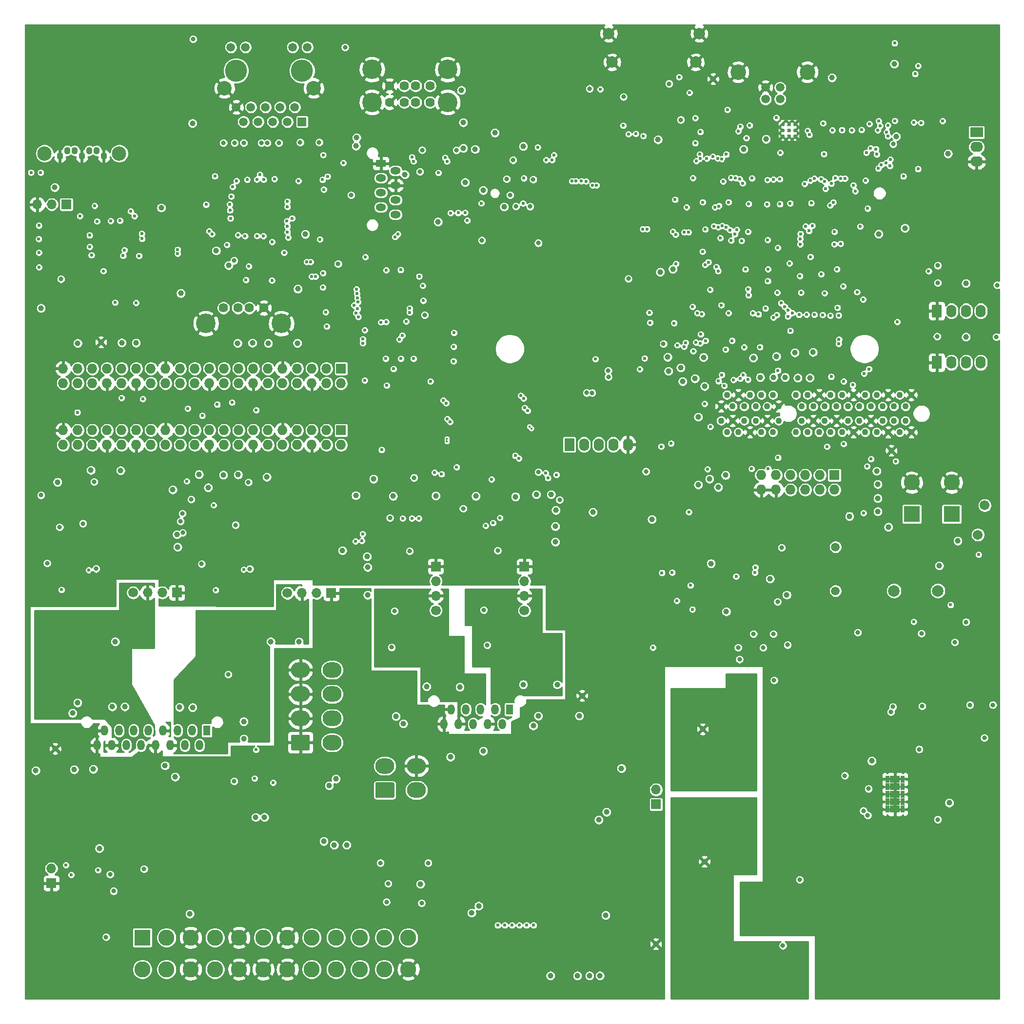
<source format=gbr>
G04 #@! TF.GenerationSoftware,KiCad,Pcbnew,5.1.5+dfsg1-2build2*
G04 #@! TF.CreationDate,2021-02-17T11:04:06+00:00*
G04 #@! TF.ProjectId,HILTOP_Motherboard,48494c54-4f50-45f4-9d6f-74686572626f,Rev C*
G04 #@! TF.SameCoordinates,Original*
G04 #@! TF.FileFunction,Copper,L2,Inr*
G04 #@! TF.FilePolarity,Positive*
%FSLAX46Y46*%
G04 Gerber Fmt 4.6, Leading zero omitted, Abs format (unit mm)*
G04 Created by KiCad (PCBNEW 5.1.5+dfsg1-2build2) date 2021-02-17 11:04:06*
%MOMM*%
%LPD*%
G04 APERTURE LIST*
%ADD10C,8.600000*%
%ADD11R,2.800000X2.800000*%
%ADD12C,2.800000*%
%ADD13R,1.700000X1.700000*%
%ADD14O,1.700000X1.700000*%
%ADD15C,1.620000*%
%ADD16C,3.400000*%
%ADD17R,1.800000X1.300000*%
%ADD18O,1.800000X1.300000*%
%ADD19R,1.300000X1.800000*%
%ADD20O,1.300000X1.800000*%
%ADD21R,2.200000X1.740000*%
%ADD22O,2.200000X1.740000*%
%ADD23C,1.520000*%
%ADD24C,3.850000*%
%ADD25C,2.540000*%
%ADD26R,1.520000X1.520000*%
%ADD27C,2.000000*%
%ADD28R,1.740000X2.200000*%
%ADD29O,1.740000X2.200000*%
%ADD30C,2.700000*%
%ADD31R,0.800000X1.300000*%
%ADD32C,1.700000*%
%ADD33C,2.500000*%
%ADD34O,1.100000X1.300000*%
%ADD35C,0.100000*%
%ADD36O,3.300000X2.700000*%
%ADD37C,1.100000*%
%ADD38C,1.000000*%
%ADD39C,1.710000*%
%ADD40C,0.500000*%
%ADD41R,1.727200X1.727200*%
%ADD42O,1.727200X1.727200*%
%ADD43C,0.800000*%
%ADD44C,0.600000*%
%ADD45C,0.700000*%
%ADD46C,0.400000*%
%ADD47C,0.254000*%
G04 APERTURE END LIST*
D10*
X56350000Y-60160000D03*
X72000000Y-56000000D03*
X214000000Y-56000000D03*
X213830000Y-83020000D03*
X213830000Y-215100000D03*
X56350000Y-215100000D03*
D11*
X70800000Y-208900000D03*
D12*
X75000000Y-208900000D03*
X79200000Y-208900000D03*
X83400000Y-208900000D03*
X87600000Y-208900000D03*
X91800000Y-208900000D03*
X96000000Y-208900000D03*
X100200000Y-208900000D03*
X104400000Y-208900000D03*
X108600000Y-208900000D03*
X112800000Y-208900000D03*
X117000000Y-208900000D03*
X70800000Y-214400000D03*
X75000000Y-214400000D03*
X79200000Y-214400000D03*
X83400000Y-214400000D03*
X87600000Y-214400000D03*
X91800000Y-214400000D03*
X96000000Y-214400000D03*
X100200000Y-214400000D03*
X104400000Y-214400000D03*
X108600000Y-214400000D03*
X112800000Y-214400000D03*
X117000000Y-214400000D03*
D11*
X204400000Y-135375000D03*
D12*
X204400000Y-129875000D03*
D11*
X211325000Y-135375000D03*
D12*
X211325000Y-129875000D03*
D13*
X55000000Y-199450000D03*
D14*
X55000000Y-196910000D03*
D13*
X160000000Y-185750000D03*
D14*
X160000000Y-183210000D03*
D15*
X113750000Y-63850000D03*
X116250000Y-63850000D03*
X118250000Y-63850000D03*
X120750000Y-63850000D03*
D16*
X110700000Y-58150000D03*
X110700000Y-63850000D03*
D15*
X120750000Y-61000000D03*
X118250000Y-61000000D03*
X116250000Y-61000000D03*
D16*
X123800000Y-63850000D03*
D15*
X113750000Y-61000000D03*
D16*
X123800000Y-58150000D03*
D17*
X112225000Y-74475000D03*
D18*
X112225000Y-77015000D03*
X112225000Y-79555000D03*
X112225000Y-82095000D03*
X114765000Y-75745000D03*
X114765000Y-78285000D03*
X114765000Y-80825000D03*
X114765000Y-83365000D03*
D19*
X134610000Y-169280000D03*
D20*
X132070000Y-169280000D03*
X129530000Y-169280000D03*
X126990000Y-169280000D03*
X124450000Y-169280000D03*
X133340000Y-171820000D03*
X130800000Y-171820000D03*
X128260000Y-171820000D03*
X125720000Y-171820000D03*
X123180000Y-171820000D03*
D19*
X81992198Y-172950000D03*
D20*
X79452198Y-172950000D03*
X76912198Y-172950000D03*
X74372198Y-172950000D03*
X71832198Y-172950000D03*
X69292198Y-172950000D03*
X66752198Y-172950000D03*
X64212198Y-172950000D03*
X80722198Y-175490000D03*
X78182198Y-175490000D03*
X75642198Y-175490000D03*
X73102198Y-175490000D03*
X70562198Y-175490000D03*
X68022198Y-175490000D03*
X65482198Y-175490000D03*
X62942198Y-175490000D03*
D21*
X215646000Y-69088000D03*
D22*
X215646000Y-71628000D03*
X215646000Y-74168000D03*
D23*
X87100000Y-64710000D03*
X88370000Y-67250000D03*
D24*
X87090000Y-58360000D03*
X98530000Y-58360000D03*
D23*
X89640000Y-64710000D03*
X90910000Y-67250000D03*
X92180000Y-64710000D03*
X93450000Y-67250000D03*
X94720000Y-64710000D03*
X95990000Y-67250000D03*
X97260000Y-64710000D03*
D25*
X85060000Y-61410000D03*
X100560000Y-61410000D03*
D23*
X96900000Y-54300000D03*
X88720000Y-54300000D03*
X99440000Y-54300000D03*
X86180000Y-54300000D03*
D26*
X98530000Y-67250000D03*
D27*
X167480000Y-51940000D03*
X151780000Y-51940000D03*
X166880000Y-56890000D03*
X152380000Y-56890000D03*
D28*
X144950000Y-123300000D03*
D29*
X147490000Y-123300000D03*
X150030000Y-123300000D03*
X152570000Y-123300000D03*
X155110000Y-123300000D03*
D23*
X181540000Y-63300000D03*
X179000000Y-63300000D03*
X179000000Y-61300000D03*
X181540000Y-61300000D03*
D30*
X186270000Y-58600000D03*
X174270000Y-58600000D03*
D28*
X208750000Y-109050000D03*
D29*
X211290000Y-109050000D03*
X213830000Y-109050000D03*
X216370000Y-109050000D03*
D23*
X191140000Y-148700000D03*
D27*
X201300000Y-148700000D03*
X208920000Y-148700000D03*
D23*
X191140000Y-141080000D03*
D31*
X200200000Y-186600000D03*
D17*
X201500000Y-181400000D03*
X201500000Y-182700000D03*
X201500000Y-186600000D03*
X201500000Y-185300000D03*
X201500000Y-184000000D03*
D31*
X202800000Y-186600000D03*
X202800000Y-185300000D03*
X202800000Y-184000000D03*
X202800000Y-182700000D03*
X202800000Y-181400000D03*
X200200000Y-181400000D03*
X200200000Y-182700000D03*
X200200000Y-184000000D03*
X200200000Y-185300000D03*
D32*
X96000000Y-149075000D03*
D14*
X98540000Y-149075000D03*
X101080000Y-149075000D03*
D13*
X103620000Y-149075000D03*
D32*
X69200000Y-149000000D03*
D14*
X71740000Y-149000000D03*
X74280000Y-149000000D03*
D13*
X76820000Y-149000000D03*
D32*
X137150000Y-152100000D03*
D14*
X137150000Y-149560000D03*
X137150000Y-147020000D03*
D13*
X137150000Y-144480000D03*
D32*
X121750000Y-152075000D03*
D14*
X121750000Y-149535000D03*
X121750000Y-146995000D03*
D13*
X121750000Y-144455000D03*
D33*
X66790000Y-72740000D03*
D34*
X62850000Y-72240000D03*
D33*
X53830000Y-72740000D03*
D34*
X61580000Y-72240000D03*
X59040000Y-72240000D03*
X57770000Y-72240000D03*
X56500000Y-73240000D03*
X60310000Y-73240000D03*
X64120000Y-73240000D03*
G04 #@! TA.AperFunction,ViaPad*
D35*
G36*
X99674503Y-173676204D02*
G01*
X99698772Y-173679804D01*
X99722570Y-173685765D01*
X99745670Y-173694030D01*
X99767849Y-173704520D01*
X99788892Y-173717133D01*
X99808598Y-173731748D01*
X99826776Y-173748224D01*
X99843252Y-173766402D01*
X99857867Y-173786108D01*
X99870480Y-173807151D01*
X99880970Y-173829330D01*
X99889235Y-173852430D01*
X99895196Y-173876228D01*
X99898796Y-173900497D01*
X99900000Y-173925001D01*
X99900000Y-176124999D01*
X99898796Y-176149503D01*
X99895196Y-176173772D01*
X99889235Y-176197570D01*
X99880970Y-176220670D01*
X99870480Y-176242849D01*
X99857867Y-176263892D01*
X99843252Y-176283598D01*
X99826776Y-176301776D01*
X99808598Y-176318252D01*
X99788892Y-176332867D01*
X99767849Y-176345480D01*
X99745670Y-176355970D01*
X99722570Y-176364235D01*
X99698772Y-176370196D01*
X99674503Y-176373796D01*
X99649999Y-176375000D01*
X96850001Y-176375000D01*
X96825497Y-176373796D01*
X96801228Y-176370196D01*
X96777430Y-176364235D01*
X96754330Y-176355970D01*
X96732151Y-176345480D01*
X96711108Y-176332867D01*
X96691402Y-176318252D01*
X96673224Y-176301776D01*
X96656748Y-176283598D01*
X96642133Y-176263892D01*
X96629520Y-176242849D01*
X96619030Y-176220670D01*
X96610765Y-176197570D01*
X96604804Y-176173772D01*
X96601204Y-176149503D01*
X96600000Y-176124999D01*
X96600000Y-173925001D01*
X96601204Y-173900497D01*
X96604804Y-173876228D01*
X96610765Y-173852430D01*
X96619030Y-173829330D01*
X96629520Y-173807151D01*
X96642133Y-173786108D01*
X96656748Y-173766402D01*
X96673224Y-173748224D01*
X96691402Y-173731748D01*
X96711108Y-173717133D01*
X96732151Y-173704520D01*
X96754330Y-173694030D01*
X96777430Y-173685765D01*
X96801228Y-173679804D01*
X96825497Y-173676204D01*
X96850001Y-173675000D01*
X99649999Y-173675000D01*
X99674503Y-173676204D01*
G37*
G04 #@! TD.AperFunction*
D36*
X98250000Y-170825000D03*
X98250000Y-166625000D03*
X98250000Y-162425000D03*
X103750000Y-175025000D03*
X103750000Y-170825000D03*
X103750000Y-166625000D03*
X103750000Y-162425000D03*
G04 #@! TA.AperFunction,ViaPad*
D35*
G36*
X114324503Y-181951204D02*
G01*
X114348772Y-181954804D01*
X114372570Y-181960765D01*
X114395670Y-181969030D01*
X114417849Y-181979520D01*
X114438892Y-181992133D01*
X114458598Y-182006748D01*
X114476776Y-182023224D01*
X114493252Y-182041402D01*
X114507867Y-182061108D01*
X114520480Y-182082151D01*
X114530970Y-182104330D01*
X114539235Y-182127430D01*
X114545196Y-182151228D01*
X114548796Y-182175497D01*
X114550000Y-182200001D01*
X114550000Y-184399999D01*
X114548796Y-184424503D01*
X114545196Y-184448772D01*
X114539235Y-184472570D01*
X114530970Y-184495670D01*
X114520480Y-184517849D01*
X114507867Y-184538892D01*
X114493252Y-184558598D01*
X114476776Y-184576776D01*
X114458598Y-184593252D01*
X114438892Y-184607867D01*
X114417849Y-184620480D01*
X114395670Y-184630970D01*
X114372570Y-184639235D01*
X114348772Y-184645196D01*
X114324503Y-184648796D01*
X114299999Y-184650000D01*
X111500001Y-184650000D01*
X111475497Y-184648796D01*
X111451228Y-184645196D01*
X111427430Y-184639235D01*
X111404330Y-184630970D01*
X111382151Y-184620480D01*
X111361108Y-184607867D01*
X111341402Y-184593252D01*
X111323224Y-184576776D01*
X111306748Y-184558598D01*
X111292133Y-184538892D01*
X111279520Y-184517849D01*
X111269030Y-184495670D01*
X111260765Y-184472570D01*
X111254804Y-184448772D01*
X111251204Y-184424503D01*
X111250000Y-184399999D01*
X111250000Y-182200001D01*
X111251204Y-182175497D01*
X111254804Y-182151228D01*
X111260765Y-182127430D01*
X111269030Y-182104330D01*
X111279520Y-182082151D01*
X111292133Y-182061108D01*
X111306748Y-182041402D01*
X111323224Y-182023224D01*
X111341402Y-182006748D01*
X111361108Y-181992133D01*
X111382151Y-181979520D01*
X111404330Y-181969030D01*
X111427430Y-181960765D01*
X111451228Y-181954804D01*
X111475497Y-181951204D01*
X111500001Y-181950000D01*
X114299999Y-181950000D01*
X114324503Y-181951204D01*
G37*
G04 #@! TD.AperFunction*
D36*
X112900000Y-179100000D03*
X118400000Y-183300000D03*
X118400000Y-179100000D03*
G04 #@! TA.AperFunction,ViaPad*
D35*
G36*
X209394505Y-99001204D02*
G01*
X209418773Y-99004804D01*
X209442572Y-99010765D01*
X209465671Y-99019030D01*
X209487850Y-99029520D01*
X209508893Y-99042132D01*
X209528599Y-99056747D01*
X209546777Y-99073223D01*
X209563253Y-99091401D01*
X209577868Y-99111107D01*
X209590480Y-99132150D01*
X209600970Y-99154329D01*
X209609235Y-99177428D01*
X209615196Y-99201227D01*
X209618796Y-99225495D01*
X209620000Y-99249999D01*
X209620000Y-100950001D01*
X209618796Y-100974505D01*
X209615196Y-100998773D01*
X209609235Y-101022572D01*
X209600970Y-101045671D01*
X209590480Y-101067850D01*
X209577868Y-101088893D01*
X209563253Y-101108599D01*
X209546777Y-101126777D01*
X209528599Y-101143253D01*
X209508893Y-101157868D01*
X209487850Y-101170480D01*
X209465671Y-101180970D01*
X209442572Y-101189235D01*
X209418773Y-101195196D01*
X209394505Y-101198796D01*
X209370001Y-101200000D01*
X208129999Y-101200000D01*
X208105495Y-101198796D01*
X208081227Y-101195196D01*
X208057428Y-101189235D01*
X208034329Y-101180970D01*
X208012150Y-101170480D01*
X207991107Y-101157868D01*
X207971401Y-101143253D01*
X207953223Y-101126777D01*
X207936747Y-101108599D01*
X207922132Y-101088893D01*
X207909520Y-101067850D01*
X207899030Y-101045671D01*
X207890765Y-101022572D01*
X207884804Y-100998773D01*
X207881204Y-100974505D01*
X207880000Y-100950001D01*
X207880000Y-99249999D01*
X207881204Y-99225495D01*
X207884804Y-99201227D01*
X207890765Y-99177428D01*
X207899030Y-99154329D01*
X207909520Y-99132150D01*
X207922132Y-99111107D01*
X207936747Y-99091401D01*
X207953223Y-99073223D01*
X207971401Y-99056747D01*
X207991107Y-99042132D01*
X208012150Y-99029520D01*
X208034329Y-99019030D01*
X208057428Y-99010765D01*
X208081227Y-99004804D01*
X208105495Y-99001204D01*
X208129999Y-99000000D01*
X209370001Y-99000000D01*
X209394505Y-99001204D01*
G37*
G04 #@! TD.AperFunction*
D29*
X211290000Y-100100000D03*
X213830000Y-100100000D03*
X216370000Y-100100000D03*
D37*
X171300000Y-116660000D03*
X172300000Y-114660000D03*
X171300000Y-119140000D03*
X172300000Y-121140000D03*
X173300000Y-116660000D03*
X174300000Y-114660000D03*
X173300000Y-119140000D03*
X174300000Y-121140000D03*
X175300000Y-116660000D03*
X176300000Y-114660000D03*
X175300000Y-119140000D03*
X176300000Y-121140000D03*
X177300000Y-116660000D03*
X178300000Y-114660000D03*
X177300000Y-119140000D03*
X178300000Y-121140000D03*
X179300000Y-116660000D03*
X180300000Y-114660000D03*
X179300000Y-119140000D03*
X180300000Y-121140000D03*
X181300000Y-116660000D03*
X181300000Y-119140000D03*
X184300000Y-114660000D03*
X184300000Y-121140000D03*
X185300000Y-116660000D03*
X186300000Y-114660000D03*
X185300000Y-119140000D03*
X186300000Y-121140000D03*
X187300000Y-116660000D03*
X188300000Y-114660000D03*
X187300000Y-119140000D03*
X188300000Y-121140000D03*
X189300000Y-116660000D03*
X190300000Y-114660000D03*
X189300000Y-119140000D03*
X190300000Y-121140000D03*
X191300000Y-116660000D03*
X192300000Y-114660000D03*
X191300000Y-119140000D03*
X192300000Y-121140000D03*
X193300000Y-116660000D03*
X193300000Y-119140000D03*
X194300000Y-114660000D03*
X194300000Y-121140000D03*
X195300000Y-116660000D03*
X196300000Y-114660000D03*
X195300000Y-119140000D03*
X196300000Y-121140000D03*
X197300000Y-116660000D03*
X198300000Y-114660000D03*
X197300000Y-119140000D03*
X198300000Y-121140000D03*
X199300000Y-116660000D03*
X200300000Y-114660000D03*
X199300000Y-119140000D03*
X200300000Y-121140000D03*
X201300000Y-116660000D03*
X202300000Y-114660000D03*
X201300000Y-119140000D03*
X202300000Y-121140000D03*
X203300000Y-116660000D03*
X203300000Y-119140000D03*
X204300000Y-114660000D03*
X204300000Y-121140000D03*
D13*
X57610000Y-81590000D03*
D14*
X55070000Y-81590000D03*
X52530000Y-81590000D03*
D38*
X168100000Y-172700000D03*
X168400000Y-195700000D03*
X212375000Y-140025000D03*
X169540000Y-143940000D03*
X179800000Y-146600000D03*
X172200000Y-152300000D03*
X182700000Y-149400000D03*
X90500000Y-188000000D03*
X130000000Y-176500000D03*
X103250000Y-182500000D03*
X76500000Y-181000000D03*
X150250000Y-215500000D03*
X139540000Y-170430000D03*
X154000000Y-179500000D03*
X213800000Y-95300000D03*
X213800000Y-104600000D03*
D39*
X217075000Y-133850000D03*
X215875000Y-138950000D03*
D40*
X184100000Y-67640000D03*
X184100000Y-68690000D03*
X184100000Y-69740000D03*
X183050000Y-67640000D03*
X183050000Y-68690000D03*
X183050000Y-69740000D03*
X182000000Y-67640000D03*
X182000000Y-68690000D03*
X182000000Y-69740000D03*
D41*
X105300000Y-110100000D03*
D42*
X105300000Y-112640000D03*
X102760000Y-110100000D03*
X102760000Y-112640000D03*
X100220000Y-110100000D03*
X100220000Y-112640000D03*
X97680000Y-110100000D03*
X97680000Y-112640000D03*
X95140000Y-110100000D03*
X95140000Y-112640000D03*
X92600000Y-110100000D03*
X92600000Y-112640000D03*
X90060000Y-110100000D03*
X90060000Y-112640000D03*
X87520000Y-110100000D03*
X87520000Y-112640000D03*
X84980000Y-110100000D03*
X84980000Y-112640000D03*
X82440000Y-110100000D03*
X82440000Y-112640000D03*
X79900000Y-110100000D03*
X79900000Y-112640000D03*
X77360000Y-110100000D03*
X77360000Y-112640000D03*
X74820000Y-110100000D03*
X74820000Y-112640000D03*
X72280000Y-110100000D03*
X72280000Y-112640000D03*
X69740000Y-110100000D03*
X69740000Y-112640000D03*
X67200000Y-110100000D03*
X67200000Y-112640000D03*
X64660000Y-110100000D03*
X64660000Y-112640000D03*
X62120000Y-110100000D03*
X62120000Y-112640000D03*
X59580000Y-110100000D03*
X59580000Y-112640000D03*
X57040000Y-110100000D03*
X57040000Y-112640000D03*
X57040000Y-123340000D03*
X57040000Y-120800000D03*
X59580000Y-123340000D03*
X59580000Y-120800000D03*
X62120000Y-123340000D03*
X62120000Y-120800000D03*
X64660000Y-123340000D03*
X64660000Y-120800000D03*
X67200000Y-123340000D03*
X67200000Y-120800000D03*
X69740000Y-123340000D03*
X69740000Y-120800000D03*
X72280000Y-123340000D03*
X72280000Y-120800000D03*
X74820000Y-123340000D03*
X74820000Y-120800000D03*
X77360000Y-123340000D03*
X77360000Y-120800000D03*
X79900000Y-123340000D03*
X79900000Y-120800000D03*
X82440000Y-123340000D03*
X82440000Y-120800000D03*
X84980000Y-123340000D03*
X84980000Y-120800000D03*
X87520000Y-123340000D03*
X87520000Y-120800000D03*
X90060000Y-123340000D03*
X90060000Y-120800000D03*
X92600000Y-123340000D03*
X92600000Y-120800000D03*
X95140000Y-123340000D03*
X95140000Y-120800000D03*
X97680000Y-123340000D03*
X97680000Y-120800000D03*
X100220000Y-123340000D03*
X100220000Y-120800000D03*
X102760000Y-123340000D03*
X102760000Y-120800000D03*
X105300000Y-123340000D03*
D41*
X105300000Y-120800000D03*
X190970000Y-128600000D03*
D42*
X190970000Y-131140000D03*
X188430000Y-128600000D03*
X188430000Y-131140000D03*
X185890000Y-128600000D03*
X185890000Y-131140000D03*
X183350000Y-128600000D03*
X183350000Y-131140000D03*
X180810000Y-128600000D03*
X180810000Y-131140000D03*
X178270000Y-128600000D03*
X178270000Y-131140000D03*
D38*
X168420000Y-113180000D03*
X166780000Y-111840000D03*
X164610000Y-112340000D03*
X164280000Y-109950000D03*
X162150000Y-110540000D03*
X162020000Y-108110000D03*
X76800000Y-138900000D03*
X76925000Y-141075000D03*
X135590000Y-132340000D03*
X121750000Y-132175000D03*
X184090000Y-107330000D03*
X187270000Y-107250000D03*
X180920000Y-107970000D03*
X168230000Y-108130000D03*
X176880000Y-108220000D03*
X63325000Y-193400000D03*
X142830000Y-164980000D03*
X136940000Y-164940000D03*
X125940000Y-165370000D03*
X120160000Y-165300000D03*
X88425000Y-174400000D03*
X88400000Y-171375000D03*
X77275000Y-168900000D03*
X79525000Y-168925000D03*
X67750000Y-168800000D03*
X65600000Y-168800000D03*
X58675000Y-169925000D03*
X59550000Y-168125000D03*
X198500000Y-130200000D03*
X198300000Y-127900000D03*
X198500000Y-132600000D03*
X198500000Y-134900000D03*
X203200000Y-85700000D03*
X210710000Y-72810000D03*
X167310000Y-118500000D03*
X210900000Y-185500000D03*
X193590000Y-135730000D03*
X52300000Y-179900000D03*
X82225000Y-130750000D03*
X56075000Y-129800000D03*
X128700000Y-132250000D03*
X114350000Y-132250000D03*
X162900000Y-92800000D03*
X160700000Y-93320000D03*
X180400000Y-111600000D03*
X178100000Y-111600000D03*
X182400000Y-111600000D03*
X184600000Y-111700000D03*
X186700000Y-111700000D03*
X142500000Y-140200000D03*
X142500000Y-137500000D03*
X142600000Y-134700000D03*
X92425000Y-128925000D03*
X92660000Y-105680000D03*
X61880000Y-127740000D03*
X97720000Y-105670000D03*
X69720000Y-105640000D03*
X67220000Y-105610000D03*
X67030000Y-127790000D03*
X87360000Y-105680000D03*
X87450000Y-128525000D03*
X84875000Y-128550000D03*
X80650000Y-128450000D03*
X59570000Y-105690000D03*
X89910000Y-105660000D03*
X167325000Y-130275000D03*
X172070000Y-128610000D03*
X169280000Y-129260000D03*
X170790000Y-130720000D03*
X175180000Y-72020000D03*
X179100000Y-70270000D03*
X76100000Y-131125000D03*
X197450000Y-178225000D03*
X63625000Y-105500000D03*
X55700000Y-176100000D03*
X147150000Y-166900000D03*
X169900000Y-59800000D03*
X159970000Y-210010000D03*
X200850000Y-124330000D03*
X190550000Y-59600000D03*
D16*
X94942000Y-102268000D03*
D15*
X84892000Y-99568000D03*
X87392000Y-99568000D03*
X89392000Y-99568000D03*
X91892000Y-99568000D03*
D16*
X81842000Y-102268000D03*
D38*
X200330000Y-137600000D03*
D43*
X139540000Y-88300000D03*
X113500000Y-199500000D03*
X113200000Y-202700000D03*
X217000000Y-174200000D03*
X119300000Y-202900000D03*
D38*
X119100000Y-199600000D03*
D43*
X218500000Y-168500000D03*
D38*
X74080000Y-82180000D03*
D43*
X119380000Y-72150000D03*
X125330000Y-72170000D03*
X119005516Y-75909225D03*
D38*
X126840000Y-77760000D03*
D43*
X219200000Y-95600000D03*
X219100000Y-104600000D03*
D38*
X151400000Y-187100000D03*
X150040000Y-188460000D03*
X160350000Y-70340000D03*
X129970000Y-79150000D03*
D44*
X165690000Y-135020000D03*
D38*
X149030000Y-135020000D03*
X109910001Y-149430000D03*
X116130000Y-171750000D03*
X114850000Y-170470000D03*
X83640000Y-89620000D03*
X107860000Y-132130000D03*
X139200000Y-131950000D03*
X141800000Y-131950000D03*
X109810000Y-142750000D03*
X109910001Y-144590000D03*
D44*
X58440000Y-198015000D03*
X109413183Y-103438808D03*
X65650000Y-88500000D03*
X63800000Y-88550000D03*
X65650000Y-86600000D03*
X63800000Y-86600000D03*
D43*
X92500000Y-82100000D03*
X91000000Y-83700000D03*
X89600000Y-83600000D03*
X89600000Y-82100000D03*
X92500000Y-80700000D03*
X91000000Y-80700000D03*
D44*
X115310000Y-97100000D03*
X112500000Y-97080000D03*
X112560000Y-99690000D03*
D43*
X83750000Y-180750000D03*
D38*
X199588655Y-88210842D03*
D43*
X160100000Y-178000000D03*
X201000000Y-173500000D03*
X218500000Y-173500000D03*
X120300000Y-193600000D03*
D44*
X166304941Y-149449990D03*
D43*
X201034307Y-166165693D03*
D44*
X153900000Y-74000000D03*
X155600000Y-73800000D03*
X151600000Y-73900000D03*
X159300000Y-73900000D03*
X157400000Y-73900000D03*
X161100000Y-73900000D03*
X177000000Y-74000000D03*
X179300000Y-73800000D03*
X181000000Y-74000000D03*
X186100000Y-74000000D03*
X187900000Y-74000000D03*
X189800000Y-73900000D03*
X194000000Y-85400000D03*
X178700000Y-82200000D03*
X176900000Y-82200000D03*
X164300000Y-82200000D03*
X162700000Y-82200000D03*
X160700000Y-82100000D03*
X159000000Y-82100000D03*
X156800000Y-85400000D03*
X153600000Y-85400000D03*
X151800000Y-85300000D03*
D43*
X94599990Y-180708576D03*
X95100000Y-199500000D03*
X95700000Y-197000000D03*
X96500000Y-194000000D03*
X96600000Y-191500000D03*
X96800000Y-188900000D03*
X98000000Y-181400000D03*
X98200000Y-190200000D03*
X143740000Y-169130000D03*
X151500000Y-178800000D03*
X155700002Y-182700000D03*
X135000000Y-176000000D03*
X135000000Y-178500000D03*
X134000000Y-182000000D03*
X134000000Y-185000000D03*
D38*
X159863596Y-202886404D03*
X154000000Y-211000000D03*
X144000000Y-209000000D03*
D44*
X209600000Y-192800000D03*
X167420000Y-139500000D03*
D43*
X184000000Y-139100000D03*
X176300000Y-150400000D03*
X182000000Y-146000000D03*
X178100000Y-137100000D03*
X172600000Y-140800000D03*
D44*
X167750000Y-142090000D03*
X188600000Y-156200000D03*
X188500000Y-150700000D03*
X206800000Y-153800000D03*
D43*
X213800000Y-144700000D03*
X214500000Y-148400000D03*
X214500000Y-150900000D03*
X217500000Y-155600000D03*
X206600000Y-169900000D03*
X215000000Y-164000000D03*
X209500000Y-168500000D03*
X218000000Y-181500000D03*
D44*
X208000000Y-192500000D03*
D43*
X166380000Y-60610000D03*
D44*
X197590000Y-51814000D03*
X196900000Y-53684000D03*
X142700000Y-82175000D03*
X143025000Y-88900000D03*
X137625000Y-73800000D03*
D38*
X141375000Y-77800000D03*
D44*
X139175000Y-85175000D03*
X137350000Y-85150000D03*
X134975000Y-85150000D03*
D43*
X83200000Y-78400000D03*
X77850000Y-81050000D03*
X81550000Y-75400000D03*
X96600000Y-70650000D03*
X96900000Y-80400000D03*
X99700000Y-82000000D03*
X82600000Y-83900000D03*
X99700000Y-85000000D03*
X91800000Y-90500000D03*
X90400000Y-90500000D03*
X88600000Y-90400000D03*
X87000000Y-90300000D03*
X104800000Y-70900000D03*
X103200000Y-70900000D03*
X98600000Y-79600000D03*
X86198096Y-74674990D03*
X120250000Y-190250000D03*
D45*
X108750000Y-180750000D03*
D43*
X117250000Y-192000000D03*
X84500000Y-189000000D03*
X83000000Y-183500000D03*
X83000000Y-187500000D03*
X83000000Y-191250000D03*
X93500000Y-184500000D03*
X89250000Y-176250000D03*
X85000000Y-199500000D03*
X89000000Y-200750000D03*
D44*
X62500000Y-181500000D03*
X55750000Y-186000000D03*
D43*
X71900000Y-202500000D03*
X71000000Y-200700000D03*
X61800000Y-199400000D03*
X62500000Y-205800000D03*
D44*
X117000000Y-197500000D03*
X115500000Y-197500000D03*
X116500000Y-195000000D03*
X115500000Y-195000000D03*
X158299990Y-61031217D03*
X161900000Y-73100000D03*
X163100000Y-73600000D03*
X117500000Y-190000000D03*
X115000000Y-189000000D03*
X116000000Y-199500000D03*
X115500000Y-203000000D03*
X117000000Y-203000000D03*
X122500000Y-202000000D03*
X148250000Y-193250000D03*
X189200000Y-87700000D03*
X148300010Y-85300000D03*
X195225010Y-73900002D03*
X192696977Y-73903886D03*
D43*
X209550000Y-76962000D03*
D44*
X208500000Y-67100000D03*
X207250000Y-67090000D03*
X202450000Y-73890000D03*
X188489071Y-87684124D03*
X144740000Y-156220000D03*
X144670000Y-162530000D03*
X165960285Y-145885010D03*
D43*
X59630000Y-93030000D03*
D44*
X71720000Y-77940000D03*
X74130000Y-83880000D03*
X146600000Y-74000000D03*
X144900000Y-74000000D03*
X144400000Y-82100000D03*
X142774998Y-73700000D03*
X150025010Y-85300000D03*
D43*
X65100000Y-149450000D03*
X64975000Y-143525000D03*
X91875000Y-149650000D03*
X89050000Y-137150000D03*
X87575000Y-129850000D03*
X86000000Y-129850000D03*
X90750000Y-129850000D03*
X81675000Y-144900000D03*
X55050000Y-144850000D03*
X53775000Y-144900000D03*
X80450000Y-145025000D03*
D44*
X88925000Y-145625000D03*
X86025000Y-145600000D03*
X59250000Y-145550000D03*
X62125000Y-145550000D03*
D43*
X60820000Y-129750022D03*
X59190000Y-129750022D03*
X64025000Y-129750022D03*
X62410000Y-136910000D03*
X79400000Y-140800000D03*
X54000000Y-139500000D03*
X125050010Y-181500000D03*
X125050010Y-183500000D03*
X91750000Y-143500000D03*
X122600000Y-140500000D03*
X136700000Y-140700000D03*
X140600000Y-135600000D03*
X127600000Y-141700000D03*
X133600000Y-145700000D03*
X141900000Y-141700000D03*
X123600000Y-132500000D03*
X116330000Y-70990000D03*
X122250000Y-71070000D03*
D38*
X122040000Y-80370000D03*
D44*
X121850000Y-74710000D03*
X113900000Y-98500000D03*
X113520000Y-105030000D03*
X104320000Y-98160000D03*
D43*
X118815164Y-89605010D03*
X120000000Y-69170000D03*
D38*
X131680000Y-66480000D03*
X146980000Y-66200000D03*
D43*
X125350000Y-69240000D03*
X128150000Y-69840000D03*
D38*
X157700000Y-130400000D03*
X152800000Y-130500000D03*
D43*
X186300000Y-62000000D03*
X176760000Y-64880000D03*
D38*
X184770000Y-65330000D03*
D43*
X203390000Y-91030000D03*
X205310000Y-91180000D03*
X202900000Y-106300000D03*
D44*
X172078599Y-74105394D03*
X173625010Y-74000000D03*
X175425010Y-74026452D03*
X188390000Y-92780000D03*
X177490000Y-92800000D03*
X173350000Y-92230000D03*
X191150000Y-97030000D03*
X193240000Y-92900000D03*
X180250000Y-106610000D03*
X187441594Y-96968406D03*
X185440488Y-92756324D03*
X191235010Y-85436947D03*
X193330000Y-79200000D03*
X188681663Y-82098961D03*
X175280000Y-100400000D03*
X166480000Y-81940000D03*
X185508806Y-82297694D03*
X180580491Y-82202659D03*
X170051356Y-74082969D03*
X169965721Y-133885010D03*
X171054979Y-105382926D03*
X161605828Y-61160019D03*
X158700000Y-69300000D03*
X164800000Y-65200000D03*
X168261176Y-74130939D03*
X164800000Y-72900000D03*
X174300000Y-63300000D03*
X174300000Y-70200000D03*
X168700000Y-61900000D03*
X169600000Y-66100000D03*
D43*
X126400000Y-135424990D03*
D44*
X114160920Y-108375010D03*
X116665254Y-108375010D03*
X176876900Y-106188712D03*
D43*
X152350000Y-96425000D03*
X152350000Y-98175000D03*
X152325000Y-99950000D03*
D44*
X167200000Y-69749990D03*
X66160000Y-84470000D03*
X70720000Y-85630000D03*
X74550000Y-86020000D03*
X68690000Y-94620000D03*
X170365021Y-89407945D03*
X168734990Y-89386097D03*
X169470989Y-82230051D03*
X175179257Y-82197451D03*
X171461028Y-82409916D03*
X173229224Y-82013811D03*
X167664990Y-82080777D03*
X192990000Y-137230000D03*
D43*
X160323956Y-105774995D03*
D44*
X135280010Y-76975116D03*
D43*
X108750000Y-183399990D03*
X97224222Y-183349990D03*
X97883147Y-187170010D03*
X125030000Y-175779999D03*
X126140000Y-179220000D03*
X118406455Y-145461516D03*
X109291810Y-132723678D03*
D44*
X114790000Y-84790000D03*
D43*
X112826023Y-141926023D03*
D38*
X125192132Y-77675947D03*
D43*
X217829990Y-159473860D03*
D38*
X130987377Y-73233416D03*
D43*
X82558307Y-82601512D03*
D38*
X113600000Y-67200000D03*
D44*
X70828241Y-98078241D03*
X148410000Y-73620000D03*
X150370000Y-73410002D03*
D38*
X138329236Y-71251920D03*
D44*
X108200000Y-90890000D03*
X178618213Y-100462801D03*
X180786415Y-93057320D03*
X166293406Y-85306594D03*
X166060000Y-74000000D03*
X67750000Y-98875010D03*
D38*
X202400000Y-189400000D03*
X200500000Y-189400000D03*
X201600000Y-190900000D03*
X200400000Y-176700000D03*
X202400000Y-176700000D03*
X201600000Y-178300000D03*
D43*
X62300000Y-77100000D03*
D44*
X67400000Y-80300000D03*
D43*
X153200000Y-208300000D03*
D38*
X193400000Y-60300000D03*
X140000000Y-176300000D03*
X139900000Y-193500000D03*
D44*
X170407290Y-145919102D03*
X61895139Y-84833326D03*
D43*
X91197198Y-74699986D03*
D44*
X64125000Y-84638188D03*
D43*
X95150000Y-74600000D03*
X69350000Y-64250000D03*
X73450000Y-64250000D03*
X74100000Y-68050000D03*
X78250000Y-70550000D03*
X73700000Y-72000000D03*
X76150000Y-87700000D03*
X76200000Y-92150000D03*
X76830000Y-85970000D03*
X75050000Y-88650000D03*
X79850000Y-89350000D03*
X80550000Y-85800000D03*
X81400000Y-84550000D03*
X83300000Y-88100000D03*
X84400000Y-87150000D03*
X102100000Y-94750000D03*
X98000000Y-91900000D03*
X164800000Y-114750000D03*
X162450000Y-112350000D03*
X155300000Y-109450000D03*
X148150000Y-107000000D03*
X136150000Y-113500000D03*
X126850000Y-122600000D03*
X180600000Y-71000000D03*
X186300000Y-67800000D03*
X151150000Y-77900000D03*
X150550000Y-79050000D03*
X148270000Y-79050000D03*
X146570000Y-79040000D03*
X143950000Y-77510000D03*
X159850000Y-85960000D03*
X156050000Y-86570000D03*
X165460000Y-89510000D03*
X123250000Y-114170000D03*
X151890000Y-138760000D03*
X147540000Y-142950000D03*
X152550000Y-145910000D03*
X145040000Y-150900000D03*
X150030000Y-152900000D03*
X156860000Y-170810000D03*
X153690000Y-173530000D03*
X61090000Y-191780000D03*
X56510000Y-191080000D03*
X180820000Y-174990000D03*
X183820000Y-174990000D03*
X186820000Y-174990000D03*
X180820000Y-176990000D03*
X183820000Y-176990000D03*
X186820000Y-176990000D03*
X189820000Y-176990000D03*
X180820000Y-178990000D03*
X183820000Y-178990000D03*
X186820000Y-178990000D03*
X189820000Y-178990000D03*
X180820000Y-180990000D03*
X183820000Y-180990000D03*
X186820000Y-180990000D03*
X189820000Y-180990000D03*
X180820000Y-182990000D03*
X183820000Y-182990000D03*
X186820000Y-182990000D03*
X189820000Y-182990000D03*
X180820000Y-184990000D03*
X183820000Y-184990000D03*
X186820000Y-184990000D03*
X189820000Y-184990000D03*
X180820000Y-186990000D03*
X183820000Y-186990000D03*
X186820000Y-186990000D03*
X189820000Y-186990000D03*
X180820000Y-188990000D03*
X183820000Y-188990000D03*
X186820000Y-188990000D03*
X189820000Y-188990000D03*
X180820000Y-190990000D03*
X183820000Y-190990000D03*
X186820000Y-190990000D03*
X189820000Y-190990000D03*
X189030000Y-171520000D03*
X189030000Y-167520000D03*
X195030000Y-169520000D03*
X189030000Y-169520000D03*
X195030000Y-171520000D03*
X195030000Y-167520000D03*
X192030000Y-167520000D03*
X192030000Y-169520000D03*
X192030000Y-171520000D03*
X217170000Y-206120000D03*
X214170000Y-202120000D03*
X217170000Y-202120000D03*
X208170000Y-204120000D03*
X211170000Y-204120000D03*
X208170000Y-200120000D03*
X211170000Y-200120000D03*
X214170000Y-200120000D03*
X217170000Y-200120000D03*
X208170000Y-202120000D03*
X211170000Y-202120000D03*
X214170000Y-204120000D03*
X217170000Y-204120000D03*
X208170000Y-206120000D03*
X211170000Y-206120000D03*
X214170000Y-206120000D03*
X200370000Y-200480000D03*
X203370000Y-204480000D03*
X197370000Y-204480000D03*
X197370000Y-200480000D03*
X197370000Y-202480000D03*
X200370000Y-202480000D03*
X200370000Y-204480000D03*
X203370000Y-202480000D03*
X203370000Y-200480000D03*
X100980000Y-129470000D03*
X104140000Y-130190000D03*
X102540000Y-132440000D03*
X73910000Y-135680000D03*
X72960000Y-128230000D03*
X65730000Y-136960000D03*
X53940000Y-136390000D03*
X61960000Y-66790000D03*
X65640000Y-66690000D03*
X52830000Y-95210000D03*
X52310000Y-97660000D03*
X53540000Y-103270000D03*
X110236000Y-68072000D03*
X115570000Y-68326000D03*
X64090000Y-94760000D03*
X126360000Y-84740000D03*
X132170000Y-96940000D03*
X137350000Y-102800000D03*
X149830000Y-100750000D03*
X53390000Y-111300000D03*
D44*
X183080316Y-96884727D03*
X127240000Y-94870000D03*
D38*
X131620000Y-58680000D03*
D43*
X62100000Y-99720000D03*
D38*
X73375000Y-180825000D03*
X70800000Y-180800000D03*
X68200000Y-180775000D03*
X65675000Y-179700000D03*
X71975000Y-179025000D03*
X69575000Y-179125000D03*
D43*
X217000000Y-126550000D03*
D44*
X54525000Y-77125000D03*
D43*
X51000000Y-74350000D03*
D44*
X155380000Y-56225002D03*
X156880000Y-56250000D03*
X158380000Y-56274998D03*
X159880000Y-56300000D03*
X162880000Y-56400000D03*
D43*
X163550000Y-123375000D03*
X160900000Y-129750000D03*
D44*
X158075000Y-122925000D03*
D43*
X212050000Y-142450002D03*
X124880000Y-116190000D03*
X138250000Y-115050000D03*
X139610000Y-129860000D03*
D38*
X142307636Y-127541606D03*
D43*
X139450000Y-117100000D03*
X139450000Y-120700000D03*
X131750000Y-113800000D03*
X121650000Y-118000000D03*
X113100000Y-118300000D03*
X116150000Y-110550000D03*
D44*
X172559060Y-67239436D03*
D38*
X108950000Y-51800000D03*
X111950000Y-51800000D03*
X114950000Y-51800000D03*
X117950000Y-51800000D03*
X120950000Y-51800000D03*
X123950000Y-51800000D03*
X126950000Y-51800000D03*
X129950000Y-51800000D03*
X132950000Y-51800000D03*
X135950000Y-51800000D03*
X108950000Y-53800000D03*
X111950000Y-53800000D03*
X114950000Y-53800000D03*
X117950000Y-53800000D03*
X120950000Y-53800000D03*
X123950000Y-53800000D03*
X126950000Y-53800000D03*
X129950000Y-53800000D03*
X132950000Y-53800000D03*
X114950000Y-55800000D03*
X117950000Y-55800000D03*
X120950000Y-55800000D03*
X138950000Y-51800000D03*
X141950000Y-51800000D03*
X144950000Y-51800000D03*
X147950000Y-51800000D03*
X135950000Y-53800000D03*
X138950000Y-53800000D03*
X141950000Y-53800000D03*
X144950000Y-53800000D03*
X147950000Y-53800000D03*
X52350000Y-51800000D03*
X55350000Y-51800000D03*
X58350000Y-51800000D03*
X61350000Y-51800000D03*
X64350000Y-51800000D03*
X52350000Y-53800000D03*
X55350000Y-53800000D03*
X58350000Y-53800000D03*
X61350000Y-53800000D03*
X64350000Y-53800000D03*
X91000000Y-51800000D03*
X94000000Y-51800000D03*
X91000000Y-53800000D03*
X94000000Y-53800000D03*
X91000000Y-55800000D03*
X94000000Y-55800000D03*
X91000000Y-57800000D03*
X94000000Y-57800000D03*
X155000000Y-51800000D03*
X158000000Y-51800000D03*
X161000000Y-51800000D03*
X164000000Y-51800000D03*
X155000000Y-53800000D03*
X158000000Y-53800000D03*
X161000000Y-53800000D03*
X164000000Y-53800000D03*
X172250000Y-51800000D03*
X175250000Y-51800000D03*
X178250000Y-51800000D03*
X181250000Y-51800000D03*
X184250000Y-51800000D03*
X187250000Y-51800000D03*
X172250000Y-53800000D03*
X175250000Y-53800000D03*
X178250000Y-53800000D03*
X181250000Y-53800000D03*
X184250000Y-53800000D03*
X187250000Y-53800000D03*
X172250000Y-55800000D03*
X175250000Y-55800000D03*
X178250000Y-55800000D03*
X181250000Y-55800000D03*
X184250000Y-55800000D03*
X187250000Y-55800000D03*
X203000000Y-51900000D03*
X210300000Y-51350000D03*
X208000000Y-60200000D03*
D44*
X203650011Y-67186946D03*
X198097995Y-81213134D03*
X139600000Y-77225000D03*
X60300000Y-202525000D03*
X58675000Y-201800000D03*
X61850000Y-196050000D03*
D43*
X119328696Y-132455010D03*
X124450000Y-129224957D03*
D44*
X171100000Y-100500000D03*
X108458000Y-103378000D03*
D43*
X100787948Y-95532406D03*
X98453039Y-94461990D03*
D44*
X112350010Y-109375000D03*
D43*
X79248000Y-108605010D03*
X63940000Y-108605010D03*
D44*
X168757856Y-123724999D03*
X168774990Y-125888097D03*
X167540000Y-128980000D03*
X120100000Y-92380000D03*
X121960000Y-89560000D03*
X124530000Y-93250000D03*
X120650465Y-93977642D03*
D43*
X81980000Y-199160000D03*
D38*
X124000000Y-207210000D03*
X127710000Y-207250000D03*
X129850000Y-217890000D03*
D44*
X106030000Y-204530000D03*
D43*
X109003003Y-187109973D03*
X108730000Y-189610000D03*
X112430000Y-189610000D03*
D44*
X196898616Y-73932387D03*
D38*
X151250000Y-205000000D03*
D43*
X208900000Y-95200000D03*
D44*
X166300419Y-151901259D03*
D43*
X206200000Y-168700000D03*
X181100000Y-150600000D03*
D38*
X79500000Y-67500000D03*
X108000000Y-70000000D03*
D43*
X181800000Y-141200000D03*
D44*
X173900000Y-146199998D03*
D38*
X198638659Y-86710842D03*
D43*
X86752305Y-91347695D03*
X79600000Y-52900000D03*
X106000000Y-54300000D03*
X208900000Y-188400000D03*
D44*
X195675000Y-68650000D03*
X193975000Y-68700000D03*
X192275000Y-68675000D03*
X190600000Y-68700000D03*
X201422000Y-53594000D03*
D43*
X201168000Y-71120000D03*
D44*
X204750000Y-67339996D03*
X206000000Y-67409958D03*
X209750000Y-67100002D03*
X165990000Y-147740000D03*
X159470000Y-158560000D03*
D43*
X56680000Y-94560000D03*
D44*
X52850000Y-92490000D03*
X52840000Y-89980000D03*
X52820000Y-87580000D03*
X52840000Y-85260000D03*
D38*
X55610000Y-78650000D03*
D44*
X115950000Y-104325000D03*
X113225000Y-113025000D03*
D43*
X107060000Y-79970000D03*
D44*
X115650000Y-92960000D03*
X118870000Y-94080000D03*
X116640000Y-101910000D03*
X119570144Y-98299990D03*
D43*
X62775000Y-144850000D03*
X89475000Y-144875000D03*
X53200000Y-132075000D03*
X54275000Y-143900000D03*
X60500000Y-137000000D03*
X87000000Y-137250000D03*
X126500000Y-134400000D03*
X117200000Y-141800000D03*
X132500000Y-141700000D03*
D44*
X108122512Y-97798972D03*
X102160000Y-96000000D03*
X102180000Y-93500000D03*
X124900000Y-103880000D03*
X124870000Y-106320000D03*
X124850000Y-108810000D03*
D43*
X208800000Y-104500000D03*
D44*
X191420000Y-92850000D03*
X186800000Y-90690000D03*
X179460000Y-92840000D03*
X175510000Y-92870000D03*
X189260000Y-97010000D03*
X185170000Y-96910000D03*
X178040000Y-106360000D03*
X183291541Y-81404728D03*
X194580000Y-79280000D03*
X190770000Y-81220000D03*
X183188907Y-91830790D03*
X181065010Y-96897084D03*
X176790000Y-100480000D03*
X172580000Y-100470000D03*
X186945010Y-81364366D03*
X179255045Y-81551997D03*
X168610000Y-105250000D03*
X165800000Y-62200000D03*
X166800000Y-66600000D03*
X167600000Y-72900000D03*
X174300000Y-68900000D03*
X172200000Y-72900000D03*
X167700000Y-69000000D03*
X113050000Y-108375010D03*
X117900000Y-108375010D03*
X115689843Y-108375010D03*
X175311980Y-106400167D03*
X166807382Y-70950010D03*
D43*
X77752024Y-135249978D03*
D44*
X172589754Y-81206567D03*
X176095147Y-81481465D03*
X168088976Y-81207836D03*
D43*
X161273954Y-105780036D03*
D38*
X132010000Y-69170000D03*
D43*
X81100000Y-144020010D03*
X79264115Y-132825011D03*
D38*
X58975000Y-179725000D03*
X62300000Y-179650000D03*
X74750000Y-179025000D03*
D44*
X109540000Y-90740000D03*
X113146761Y-93014957D03*
X163311589Y-80758401D03*
D38*
X201700000Y-69800000D03*
X53200000Y-99600000D03*
D43*
X155194002Y-94488000D03*
D44*
X51475000Y-76050000D03*
X168925000Y-127575000D03*
D43*
X158250000Y-127950000D03*
X117950000Y-129050000D03*
X139560000Y-128080000D03*
D44*
X172380001Y-65150000D03*
D38*
X201350000Y-57200000D03*
D44*
X169400000Y-96400000D03*
D43*
X113794968Y-136025109D03*
D44*
X102804312Y-102785688D03*
D38*
X107921837Y-71451803D03*
D44*
X102630556Y-100309444D03*
D43*
X119825000Y-100800000D03*
X104800000Y-91925000D03*
D44*
X90290000Y-181260000D03*
D43*
X213800000Y-154100000D03*
D44*
X163600000Y-150400000D03*
D43*
X208900000Y-92200000D03*
D38*
X148450000Y-215500000D03*
X141650000Y-215500000D03*
X146340000Y-215500000D03*
D44*
X102300000Y-79000000D03*
X149475000Y-108450000D03*
X174625000Y-68075000D03*
X90525000Y-176275000D03*
X109400000Y-112150000D03*
X53150000Y-76050000D03*
X139450000Y-71675000D03*
X168450057Y-116194990D03*
X91200000Y-76400000D03*
X93500000Y-182000000D03*
D43*
X86750000Y-181750000D03*
D44*
X96000000Y-85400000D03*
X97900000Y-77500000D03*
X83400000Y-76700000D03*
X96000000Y-86400000D03*
X86100000Y-84000000D03*
X96000000Y-82000000D03*
X91800000Y-87100000D03*
D38*
X102320000Y-192180000D03*
X104120000Y-192800000D03*
X106270000Y-192800000D03*
X104400000Y-181350000D03*
X105550000Y-141700000D03*
X110950000Y-129275000D03*
D44*
X86020004Y-82620000D03*
X90720000Y-87060000D03*
D38*
X77470000Y-97028000D03*
X97789992Y-96266000D03*
D44*
X101619458Y-87650010D03*
X87158858Y-77500019D03*
X89000000Y-77300000D03*
X91860689Y-77292772D03*
X93738608Y-77158228D03*
D43*
X196750000Y-187675000D03*
X185624998Y-210275000D03*
X174500000Y-160600000D03*
X205675000Y-176200000D03*
X176930000Y-156150000D03*
X180380000Y-156170000D03*
X178620000Y-158560000D03*
X174250000Y-158520000D03*
X182840000Y-158070000D03*
X195020000Y-155930000D03*
X206080000Y-156080000D03*
X211870000Y-157600000D03*
X214500000Y-168500000D03*
D38*
X146670000Y-170400000D03*
X138678180Y-172108180D03*
D43*
X86800000Y-159600000D03*
X81400000Y-158100000D03*
X93400000Y-152900000D03*
X97800000Y-154900000D03*
X88600000Y-154800000D03*
X80325000Y-165075000D03*
X88050000Y-163600000D03*
D38*
X79275000Y-171175000D03*
D43*
X87550000Y-172900000D03*
D44*
X102950000Y-76725000D03*
X96000000Y-81100000D03*
X102100000Y-77300000D03*
D43*
X89225000Y-129850000D03*
X62425000Y-129750022D03*
D44*
X93324979Y-88089756D03*
D38*
X92010000Y-187990000D03*
D44*
X81870000Y-81620002D03*
D43*
X129760000Y-87820000D03*
X134650000Y-79970000D03*
D44*
X85989992Y-81593264D03*
D38*
X99102775Y-86774409D03*
D43*
X120424940Y-195925000D03*
X112125000Y-195925000D03*
X69300000Y-169200000D03*
X58200000Y-159700000D03*
X53200000Y-157900000D03*
X61750000Y-154750000D03*
X66500000Y-153000000D03*
X71250000Y-155000000D03*
X66625000Y-164075000D03*
X58950000Y-163775000D03*
X53650000Y-163325000D03*
D44*
X136900000Y-81400000D03*
X137050000Y-77050000D03*
D43*
X154350000Y-62910000D03*
X164300000Y-66900006D03*
X64500000Y-208800000D03*
X65200000Y-197900000D03*
D44*
X57525000Y-196300000D03*
D43*
X65799996Y-200820000D03*
D44*
X195450000Y-85420000D03*
D43*
X138130000Y-81960000D03*
X138676875Y-77271726D03*
X148450000Y-61490010D03*
D44*
X181500000Y-77200000D03*
X181514979Y-81534153D03*
D43*
X135180000Y-73900000D03*
X135660008Y-81942004D03*
D44*
X150310000Y-61580000D03*
X88638967Y-87094020D03*
X96134822Y-87349990D03*
D43*
X98199997Y-70799997D03*
X101500000Y-70800000D03*
D44*
X102200000Y-73000000D03*
D43*
X91500000Y-70900004D03*
X88400000Y-70900000D03*
D44*
X105700000Y-74400000D03*
D43*
X94500000Y-70900000D03*
X92500000Y-70900000D03*
X86800000Y-70900000D03*
X84900000Y-70900000D03*
D38*
X124285999Y-177540001D03*
X136943185Y-71473175D03*
X159275000Y-136275000D03*
D43*
X192775000Y-180775000D03*
X184925000Y-198850000D03*
D44*
X70878601Y-115380000D03*
X194900000Y-96800000D03*
X179486560Y-127495065D03*
X172079741Y-106775231D03*
X181179158Y-125555085D03*
X167780000Y-104140000D03*
X86366676Y-115986670D03*
X83807927Y-116329924D03*
X171860000Y-113080000D03*
X169425078Y-120174922D03*
X90685733Y-77282132D03*
X85500000Y-88600000D03*
X87400000Y-86900000D03*
D43*
X71100000Y-197000000D03*
D44*
X176000000Y-96300000D03*
X191500000Y-99500000D03*
X163464990Y-91894358D03*
X182357510Y-99352628D03*
X157800000Y-69700000D03*
X166404990Y-77025188D03*
X141960333Y-73877526D03*
X155200000Y-69400002D03*
X142279744Y-73012591D03*
X156470000Y-69330000D03*
X140910322Y-73895197D03*
X154300000Y-67900000D03*
D43*
X182024998Y-210300000D03*
X196000000Y-186875000D03*
X196875000Y-183050000D03*
X180500000Y-164225000D03*
D44*
X86500000Y-78550000D03*
X211144163Y-151130010D03*
X216000000Y-142400000D03*
X86250000Y-80200000D03*
D43*
X162271943Y-60631993D03*
D44*
X163999998Y-59500000D03*
X204730000Y-154070000D03*
X175954990Y-86352697D03*
X191700009Y-105800000D03*
X117600000Y-73400000D03*
X117880010Y-74110000D03*
X123701362Y-74106616D03*
X123370000Y-73490000D03*
X82887488Y-86747488D03*
X100020000Y-91580000D03*
X82392512Y-86252512D03*
X99320000Y-91580000D03*
D38*
X126190000Y-61760000D03*
X128600000Y-72020000D03*
D44*
X122220000Y-76100000D03*
D38*
X122150000Y-84600000D03*
X126520000Y-67370000D03*
X126520000Y-71810000D03*
X98000000Y-157520000D03*
X93110000Y-157510000D03*
D43*
X85705000Y-163200000D03*
D38*
X66100000Y-157500000D03*
D44*
X119500000Y-95700000D03*
X108222468Y-98542293D03*
X114425000Y-110150000D03*
X115450000Y-105050000D03*
D43*
X134060000Y-77170000D03*
D38*
X133611475Y-82005717D03*
D43*
X130100000Y-152000000D03*
X130700000Y-158100000D03*
X127800000Y-150100000D03*
D44*
X135580000Y-160630000D03*
X141410000Y-160580000D03*
X133050000Y-163910000D03*
D43*
X130700000Y-156900000D03*
D44*
X136250000Y-155550000D03*
D43*
X114600000Y-152200000D03*
X114100000Y-158500000D03*
D44*
X118950000Y-161140000D03*
X128060000Y-163890000D03*
D43*
X113010345Y-149761704D03*
D44*
X124886759Y-161143241D03*
D43*
X114100000Y-157300000D03*
D44*
X119975000Y-156000000D03*
X61640000Y-86950000D03*
X66080000Y-98620000D03*
X69710000Y-98700000D03*
X66910000Y-84410000D03*
X64048259Y-93151565D03*
X69440000Y-83630000D03*
X70760000Y-87540000D03*
X62540000Y-81820000D03*
X67709998Y-89520000D03*
X121549964Y-128149997D03*
X177170000Y-145530000D03*
X158830000Y-100360000D03*
X162800000Y-145500000D03*
D43*
X201100010Y-168826782D03*
X151700000Y-110450002D03*
D44*
X160900000Y-123625000D03*
X162625000Y-123100000D03*
X169078509Y-91618881D03*
X122750000Y-128425010D03*
X177243559Y-144618040D03*
X196010000Y-135180000D03*
X161025000Y-145550000D03*
D43*
X200775000Y-169725000D03*
D44*
X158974990Y-102122511D03*
D43*
X151723898Y-111573637D03*
D44*
X168495167Y-92090294D03*
X112350000Y-124200000D03*
X168070000Y-89770000D03*
X90576459Y-117304990D03*
X83200000Y-133800000D03*
D43*
X77436831Y-136599990D03*
D44*
X189700011Y-123630624D03*
X78525000Y-129650000D03*
X81200000Y-118278686D03*
X173201264Y-105248076D03*
X78675000Y-117025000D03*
X192549991Y-123181594D03*
X181175000Y-110425000D03*
X192584990Y-112305002D03*
X194145010Y-112932585D03*
X140824990Y-128240000D03*
X136198329Y-125682239D03*
X142710000Y-128530000D03*
X196740000Y-82299997D03*
X141224368Y-129108699D03*
X135549998Y-125220000D03*
X67200000Y-115175000D03*
X176592721Y-127495065D03*
X116000000Y-136100000D03*
X201600000Y-126175000D03*
X130418983Y-137379990D03*
X125375000Y-127200000D03*
X59520000Y-117700000D03*
X117600000Y-136100000D03*
X131700009Y-136900009D03*
X196657362Y-127070549D03*
X118799998Y-136100000D03*
X132900000Y-135999974D03*
X197331468Y-125798281D03*
X115162134Y-86730000D03*
X114670715Y-87228521D03*
X187119183Y-85278086D03*
X96800000Y-84000000D03*
X95905746Y-84499752D03*
X136502512Y-114792512D03*
X157720000Y-85860000D03*
X136997488Y-115287488D03*
X158420000Y-85860000D03*
X137202512Y-116922512D03*
X162912512Y-86322512D03*
X137697488Y-117417488D03*
X163407488Y-86817488D03*
X164920000Y-86430000D03*
D46*
X138013223Y-120153223D03*
D44*
X165620000Y-86430000D03*
D46*
X138366777Y-120506777D03*
D44*
X188660000Y-93710000D03*
X176040000Y-97360036D03*
X185969171Y-85381834D03*
X173457258Y-112044071D03*
X190410000Y-111500000D03*
X179400000Y-94900000D03*
X191763122Y-105051229D03*
X196969647Y-110166042D03*
X182915101Y-99974539D03*
X170850000Y-112270000D03*
X166925010Y-105530642D03*
X171425010Y-111180000D03*
X167647994Y-105730172D03*
X175949967Y-112017478D03*
X165152581Y-105595333D03*
X175146482Y-111198443D03*
X164853209Y-106283006D03*
X174607269Y-111837757D03*
X163703198Y-106027940D03*
X163130000Y-102200000D03*
X129670000Y-81390000D03*
X165320000Y-82100000D03*
X168550000Y-85930000D03*
X149670000Y-78260000D03*
D46*
X123690000Y-122770000D03*
D44*
X148970000Y-78260000D03*
D46*
X123690000Y-122270000D03*
D44*
X147830000Y-77580000D03*
X124257488Y-119337488D03*
X147030178Y-77556331D03*
X123762512Y-118842512D03*
X123547488Y-116097488D03*
X146100000Y-77550000D03*
X123052512Y-115602512D03*
X145400000Y-77550000D03*
X171168991Y-87437822D03*
X196119795Y-110980380D03*
X127230000Y-84390000D03*
X108300000Y-101110000D03*
X126840000Y-83040000D03*
X107890000Y-100430000D03*
X125640000Y-83060000D03*
X108181734Y-99739051D03*
X124340000Y-83080000D03*
X107550000Y-99100000D03*
X132500000Y-206750000D03*
X133750000Y-206750000D03*
X135000000Y-206750000D03*
X136250000Y-206750000D03*
X137500000Y-206750000D03*
X138750000Y-206750000D03*
D38*
X129200000Y-203400000D03*
X128000000Y-204600000D03*
X79040000Y-204800000D03*
D44*
X61970000Y-90410000D03*
X61650000Y-88960000D03*
X70700000Y-86670000D03*
X68758949Y-82785010D03*
X70230000Y-90520000D03*
X59950000Y-83630000D03*
X62940000Y-84519962D03*
X65320000Y-84470000D03*
X67470000Y-90500000D03*
X196373494Y-77435018D03*
X194275000Y-78250000D03*
X202946000Y-76708000D03*
X189413961Y-78870012D03*
X185775000Y-78025000D03*
X205486000Y-75438000D03*
X192040000Y-88400000D03*
X192829756Y-77080409D03*
X192510000Y-95810000D03*
X192080000Y-77100000D03*
X170471548Y-92455402D03*
X191103130Y-76985136D03*
X185030499Y-88514511D03*
X170774990Y-93141288D03*
X185050000Y-87550000D03*
X190425431Y-77971629D03*
X181140000Y-89110000D03*
X184830423Y-100750575D03*
X185075294Y-86713624D03*
X189282233Y-77607370D03*
X179390000Y-87760000D03*
X183670000Y-100440000D03*
X188640000Y-77220000D03*
X190231686Y-81742241D03*
X181709317Y-98721851D03*
X187470000Y-77100000D03*
X177788505Y-100668391D03*
X186544990Y-86188096D03*
X183302866Y-103539678D03*
X184980144Y-94029856D03*
X186799169Y-77435415D03*
X180375010Y-101213821D03*
X180380000Y-77260000D03*
X174851055Y-87899979D03*
X179330000Y-77320000D03*
X195970000Y-98080000D03*
X200620000Y-74920000D03*
X176650000Y-77050000D03*
X191690000Y-100850000D03*
X188920000Y-100770000D03*
X175035489Y-77916318D03*
X190258406Y-100911594D03*
X174541232Y-77192393D03*
X187510000Y-100740000D03*
X173813187Y-77012204D03*
X173038973Y-76964990D03*
X182880871Y-101021584D03*
X186130000Y-100700000D03*
X171675010Y-77611593D03*
X171437572Y-73716034D03*
X167920000Y-100640000D03*
X170928611Y-81877499D03*
X170700000Y-73580000D03*
X167146594Y-100456594D03*
X170203727Y-82070009D03*
X169860000Y-73280000D03*
X173048368Y-87827743D03*
X168809550Y-73619272D03*
X171346594Y-99083406D03*
X167690250Y-73644563D03*
X173698006Y-86769387D03*
X166980000Y-74040000D03*
X190940000Y-88500000D03*
X190990000Y-86350000D03*
X201880000Y-102000000D03*
X207340000Y-93180000D03*
X174004956Y-85983018D03*
X120820000Y-112330000D03*
X109050000Y-138824998D03*
X172828307Y-86041495D03*
X158000000Y-108310000D03*
X172192563Y-85571450D03*
X131425000Y-129324957D03*
X157190000Y-110210000D03*
X171484587Y-85323886D03*
X170778306Y-85576245D03*
X170058544Y-85365390D03*
X181570000Y-72605010D03*
X186621492Y-69501049D03*
X175680000Y-70050000D03*
X186330000Y-68810000D03*
D43*
X56450000Y-137625000D03*
X77806243Y-138600010D03*
D38*
X209175000Y-144325000D03*
D44*
X100190000Y-94130000D03*
X76940000Y-90130000D03*
X100890000Y-94130000D03*
X76940000Y-89430000D03*
X93300000Y-94800000D03*
X88800000Y-94700000D03*
X89300000Y-92350004D03*
X95413335Y-89955184D03*
X88400000Y-145000000D03*
X83550000Y-148550000D03*
X61500000Y-145075000D03*
X56750000Y-148500000D03*
D43*
X148900010Y-114308199D03*
X143250000Y-132867046D03*
X147950000Y-114300000D03*
D44*
X108921822Y-140000011D03*
X107825000Y-140075002D03*
X179000000Y-99650000D03*
X180980481Y-100771191D03*
X108005344Y-96303531D03*
X108063558Y-97051280D03*
X200250000Y-69750000D03*
X197075000Y-67600000D03*
X200044074Y-69028812D03*
X200251988Y-67878801D03*
X199921053Y-74364851D03*
X198330000Y-72900000D03*
X200675000Y-73800000D03*
X201450000Y-67075000D03*
X198478672Y-68731328D03*
X198180000Y-71980000D03*
X199121104Y-74725023D03*
X198891444Y-67949990D03*
X204978000Y-58928000D03*
X197265110Y-71825110D03*
X198600010Y-75352429D03*
X205497851Y-57534928D03*
X198641433Y-67099610D03*
X196515277Y-72608753D03*
X189140000Y-72830000D03*
X189000000Y-67500000D03*
X180900000Y-66550000D03*
X63125000Y-197175000D03*
X166350000Y-99350000D03*
X166450000Y-107050000D03*
D38*
X116400000Y-76400000D03*
X85775000Y-92175000D03*
D44*
X117213494Y-100350000D03*
X109098341Y-105677993D03*
X117213494Y-99650000D03*
X109098341Y-104977993D03*
X112225000Y-102050000D03*
X113125000Y-102000000D03*
X176250000Y-67850000D03*
D47*
G36*
X177373000Y-197873000D02*
G01*
X173500000Y-197873000D01*
X173475224Y-197875440D01*
X173451399Y-197882667D01*
X173429443Y-197894403D01*
X173410197Y-197910197D01*
X173394403Y-197929443D01*
X173382667Y-197951399D01*
X173375440Y-197975224D01*
X173373000Y-198000000D01*
X173373000Y-209500000D01*
X173375440Y-209524776D01*
X173382667Y-209548601D01*
X173394403Y-209570557D01*
X173410197Y-209589803D01*
X173429443Y-209605597D01*
X173451399Y-209617333D01*
X173475224Y-209624560D01*
X173500000Y-209627000D01*
X181626451Y-209627000D01*
X181527139Y-209693358D01*
X181418356Y-209802141D01*
X181332885Y-209930058D01*
X181274011Y-210072191D01*
X181243998Y-210223078D01*
X181243998Y-210376922D01*
X181274011Y-210527809D01*
X181332885Y-210669942D01*
X181418356Y-210797859D01*
X181527139Y-210906642D01*
X181655056Y-210992113D01*
X181797189Y-211050987D01*
X181948076Y-211081000D01*
X182101920Y-211081000D01*
X182252807Y-211050987D01*
X182394940Y-210992113D01*
X182522857Y-210906642D01*
X182631640Y-210797859D01*
X182717111Y-210669942D01*
X182775985Y-210527809D01*
X182805998Y-210376922D01*
X182805998Y-210223078D01*
X182775985Y-210072191D01*
X182717111Y-209930058D01*
X182631640Y-209802141D01*
X182522857Y-209693358D01*
X182423545Y-209627000D01*
X186373000Y-209627000D01*
X186373000Y-219544000D01*
X162627000Y-219544000D01*
X162627000Y-196478166D01*
X167801439Y-196478166D01*
X167836550Y-196691588D01*
X168040826Y-196782458D01*
X168258905Y-196831731D01*
X168482406Y-196837511D01*
X168702740Y-196799577D01*
X168911440Y-196719387D01*
X168963450Y-196691588D01*
X168998561Y-196478166D01*
X168400000Y-195879605D01*
X167801439Y-196478166D01*
X162627000Y-196478166D01*
X162627000Y-195782406D01*
X167262489Y-195782406D01*
X167300423Y-196002740D01*
X167380613Y-196211440D01*
X167408412Y-196263450D01*
X167621834Y-196298561D01*
X168220395Y-195700000D01*
X168579605Y-195700000D01*
X169178166Y-196298561D01*
X169391588Y-196263450D01*
X169482458Y-196059174D01*
X169531731Y-195841095D01*
X169537511Y-195617594D01*
X169499577Y-195397260D01*
X169419387Y-195188560D01*
X169391588Y-195136550D01*
X169178166Y-195101439D01*
X168579605Y-195700000D01*
X168220395Y-195700000D01*
X167621834Y-195101439D01*
X167408412Y-195136550D01*
X167317542Y-195340826D01*
X167268269Y-195558905D01*
X167262489Y-195782406D01*
X162627000Y-195782406D01*
X162627000Y-194921834D01*
X167801439Y-194921834D01*
X168400000Y-195520395D01*
X168998561Y-194921834D01*
X168963450Y-194708412D01*
X168759174Y-194617542D01*
X168541095Y-194568269D01*
X168317594Y-194562489D01*
X168097260Y-194600423D01*
X167888560Y-194680613D01*
X167836550Y-194708412D01*
X167801439Y-194921834D01*
X162627000Y-194921834D01*
X162627000Y-184627000D01*
X177373000Y-184627000D01*
X177373000Y-197873000D01*
G37*
X177373000Y-197873000D02*
X173500000Y-197873000D01*
X173475224Y-197875440D01*
X173451399Y-197882667D01*
X173429443Y-197894403D01*
X173410197Y-197910197D01*
X173394403Y-197929443D01*
X173382667Y-197951399D01*
X173375440Y-197975224D01*
X173373000Y-198000000D01*
X173373000Y-209500000D01*
X173375440Y-209524776D01*
X173382667Y-209548601D01*
X173394403Y-209570557D01*
X173410197Y-209589803D01*
X173429443Y-209605597D01*
X173451399Y-209617333D01*
X173475224Y-209624560D01*
X173500000Y-209627000D01*
X181626451Y-209627000D01*
X181527139Y-209693358D01*
X181418356Y-209802141D01*
X181332885Y-209930058D01*
X181274011Y-210072191D01*
X181243998Y-210223078D01*
X181243998Y-210376922D01*
X181274011Y-210527809D01*
X181332885Y-210669942D01*
X181418356Y-210797859D01*
X181527139Y-210906642D01*
X181655056Y-210992113D01*
X181797189Y-211050987D01*
X181948076Y-211081000D01*
X182101920Y-211081000D01*
X182252807Y-211050987D01*
X182394940Y-210992113D01*
X182522857Y-210906642D01*
X182631640Y-210797859D01*
X182717111Y-210669942D01*
X182775985Y-210527809D01*
X182805998Y-210376922D01*
X182805998Y-210223078D01*
X182775985Y-210072191D01*
X182717111Y-209930058D01*
X182631640Y-209802141D01*
X182522857Y-209693358D01*
X182423545Y-209627000D01*
X186373000Y-209627000D01*
X186373000Y-219544000D01*
X162627000Y-219544000D01*
X162627000Y-196478166D01*
X167801439Y-196478166D01*
X167836550Y-196691588D01*
X168040826Y-196782458D01*
X168258905Y-196831731D01*
X168482406Y-196837511D01*
X168702740Y-196799577D01*
X168911440Y-196719387D01*
X168963450Y-196691588D01*
X168998561Y-196478166D01*
X168400000Y-195879605D01*
X167801439Y-196478166D01*
X162627000Y-196478166D01*
X162627000Y-195782406D01*
X167262489Y-195782406D01*
X167300423Y-196002740D01*
X167380613Y-196211440D01*
X167408412Y-196263450D01*
X167621834Y-196298561D01*
X168220395Y-195700000D01*
X168579605Y-195700000D01*
X169178166Y-196298561D01*
X169391588Y-196263450D01*
X169482458Y-196059174D01*
X169531731Y-195841095D01*
X169537511Y-195617594D01*
X169499577Y-195397260D01*
X169419387Y-195188560D01*
X169391588Y-195136550D01*
X169178166Y-195101439D01*
X168579605Y-195700000D01*
X168220395Y-195700000D01*
X167621834Y-195101439D01*
X167408412Y-195136550D01*
X167317542Y-195340826D01*
X167268269Y-195558905D01*
X167262489Y-195782406D01*
X162627000Y-195782406D01*
X162627000Y-194921834D01*
X167801439Y-194921834D01*
X168400000Y-195520395D01*
X168998561Y-194921834D01*
X168963450Y-194708412D01*
X168759174Y-194617542D01*
X168541095Y-194568269D01*
X168317594Y-194562489D01*
X168097260Y-194600423D01*
X167888560Y-194680613D01*
X167836550Y-194708412D01*
X167801439Y-194921834D01*
X162627000Y-194921834D01*
X162627000Y-184627000D01*
X177373000Y-184627000D01*
X177373000Y-197873000D01*
G36*
X177373000Y-183373000D02*
G01*
X162627000Y-183373000D01*
X162627000Y-173478166D01*
X167501439Y-173478166D01*
X167536550Y-173691588D01*
X167740826Y-173782458D01*
X167958905Y-173831731D01*
X168182406Y-173837511D01*
X168402740Y-173799577D01*
X168611440Y-173719387D01*
X168663450Y-173691588D01*
X168698561Y-173478166D01*
X168100000Y-172879605D01*
X167501439Y-173478166D01*
X162627000Y-173478166D01*
X162627000Y-172782406D01*
X166962489Y-172782406D01*
X167000423Y-173002740D01*
X167080613Y-173211440D01*
X167108412Y-173263450D01*
X167321834Y-173298561D01*
X167920395Y-172700000D01*
X168279605Y-172700000D01*
X168878166Y-173298561D01*
X169091588Y-173263450D01*
X169182458Y-173059174D01*
X169231731Y-172841095D01*
X169237511Y-172617594D01*
X169199577Y-172397260D01*
X169119387Y-172188560D01*
X169091588Y-172136550D01*
X168878166Y-172101439D01*
X168279605Y-172700000D01*
X167920395Y-172700000D01*
X167321834Y-172101439D01*
X167108412Y-172136550D01*
X167017542Y-172340826D01*
X166968269Y-172558905D01*
X166962489Y-172782406D01*
X162627000Y-172782406D01*
X162627000Y-171921834D01*
X167501439Y-171921834D01*
X168100000Y-172520395D01*
X168698561Y-171921834D01*
X168663450Y-171708412D01*
X168459174Y-171617542D01*
X168241095Y-171568269D01*
X168017594Y-171562489D01*
X167797260Y-171600423D01*
X167588560Y-171680613D01*
X167536550Y-171708412D01*
X167501439Y-171921834D01*
X162627000Y-171921834D01*
X162627000Y-165627000D01*
X172000000Y-165627000D01*
X172024776Y-165624560D01*
X172048601Y-165617333D01*
X172070557Y-165605597D01*
X172089803Y-165589803D01*
X172105597Y-165570557D01*
X172117333Y-165548601D01*
X172124560Y-165524776D01*
X172127000Y-165500000D01*
X172127000Y-163127000D01*
X177373000Y-163127000D01*
X177373000Y-183373000D01*
G37*
X177373000Y-183373000D02*
X162627000Y-183373000D01*
X162627000Y-173478166D01*
X167501439Y-173478166D01*
X167536550Y-173691588D01*
X167740826Y-173782458D01*
X167958905Y-173831731D01*
X168182406Y-173837511D01*
X168402740Y-173799577D01*
X168611440Y-173719387D01*
X168663450Y-173691588D01*
X168698561Y-173478166D01*
X168100000Y-172879605D01*
X167501439Y-173478166D01*
X162627000Y-173478166D01*
X162627000Y-172782406D01*
X166962489Y-172782406D01*
X167000423Y-173002740D01*
X167080613Y-173211440D01*
X167108412Y-173263450D01*
X167321834Y-173298561D01*
X167920395Y-172700000D01*
X168279605Y-172700000D01*
X168878166Y-173298561D01*
X169091588Y-173263450D01*
X169182458Y-173059174D01*
X169231731Y-172841095D01*
X169237511Y-172617594D01*
X169199577Y-172397260D01*
X169119387Y-172188560D01*
X169091588Y-172136550D01*
X168878166Y-172101439D01*
X168279605Y-172700000D01*
X167920395Y-172700000D01*
X167321834Y-172101439D01*
X167108412Y-172136550D01*
X167017542Y-172340826D01*
X166968269Y-172558905D01*
X166962489Y-172782406D01*
X162627000Y-172782406D01*
X162627000Y-171921834D01*
X167501439Y-171921834D01*
X168100000Y-172520395D01*
X168698561Y-171921834D01*
X168663450Y-171708412D01*
X168459174Y-171617542D01*
X168241095Y-171568269D01*
X168017594Y-171562489D01*
X167797260Y-171600423D01*
X167588560Y-171680613D01*
X167536550Y-171708412D01*
X167501439Y-171921834D01*
X162627000Y-171921834D01*
X162627000Y-165627000D01*
X172000000Y-165627000D01*
X172024776Y-165624560D01*
X172048601Y-165617333D01*
X172070557Y-165605597D01*
X172089803Y-165589803D01*
X172105597Y-165570557D01*
X172117333Y-165548601D01*
X172124560Y-165524776D01*
X172127000Y-165500000D01*
X172127000Y-163127000D01*
X177373000Y-163127000D01*
X177373000Y-183373000D01*
G36*
X98412998Y-147754844D02*
G01*
X98183110Y-147633524D01*
X98035901Y-147678175D01*
X97773080Y-147803359D01*
X97539731Y-147977412D01*
X97344822Y-148193645D01*
X97195843Y-148443748D01*
X97138228Y-148606168D01*
X97090898Y-148491903D01*
X96956180Y-148290283D01*
X96784717Y-148118820D01*
X96583097Y-147984102D01*
X96359069Y-147891307D01*
X96121243Y-147844000D01*
X95878757Y-147844000D01*
X95640931Y-147891307D01*
X95416903Y-147984102D01*
X95215283Y-148118820D01*
X95043820Y-148290283D01*
X94909102Y-148491903D01*
X94816307Y-148715931D01*
X94769000Y-148953757D01*
X94769000Y-149196243D01*
X94816307Y-149434069D01*
X94909102Y-149658097D01*
X95043820Y-149859717D01*
X95215283Y-150031180D01*
X95416903Y-150165898D01*
X95640931Y-150258693D01*
X95878757Y-150306000D01*
X96121243Y-150306000D01*
X96359069Y-150258693D01*
X96583097Y-150165898D01*
X96784717Y-150031180D01*
X96956180Y-149859717D01*
X97090898Y-149658097D01*
X97138228Y-149543832D01*
X97195843Y-149706252D01*
X97344822Y-149956355D01*
X97539731Y-150172588D01*
X97773080Y-150346641D01*
X98035901Y-150471825D01*
X98183110Y-150516476D01*
X98413000Y-150395155D01*
X98413000Y-149202000D01*
X98393000Y-149202000D01*
X98393000Y-148948000D01*
X98413000Y-148948000D01*
X98413000Y-148928000D01*
X98667000Y-148928000D01*
X98667000Y-148948000D01*
X98687000Y-148948000D01*
X98687000Y-149202000D01*
X98667000Y-149202000D01*
X98667000Y-150395155D01*
X98896890Y-150516476D01*
X99044099Y-150471825D01*
X99306920Y-150346641D01*
X99540269Y-150172588D01*
X99573000Y-150136276D01*
X99573000Y-157873000D01*
X98807370Y-157873000D01*
X98847144Y-157776978D01*
X98881000Y-157606771D01*
X98881000Y-157433229D01*
X98847144Y-157263022D01*
X98780732Y-157102690D01*
X98684318Y-156958395D01*
X98561605Y-156835682D01*
X98417310Y-156739268D01*
X98256978Y-156672856D01*
X98086771Y-156639000D01*
X97913229Y-156639000D01*
X97743022Y-156672856D01*
X97582690Y-156739268D01*
X97438395Y-156835682D01*
X97315682Y-156958395D01*
X97219268Y-157102690D01*
X97152856Y-157263022D01*
X97119000Y-157433229D01*
X97119000Y-157606771D01*
X97152856Y-157776978D01*
X97192630Y-157873000D01*
X93913228Y-157873000D01*
X93957144Y-157766978D01*
X93991000Y-157596771D01*
X93991000Y-157423229D01*
X93957144Y-157253022D01*
X93890732Y-157092690D01*
X93794318Y-156948395D01*
X93671605Y-156825682D01*
X93527310Y-156729268D01*
X93366978Y-156662856D01*
X93196771Y-156629000D01*
X93023229Y-156629000D01*
X92853022Y-156662856D01*
X92692690Y-156729268D01*
X92548395Y-156825682D01*
X92425682Y-156948395D01*
X92329268Y-157092690D01*
X92262856Y-157253022D01*
X92229000Y-157423229D01*
X92229000Y-157596771D01*
X92262856Y-157766978D01*
X92329268Y-157927310D01*
X92425682Y-158071605D01*
X92548395Y-158194318D01*
X92692690Y-158290732D01*
X92853022Y-158357144D01*
X92873000Y-158361118D01*
X92873000Y-174873000D01*
X89168521Y-174873000D01*
X89205732Y-174817310D01*
X89272144Y-174656978D01*
X89306000Y-174486771D01*
X89306000Y-174313229D01*
X89272144Y-174143022D01*
X89205732Y-173982690D01*
X89109318Y-173838395D01*
X88986605Y-173715682D01*
X88842310Y-173619268D01*
X88681978Y-173552856D01*
X88511771Y-173519000D01*
X88338229Y-173519000D01*
X88168022Y-173552856D01*
X88007690Y-173619268D01*
X87863395Y-173715682D01*
X87740682Y-173838395D01*
X87644268Y-173982690D01*
X87577856Y-174143022D01*
X87544000Y-174313229D01*
X87544000Y-174486771D01*
X87577856Y-174656978D01*
X87644268Y-174817310D01*
X87681479Y-174873000D01*
X85700000Y-174873000D01*
X85675224Y-174875440D01*
X85651399Y-174882667D01*
X85629443Y-174894403D01*
X85610197Y-174910197D01*
X85594403Y-174929443D01*
X85582667Y-174951399D01*
X85575440Y-174975224D01*
X85573000Y-175000000D01*
X85573000Y-176873000D01*
X76268102Y-176873000D01*
X76294415Y-176860971D01*
X76500573Y-176712191D01*
X76673745Y-176526050D01*
X76807275Y-176309701D01*
X76896031Y-176071459D01*
X76936603Y-175820480D01*
X76774507Y-175617000D01*
X75769198Y-175617000D01*
X75769198Y-175637000D01*
X75515198Y-175637000D01*
X75515198Y-175617000D01*
X75495198Y-175617000D01*
X75495198Y-175363000D01*
X75515198Y-175363000D01*
X75515198Y-175343000D01*
X75769198Y-175343000D01*
X75769198Y-175363000D01*
X76774507Y-175363000D01*
X76912835Y-175189355D01*
X77151198Y-175189355D01*
X77151198Y-175790644D01*
X77166116Y-175942110D01*
X77225070Y-176136454D01*
X77320805Y-176315564D01*
X77449644Y-176472554D01*
X77606634Y-176601393D01*
X77785743Y-176697128D01*
X77980087Y-176756082D01*
X78182198Y-176775988D01*
X78384308Y-176756082D01*
X78578652Y-176697128D01*
X78757762Y-176601393D01*
X78914752Y-176472554D01*
X79043591Y-176315564D01*
X79139326Y-176136455D01*
X79198280Y-175942111D01*
X79213198Y-175790645D01*
X79213198Y-175189356D01*
X79213198Y-175189355D01*
X79691198Y-175189355D01*
X79691198Y-175790644D01*
X79706116Y-175942110D01*
X79765070Y-176136454D01*
X79860805Y-176315564D01*
X79989644Y-176472554D01*
X80146634Y-176601393D01*
X80325743Y-176697128D01*
X80520087Y-176756082D01*
X80722198Y-176775988D01*
X80924308Y-176756082D01*
X81118652Y-176697128D01*
X81297762Y-176601393D01*
X81454752Y-176472554D01*
X81583591Y-176315564D01*
X81679326Y-176136455D01*
X81738280Y-175942111D01*
X81753198Y-175790645D01*
X81753198Y-175189356D01*
X81738280Y-175037890D01*
X81679326Y-174843546D01*
X81583591Y-174664436D01*
X81454752Y-174507446D01*
X81297762Y-174378607D01*
X81118653Y-174282872D01*
X80924309Y-174223918D01*
X80722198Y-174204012D01*
X80520088Y-174223918D01*
X80325744Y-174282872D01*
X80146635Y-174378607D01*
X79989645Y-174507446D01*
X79860806Y-174664436D01*
X79765070Y-174843545D01*
X79706116Y-175037889D01*
X79691198Y-175189355D01*
X79213198Y-175189355D01*
X79198280Y-175037890D01*
X79139326Y-174843546D01*
X79043591Y-174664436D01*
X78914752Y-174507446D01*
X78757762Y-174378607D01*
X78578653Y-174282872D01*
X78384309Y-174223918D01*
X78182198Y-174204012D01*
X77980088Y-174223918D01*
X77785744Y-174282872D01*
X77606635Y-174378607D01*
X77449645Y-174507446D01*
X77320806Y-174664436D01*
X77225070Y-174843545D01*
X77166116Y-175037889D01*
X77151198Y-175189355D01*
X76912835Y-175189355D01*
X76936603Y-175159520D01*
X76896031Y-174908541D01*
X76807275Y-174670299D01*
X76673745Y-174453950D01*
X76500573Y-174267809D01*
X76327000Y-174142545D01*
X76327000Y-174053487D01*
X76336634Y-174061393D01*
X76515743Y-174157128D01*
X76710087Y-174216082D01*
X76912198Y-174235988D01*
X77114308Y-174216082D01*
X77308652Y-174157128D01*
X77487762Y-174061393D01*
X77644752Y-173932554D01*
X77773591Y-173775564D01*
X77869326Y-173596455D01*
X77928280Y-173402111D01*
X77943198Y-173250645D01*
X77943198Y-172649356D01*
X77943198Y-172649355D01*
X78421198Y-172649355D01*
X78421198Y-173250644D01*
X78436116Y-173402110D01*
X78495070Y-173596454D01*
X78590805Y-173775564D01*
X78719644Y-173932554D01*
X78876634Y-174061393D01*
X79055743Y-174157128D01*
X79250087Y-174216082D01*
X79452198Y-174235988D01*
X79654308Y-174216082D01*
X79848652Y-174157128D01*
X80027762Y-174061393D01*
X80184752Y-173932554D01*
X80313591Y-173775564D01*
X80409326Y-173596455D01*
X80468280Y-173402111D01*
X80483198Y-173250645D01*
X80483198Y-172649356D01*
X80468280Y-172497890D01*
X80409326Y-172303546D01*
X80313591Y-172124436D01*
X80252503Y-172050000D01*
X80959355Y-172050000D01*
X80959355Y-173850000D01*
X80966711Y-173924689D01*
X80988497Y-173996508D01*
X81023876Y-174062696D01*
X81071487Y-174120711D01*
X81129502Y-174168322D01*
X81195690Y-174203701D01*
X81267509Y-174225487D01*
X81342198Y-174232843D01*
X82642198Y-174232843D01*
X82716887Y-174225487D01*
X82788706Y-174203701D01*
X82854894Y-174168322D01*
X82912909Y-174120711D01*
X82960520Y-174062696D01*
X82995899Y-173996508D01*
X83017685Y-173924689D01*
X83025041Y-173850000D01*
X83025041Y-172302318D01*
X83071228Y-172348505D01*
X83256469Y-172472279D01*
X83462298Y-172557536D01*
X83680804Y-172601000D01*
X83903592Y-172601000D01*
X84122098Y-172557536D01*
X84327927Y-172472279D01*
X84513168Y-172348505D01*
X84670703Y-172190970D01*
X84794477Y-172005729D01*
X84879734Y-171799900D01*
X84923198Y-171581394D01*
X84923198Y-171358606D01*
X84909199Y-171288229D01*
X87519000Y-171288229D01*
X87519000Y-171461771D01*
X87552856Y-171631978D01*
X87619268Y-171792310D01*
X87715682Y-171936605D01*
X87838395Y-172059318D01*
X87982690Y-172155732D01*
X88143022Y-172222144D01*
X88313229Y-172256000D01*
X88486771Y-172256000D01*
X88656978Y-172222144D01*
X88817310Y-172155732D01*
X88961605Y-172059318D01*
X89084318Y-171936605D01*
X89180732Y-171792310D01*
X89247144Y-171631978D01*
X89281000Y-171461771D01*
X89281000Y-171288229D01*
X89247144Y-171118022D01*
X89180732Y-170957690D01*
X89084318Y-170813395D01*
X88961605Y-170690682D01*
X88817310Y-170594268D01*
X88656978Y-170527856D01*
X88486771Y-170494000D01*
X88313229Y-170494000D01*
X88143022Y-170527856D01*
X87982690Y-170594268D01*
X87838395Y-170690682D01*
X87715682Y-170813395D01*
X87619268Y-170957690D01*
X87552856Y-171118022D01*
X87519000Y-171288229D01*
X84909199Y-171288229D01*
X84879734Y-171140100D01*
X84794477Y-170934271D01*
X84670703Y-170749030D01*
X84513168Y-170591495D01*
X84327927Y-170467721D01*
X84122098Y-170382464D01*
X83903592Y-170339000D01*
X83680804Y-170339000D01*
X83462298Y-170382464D01*
X83256469Y-170467721D01*
X83071228Y-170591495D01*
X82913693Y-170749030D01*
X82789919Y-170934271D01*
X82704662Y-171140100D01*
X82661198Y-171358606D01*
X82661198Y-171581394D01*
X82678978Y-171670779D01*
X82642198Y-171667157D01*
X81342198Y-171667157D01*
X81267509Y-171674513D01*
X81195690Y-171696299D01*
X81129502Y-171731678D01*
X81071487Y-171779289D01*
X81023876Y-171837304D01*
X80988497Y-171903492D01*
X80966711Y-171975311D01*
X80959355Y-172050000D01*
X80252503Y-172050000D01*
X80184752Y-171967446D01*
X80027762Y-171838607D01*
X79848653Y-171742872D01*
X79654309Y-171683918D01*
X79452198Y-171664012D01*
X79250088Y-171683918D01*
X79055744Y-171742872D01*
X78876635Y-171838607D01*
X78719645Y-171967446D01*
X78590806Y-172124436D01*
X78495070Y-172303545D01*
X78436116Y-172497889D01*
X78421198Y-172649355D01*
X77943198Y-172649355D01*
X77928280Y-172497890D01*
X77869326Y-172303546D01*
X77773591Y-172124436D01*
X77644752Y-171967446D01*
X77487762Y-171838607D01*
X77308653Y-171742872D01*
X77114309Y-171683918D01*
X76912198Y-171664012D01*
X76710088Y-171683918D01*
X76515744Y-171742872D01*
X76336635Y-171838607D01*
X76327000Y-171846514D01*
X76327000Y-168813229D01*
X76394000Y-168813229D01*
X76394000Y-168986771D01*
X76427856Y-169156978D01*
X76494268Y-169317310D01*
X76590682Y-169461605D01*
X76713395Y-169584318D01*
X76857690Y-169680732D01*
X77018022Y-169747144D01*
X77188229Y-169781000D01*
X77361771Y-169781000D01*
X77531978Y-169747144D01*
X77692310Y-169680732D01*
X77836605Y-169584318D01*
X77959318Y-169461605D01*
X78055732Y-169317310D01*
X78122144Y-169156978D01*
X78156000Y-168986771D01*
X78156000Y-168838229D01*
X78644000Y-168838229D01*
X78644000Y-169011771D01*
X78677856Y-169181978D01*
X78744268Y-169342310D01*
X78840682Y-169486605D01*
X78963395Y-169609318D01*
X79107690Y-169705732D01*
X79268022Y-169772144D01*
X79438229Y-169806000D01*
X79611771Y-169806000D01*
X79781978Y-169772144D01*
X79942310Y-169705732D01*
X80086605Y-169609318D01*
X80209318Y-169486605D01*
X80305732Y-169342310D01*
X80372144Y-169181978D01*
X80406000Y-169011771D01*
X80406000Y-168838229D01*
X80372144Y-168668022D01*
X80305732Y-168507690D01*
X80209318Y-168363395D01*
X80086605Y-168240682D01*
X79942310Y-168144268D01*
X79781978Y-168077856D01*
X79611771Y-168044000D01*
X79438229Y-168044000D01*
X79268022Y-168077856D01*
X79107690Y-168144268D01*
X78963395Y-168240682D01*
X78840682Y-168363395D01*
X78744268Y-168507690D01*
X78677856Y-168668022D01*
X78644000Y-168838229D01*
X78156000Y-168838229D01*
X78156000Y-168813229D01*
X78122144Y-168643022D01*
X78055732Y-168482690D01*
X77959318Y-168338395D01*
X77836605Y-168215682D01*
X77692310Y-168119268D01*
X77531978Y-168052856D01*
X77361771Y-168019000D01*
X77188229Y-168019000D01*
X77018022Y-168052856D01*
X76857690Y-168119268D01*
X76713395Y-168215682D01*
X76590682Y-168338395D01*
X76494268Y-168482690D01*
X76427856Y-168643022D01*
X76394000Y-168813229D01*
X76327000Y-168813229D01*
X76327000Y-164149803D01*
X77278598Y-163123078D01*
X84924000Y-163123078D01*
X84924000Y-163276922D01*
X84954013Y-163427809D01*
X85012887Y-163569942D01*
X85098358Y-163697859D01*
X85207141Y-163806642D01*
X85335058Y-163892113D01*
X85477191Y-163950987D01*
X85628078Y-163981000D01*
X85781922Y-163981000D01*
X85932809Y-163950987D01*
X86074942Y-163892113D01*
X86202859Y-163806642D01*
X86311642Y-163697859D01*
X86397113Y-163569942D01*
X86455987Y-163427809D01*
X86486000Y-163276922D01*
X86486000Y-163123078D01*
X86455987Y-162972191D01*
X86397113Y-162830058D01*
X86311642Y-162702141D01*
X86202859Y-162593358D01*
X86074942Y-162507887D01*
X85932809Y-162449013D01*
X85781922Y-162419000D01*
X85628078Y-162419000D01*
X85477191Y-162449013D01*
X85335058Y-162507887D01*
X85207141Y-162593358D01*
X85098358Y-162702141D01*
X85012887Y-162830058D01*
X84954013Y-162972191D01*
X84924000Y-163123078D01*
X77278598Y-163123078D01*
X80093146Y-160086330D01*
X80108198Y-160066499D01*
X80119092Y-160044113D01*
X80125410Y-160020032D01*
X80127000Y-160000000D01*
X80127000Y-152127000D01*
X94000000Y-152127000D01*
X94024776Y-152124560D01*
X94048601Y-152117333D01*
X94070557Y-152105597D01*
X94089803Y-152089803D01*
X94105597Y-152070557D01*
X94117333Y-152048601D01*
X94124560Y-152024776D01*
X94127000Y-152000000D01*
X94127000Y-147627000D01*
X98412998Y-147627000D01*
X98412998Y-147754844D01*
G37*
X98412998Y-147754844D02*
X98183110Y-147633524D01*
X98035901Y-147678175D01*
X97773080Y-147803359D01*
X97539731Y-147977412D01*
X97344822Y-148193645D01*
X97195843Y-148443748D01*
X97138228Y-148606168D01*
X97090898Y-148491903D01*
X96956180Y-148290283D01*
X96784717Y-148118820D01*
X96583097Y-147984102D01*
X96359069Y-147891307D01*
X96121243Y-147844000D01*
X95878757Y-147844000D01*
X95640931Y-147891307D01*
X95416903Y-147984102D01*
X95215283Y-148118820D01*
X95043820Y-148290283D01*
X94909102Y-148491903D01*
X94816307Y-148715931D01*
X94769000Y-148953757D01*
X94769000Y-149196243D01*
X94816307Y-149434069D01*
X94909102Y-149658097D01*
X95043820Y-149859717D01*
X95215283Y-150031180D01*
X95416903Y-150165898D01*
X95640931Y-150258693D01*
X95878757Y-150306000D01*
X96121243Y-150306000D01*
X96359069Y-150258693D01*
X96583097Y-150165898D01*
X96784717Y-150031180D01*
X96956180Y-149859717D01*
X97090898Y-149658097D01*
X97138228Y-149543832D01*
X97195843Y-149706252D01*
X97344822Y-149956355D01*
X97539731Y-150172588D01*
X97773080Y-150346641D01*
X98035901Y-150471825D01*
X98183110Y-150516476D01*
X98413000Y-150395155D01*
X98413000Y-149202000D01*
X98393000Y-149202000D01*
X98393000Y-148948000D01*
X98413000Y-148948000D01*
X98413000Y-148928000D01*
X98667000Y-148928000D01*
X98667000Y-148948000D01*
X98687000Y-148948000D01*
X98687000Y-149202000D01*
X98667000Y-149202000D01*
X98667000Y-150395155D01*
X98896890Y-150516476D01*
X99044099Y-150471825D01*
X99306920Y-150346641D01*
X99540269Y-150172588D01*
X99573000Y-150136276D01*
X99573000Y-157873000D01*
X98807370Y-157873000D01*
X98847144Y-157776978D01*
X98881000Y-157606771D01*
X98881000Y-157433229D01*
X98847144Y-157263022D01*
X98780732Y-157102690D01*
X98684318Y-156958395D01*
X98561605Y-156835682D01*
X98417310Y-156739268D01*
X98256978Y-156672856D01*
X98086771Y-156639000D01*
X97913229Y-156639000D01*
X97743022Y-156672856D01*
X97582690Y-156739268D01*
X97438395Y-156835682D01*
X97315682Y-156958395D01*
X97219268Y-157102690D01*
X97152856Y-157263022D01*
X97119000Y-157433229D01*
X97119000Y-157606771D01*
X97152856Y-157776978D01*
X97192630Y-157873000D01*
X93913228Y-157873000D01*
X93957144Y-157766978D01*
X93991000Y-157596771D01*
X93991000Y-157423229D01*
X93957144Y-157253022D01*
X93890732Y-157092690D01*
X93794318Y-156948395D01*
X93671605Y-156825682D01*
X93527310Y-156729268D01*
X93366978Y-156662856D01*
X93196771Y-156629000D01*
X93023229Y-156629000D01*
X92853022Y-156662856D01*
X92692690Y-156729268D01*
X92548395Y-156825682D01*
X92425682Y-156948395D01*
X92329268Y-157092690D01*
X92262856Y-157253022D01*
X92229000Y-157423229D01*
X92229000Y-157596771D01*
X92262856Y-157766978D01*
X92329268Y-157927310D01*
X92425682Y-158071605D01*
X92548395Y-158194318D01*
X92692690Y-158290732D01*
X92853022Y-158357144D01*
X92873000Y-158361118D01*
X92873000Y-174873000D01*
X89168521Y-174873000D01*
X89205732Y-174817310D01*
X89272144Y-174656978D01*
X89306000Y-174486771D01*
X89306000Y-174313229D01*
X89272144Y-174143022D01*
X89205732Y-173982690D01*
X89109318Y-173838395D01*
X88986605Y-173715682D01*
X88842310Y-173619268D01*
X88681978Y-173552856D01*
X88511771Y-173519000D01*
X88338229Y-173519000D01*
X88168022Y-173552856D01*
X88007690Y-173619268D01*
X87863395Y-173715682D01*
X87740682Y-173838395D01*
X87644268Y-173982690D01*
X87577856Y-174143022D01*
X87544000Y-174313229D01*
X87544000Y-174486771D01*
X87577856Y-174656978D01*
X87644268Y-174817310D01*
X87681479Y-174873000D01*
X85700000Y-174873000D01*
X85675224Y-174875440D01*
X85651399Y-174882667D01*
X85629443Y-174894403D01*
X85610197Y-174910197D01*
X85594403Y-174929443D01*
X85582667Y-174951399D01*
X85575440Y-174975224D01*
X85573000Y-175000000D01*
X85573000Y-176873000D01*
X76268102Y-176873000D01*
X76294415Y-176860971D01*
X76500573Y-176712191D01*
X76673745Y-176526050D01*
X76807275Y-176309701D01*
X76896031Y-176071459D01*
X76936603Y-175820480D01*
X76774507Y-175617000D01*
X75769198Y-175617000D01*
X75769198Y-175637000D01*
X75515198Y-175637000D01*
X75515198Y-175617000D01*
X75495198Y-175617000D01*
X75495198Y-175363000D01*
X75515198Y-175363000D01*
X75515198Y-175343000D01*
X75769198Y-175343000D01*
X75769198Y-175363000D01*
X76774507Y-175363000D01*
X76912835Y-175189355D01*
X77151198Y-175189355D01*
X77151198Y-175790644D01*
X77166116Y-175942110D01*
X77225070Y-176136454D01*
X77320805Y-176315564D01*
X77449644Y-176472554D01*
X77606634Y-176601393D01*
X77785743Y-176697128D01*
X77980087Y-176756082D01*
X78182198Y-176775988D01*
X78384308Y-176756082D01*
X78578652Y-176697128D01*
X78757762Y-176601393D01*
X78914752Y-176472554D01*
X79043591Y-176315564D01*
X79139326Y-176136455D01*
X79198280Y-175942111D01*
X79213198Y-175790645D01*
X79213198Y-175189356D01*
X79213198Y-175189355D01*
X79691198Y-175189355D01*
X79691198Y-175790644D01*
X79706116Y-175942110D01*
X79765070Y-176136454D01*
X79860805Y-176315564D01*
X79989644Y-176472554D01*
X80146634Y-176601393D01*
X80325743Y-176697128D01*
X80520087Y-176756082D01*
X80722198Y-176775988D01*
X80924308Y-176756082D01*
X81118652Y-176697128D01*
X81297762Y-176601393D01*
X81454752Y-176472554D01*
X81583591Y-176315564D01*
X81679326Y-176136455D01*
X81738280Y-175942111D01*
X81753198Y-175790645D01*
X81753198Y-175189356D01*
X81738280Y-175037890D01*
X81679326Y-174843546D01*
X81583591Y-174664436D01*
X81454752Y-174507446D01*
X81297762Y-174378607D01*
X81118653Y-174282872D01*
X80924309Y-174223918D01*
X80722198Y-174204012D01*
X80520088Y-174223918D01*
X80325744Y-174282872D01*
X80146635Y-174378607D01*
X79989645Y-174507446D01*
X79860806Y-174664436D01*
X79765070Y-174843545D01*
X79706116Y-175037889D01*
X79691198Y-175189355D01*
X79213198Y-175189355D01*
X79198280Y-175037890D01*
X79139326Y-174843546D01*
X79043591Y-174664436D01*
X78914752Y-174507446D01*
X78757762Y-174378607D01*
X78578653Y-174282872D01*
X78384309Y-174223918D01*
X78182198Y-174204012D01*
X77980088Y-174223918D01*
X77785744Y-174282872D01*
X77606635Y-174378607D01*
X77449645Y-174507446D01*
X77320806Y-174664436D01*
X77225070Y-174843545D01*
X77166116Y-175037889D01*
X77151198Y-175189355D01*
X76912835Y-175189355D01*
X76936603Y-175159520D01*
X76896031Y-174908541D01*
X76807275Y-174670299D01*
X76673745Y-174453950D01*
X76500573Y-174267809D01*
X76327000Y-174142545D01*
X76327000Y-174053487D01*
X76336634Y-174061393D01*
X76515743Y-174157128D01*
X76710087Y-174216082D01*
X76912198Y-174235988D01*
X77114308Y-174216082D01*
X77308652Y-174157128D01*
X77487762Y-174061393D01*
X77644752Y-173932554D01*
X77773591Y-173775564D01*
X77869326Y-173596455D01*
X77928280Y-173402111D01*
X77943198Y-173250645D01*
X77943198Y-172649356D01*
X77943198Y-172649355D01*
X78421198Y-172649355D01*
X78421198Y-173250644D01*
X78436116Y-173402110D01*
X78495070Y-173596454D01*
X78590805Y-173775564D01*
X78719644Y-173932554D01*
X78876634Y-174061393D01*
X79055743Y-174157128D01*
X79250087Y-174216082D01*
X79452198Y-174235988D01*
X79654308Y-174216082D01*
X79848652Y-174157128D01*
X80027762Y-174061393D01*
X80184752Y-173932554D01*
X80313591Y-173775564D01*
X80409326Y-173596455D01*
X80468280Y-173402111D01*
X80483198Y-173250645D01*
X80483198Y-172649356D01*
X80468280Y-172497890D01*
X80409326Y-172303546D01*
X80313591Y-172124436D01*
X80252503Y-172050000D01*
X80959355Y-172050000D01*
X80959355Y-173850000D01*
X80966711Y-173924689D01*
X80988497Y-173996508D01*
X81023876Y-174062696D01*
X81071487Y-174120711D01*
X81129502Y-174168322D01*
X81195690Y-174203701D01*
X81267509Y-174225487D01*
X81342198Y-174232843D01*
X82642198Y-174232843D01*
X82716887Y-174225487D01*
X82788706Y-174203701D01*
X82854894Y-174168322D01*
X82912909Y-174120711D01*
X82960520Y-174062696D01*
X82995899Y-173996508D01*
X83017685Y-173924689D01*
X83025041Y-173850000D01*
X83025041Y-172302318D01*
X83071228Y-172348505D01*
X83256469Y-172472279D01*
X83462298Y-172557536D01*
X83680804Y-172601000D01*
X83903592Y-172601000D01*
X84122098Y-172557536D01*
X84327927Y-172472279D01*
X84513168Y-172348505D01*
X84670703Y-172190970D01*
X84794477Y-172005729D01*
X84879734Y-171799900D01*
X84923198Y-171581394D01*
X84923198Y-171358606D01*
X84909199Y-171288229D01*
X87519000Y-171288229D01*
X87519000Y-171461771D01*
X87552856Y-171631978D01*
X87619268Y-171792310D01*
X87715682Y-171936605D01*
X87838395Y-172059318D01*
X87982690Y-172155732D01*
X88143022Y-172222144D01*
X88313229Y-172256000D01*
X88486771Y-172256000D01*
X88656978Y-172222144D01*
X88817310Y-172155732D01*
X88961605Y-172059318D01*
X89084318Y-171936605D01*
X89180732Y-171792310D01*
X89247144Y-171631978D01*
X89281000Y-171461771D01*
X89281000Y-171288229D01*
X89247144Y-171118022D01*
X89180732Y-170957690D01*
X89084318Y-170813395D01*
X88961605Y-170690682D01*
X88817310Y-170594268D01*
X88656978Y-170527856D01*
X88486771Y-170494000D01*
X88313229Y-170494000D01*
X88143022Y-170527856D01*
X87982690Y-170594268D01*
X87838395Y-170690682D01*
X87715682Y-170813395D01*
X87619268Y-170957690D01*
X87552856Y-171118022D01*
X87519000Y-171288229D01*
X84909199Y-171288229D01*
X84879734Y-171140100D01*
X84794477Y-170934271D01*
X84670703Y-170749030D01*
X84513168Y-170591495D01*
X84327927Y-170467721D01*
X84122098Y-170382464D01*
X83903592Y-170339000D01*
X83680804Y-170339000D01*
X83462298Y-170382464D01*
X83256469Y-170467721D01*
X83071228Y-170591495D01*
X82913693Y-170749030D01*
X82789919Y-170934271D01*
X82704662Y-171140100D01*
X82661198Y-171358606D01*
X82661198Y-171581394D01*
X82678978Y-171670779D01*
X82642198Y-171667157D01*
X81342198Y-171667157D01*
X81267509Y-171674513D01*
X81195690Y-171696299D01*
X81129502Y-171731678D01*
X81071487Y-171779289D01*
X81023876Y-171837304D01*
X80988497Y-171903492D01*
X80966711Y-171975311D01*
X80959355Y-172050000D01*
X80252503Y-172050000D01*
X80184752Y-171967446D01*
X80027762Y-171838607D01*
X79848653Y-171742872D01*
X79654309Y-171683918D01*
X79452198Y-171664012D01*
X79250088Y-171683918D01*
X79055744Y-171742872D01*
X78876635Y-171838607D01*
X78719645Y-171967446D01*
X78590806Y-172124436D01*
X78495070Y-172303545D01*
X78436116Y-172497889D01*
X78421198Y-172649355D01*
X77943198Y-172649355D01*
X77928280Y-172497890D01*
X77869326Y-172303546D01*
X77773591Y-172124436D01*
X77644752Y-171967446D01*
X77487762Y-171838607D01*
X77308653Y-171742872D01*
X77114309Y-171683918D01*
X76912198Y-171664012D01*
X76710088Y-171683918D01*
X76515744Y-171742872D01*
X76336635Y-171838607D01*
X76327000Y-171846514D01*
X76327000Y-168813229D01*
X76394000Y-168813229D01*
X76394000Y-168986771D01*
X76427856Y-169156978D01*
X76494268Y-169317310D01*
X76590682Y-169461605D01*
X76713395Y-169584318D01*
X76857690Y-169680732D01*
X77018022Y-169747144D01*
X77188229Y-169781000D01*
X77361771Y-169781000D01*
X77531978Y-169747144D01*
X77692310Y-169680732D01*
X77836605Y-169584318D01*
X77959318Y-169461605D01*
X78055732Y-169317310D01*
X78122144Y-169156978D01*
X78156000Y-168986771D01*
X78156000Y-168838229D01*
X78644000Y-168838229D01*
X78644000Y-169011771D01*
X78677856Y-169181978D01*
X78744268Y-169342310D01*
X78840682Y-169486605D01*
X78963395Y-169609318D01*
X79107690Y-169705732D01*
X79268022Y-169772144D01*
X79438229Y-169806000D01*
X79611771Y-169806000D01*
X79781978Y-169772144D01*
X79942310Y-169705732D01*
X80086605Y-169609318D01*
X80209318Y-169486605D01*
X80305732Y-169342310D01*
X80372144Y-169181978D01*
X80406000Y-169011771D01*
X80406000Y-168838229D01*
X80372144Y-168668022D01*
X80305732Y-168507690D01*
X80209318Y-168363395D01*
X80086605Y-168240682D01*
X79942310Y-168144268D01*
X79781978Y-168077856D01*
X79611771Y-168044000D01*
X79438229Y-168044000D01*
X79268022Y-168077856D01*
X79107690Y-168144268D01*
X78963395Y-168240682D01*
X78840682Y-168363395D01*
X78744268Y-168507690D01*
X78677856Y-168668022D01*
X78644000Y-168838229D01*
X78156000Y-168838229D01*
X78156000Y-168813229D01*
X78122144Y-168643022D01*
X78055732Y-168482690D01*
X77959318Y-168338395D01*
X77836605Y-168215682D01*
X77692310Y-168119268D01*
X77531978Y-168052856D01*
X77361771Y-168019000D01*
X77188229Y-168019000D01*
X77018022Y-168052856D01*
X76857690Y-168119268D01*
X76713395Y-168215682D01*
X76590682Y-168338395D01*
X76494268Y-168482690D01*
X76427856Y-168643022D01*
X76394000Y-168813229D01*
X76327000Y-168813229D01*
X76327000Y-164149803D01*
X77278598Y-163123078D01*
X84924000Y-163123078D01*
X84924000Y-163276922D01*
X84954013Y-163427809D01*
X85012887Y-163569942D01*
X85098358Y-163697859D01*
X85207141Y-163806642D01*
X85335058Y-163892113D01*
X85477191Y-163950987D01*
X85628078Y-163981000D01*
X85781922Y-163981000D01*
X85932809Y-163950987D01*
X86074942Y-163892113D01*
X86202859Y-163806642D01*
X86311642Y-163697859D01*
X86397113Y-163569942D01*
X86455987Y-163427809D01*
X86486000Y-163276922D01*
X86486000Y-163123078D01*
X86455987Y-162972191D01*
X86397113Y-162830058D01*
X86311642Y-162702141D01*
X86202859Y-162593358D01*
X86074942Y-162507887D01*
X85932809Y-162449013D01*
X85781922Y-162419000D01*
X85628078Y-162419000D01*
X85477191Y-162449013D01*
X85335058Y-162507887D01*
X85207141Y-162593358D01*
X85098358Y-162702141D01*
X85012887Y-162830058D01*
X84954013Y-162972191D01*
X84924000Y-163123078D01*
X77278598Y-163123078D01*
X80093146Y-160086330D01*
X80108198Y-160066499D01*
X80119092Y-160044113D01*
X80125410Y-160020032D01*
X80127000Y-160000000D01*
X80127000Y-152127000D01*
X94000000Y-152127000D01*
X94024776Y-152124560D01*
X94048601Y-152117333D01*
X94070557Y-152105597D01*
X94089803Y-152089803D01*
X94105597Y-152070557D01*
X94117333Y-152048601D01*
X94124560Y-152024776D01*
X94127000Y-152000000D01*
X94127000Y-147627000D01*
X98412998Y-147627000D01*
X98412998Y-147754844D01*
G36*
X120652412Y-148534731D02*
G01*
X120478359Y-148768080D01*
X120353175Y-149030901D01*
X120308524Y-149178110D01*
X120429845Y-149408000D01*
X121623000Y-149408000D01*
X121623000Y-149388000D01*
X121877000Y-149388000D01*
X121877000Y-149408000D01*
X123070155Y-149408000D01*
X123191476Y-149178110D01*
X123146825Y-149030901D01*
X123021641Y-148768080D01*
X122847588Y-148534731D01*
X122672600Y-148377000D01*
X123873000Y-148377000D01*
X123873000Y-156500000D01*
X123875440Y-156524776D01*
X123882667Y-156548601D01*
X123894403Y-156570557D01*
X123910197Y-156589803D01*
X123929443Y-156605597D01*
X123951399Y-156617333D01*
X123975224Y-156624560D01*
X124000000Y-156627000D01*
X126623000Y-156627000D01*
X126623000Y-163000000D01*
X126625440Y-163024776D01*
X126632667Y-163048601D01*
X126644403Y-163070557D01*
X126660197Y-163089803D01*
X126679443Y-163105597D01*
X126701399Y-163117333D01*
X126725224Y-163124560D01*
X126750000Y-163127000D01*
X130373000Y-163127000D01*
X130373000Y-168432024D01*
X130262554Y-168297446D01*
X130105564Y-168168607D01*
X129926455Y-168072872D01*
X129732111Y-168013918D01*
X129530000Y-167994012D01*
X129327890Y-168013918D01*
X129133546Y-168072872D01*
X128954437Y-168168607D01*
X128797447Y-168297446D01*
X128668608Y-168454436D01*
X128572872Y-168633545D01*
X128513918Y-168827889D01*
X128499000Y-168979355D01*
X128499000Y-169580644D01*
X128513918Y-169732110D01*
X128572872Y-169926454D01*
X128668607Y-170105564D01*
X128797446Y-170262554D01*
X128954436Y-170391393D01*
X129133545Y-170487128D01*
X129327889Y-170546082D01*
X129530000Y-170565988D01*
X129732110Y-170546082D01*
X129787883Y-170529163D01*
X129184659Y-170891098D01*
X129164669Y-170905938D01*
X129147958Y-170924393D01*
X129135168Y-170945753D01*
X129126792Y-170969198D01*
X129123256Y-170997921D01*
X129121393Y-170994436D01*
X128992554Y-170837446D01*
X128835564Y-170708607D01*
X128656455Y-170612872D01*
X128462111Y-170553918D01*
X128260000Y-170534012D01*
X128057890Y-170553918D01*
X127863546Y-170612872D01*
X127684437Y-170708607D01*
X127527447Y-170837446D01*
X127398608Y-170994436D01*
X127302872Y-171173545D01*
X127243918Y-171367889D01*
X127229000Y-171519355D01*
X127229000Y-172120644D01*
X127243918Y-172272110D01*
X127302872Y-172466454D01*
X127398607Y-172645564D01*
X127527446Y-172802554D01*
X127581329Y-172846775D01*
X126765183Y-172833956D01*
X126885077Y-172639701D01*
X126973833Y-172401459D01*
X127014405Y-172150480D01*
X126852309Y-171947000D01*
X125847000Y-171947000D01*
X125847000Y-171967000D01*
X125593000Y-171967000D01*
X125593000Y-171947000D01*
X125573000Y-171947000D01*
X125573000Y-171693000D01*
X125593000Y-171693000D01*
X125593000Y-170450933D01*
X125847000Y-170450933D01*
X125847000Y-171693000D01*
X126852309Y-171693000D01*
X127014405Y-171489520D01*
X126973833Y-171238541D01*
X126885077Y-171000299D01*
X126751547Y-170783950D01*
X126578375Y-170597809D01*
X126372217Y-170449029D01*
X126140994Y-170343327D01*
X126045471Y-170326901D01*
X125847000Y-170450933D01*
X125593000Y-170450933D01*
X125503590Y-170395057D01*
X125564158Y-170359603D01*
X125584307Y-170344980D01*
X125601217Y-170326708D01*
X125614237Y-170305487D01*
X125622867Y-170282135D01*
X125627000Y-170250000D01*
X125627000Y-168979355D01*
X125959000Y-168979355D01*
X125959000Y-169580644D01*
X125973918Y-169732110D01*
X126032872Y-169926454D01*
X126128607Y-170105564D01*
X126257446Y-170262554D01*
X126414436Y-170391393D01*
X126593545Y-170487128D01*
X126787889Y-170546082D01*
X126990000Y-170565988D01*
X127192110Y-170546082D01*
X127386454Y-170487128D01*
X127565564Y-170391393D01*
X127722554Y-170262554D01*
X127851393Y-170105564D01*
X127947128Y-169926455D01*
X128006082Y-169732111D01*
X128021000Y-169580645D01*
X128021000Y-168979356D01*
X128006082Y-168827890D01*
X127947128Y-168633546D01*
X127851393Y-168454436D01*
X127722554Y-168297446D01*
X127565564Y-168168607D01*
X127386455Y-168072872D01*
X127192111Y-168013918D01*
X126990000Y-167994012D01*
X126787890Y-168013918D01*
X126593546Y-168072872D01*
X126414437Y-168168607D01*
X126257447Y-168297446D01*
X126128608Y-168454436D01*
X126032872Y-168633545D01*
X125973918Y-168827889D01*
X125959000Y-168979355D01*
X125627000Y-168979355D01*
X125627000Y-168000000D01*
X125624560Y-167975224D01*
X125617333Y-167951399D01*
X125605597Y-167929443D01*
X125589803Y-167910197D01*
X125570557Y-167894403D01*
X125548601Y-167882667D01*
X125524776Y-167875440D01*
X125500000Y-167873000D01*
X122511000Y-167873000D01*
X122511000Y-167688606D01*
X122467536Y-167470100D01*
X122382279Y-167264271D01*
X122258505Y-167079030D01*
X122100970Y-166921495D01*
X121915729Y-166797721D01*
X121709900Y-166712464D01*
X121491394Y-166669000D01*
X121268606Y-166669000D01*
X121050100Y-166712464D01*
X120844271Y-166797721D01*
X120659030Y-166921495D01*
X120501495Y-167079030D01*
X120377721Y-167264271D01*
X120292464Y-167470100D01*
X120249000Y-167688606D01*
X120249000Y-167873000D01*
X119127000Y-167873000D01*
X119127000Y-165213229D01*
X119279000Y-165213229D01*
X119279000Y-165386771D01*
X119312856Y-165556978D01*
X119379268Y-165717310D01*
X119475682Y-165861605D01*
X119598395Y-165984318D01*
X119742690Y-166080732D01*
X119903022Y-166147144D01*
X120073229Y-166181000D01*
X120246771Y-166181000D01*
X120416978Y-166147144D01*
X120577310Y-166080732D01*
X120721605Y-165984318D01*
X120844318Y-165861605D01*
X120940732Y-165717310D01*
X121007144Y-165556978D01*
X121041000Y-165386771D01*
X121041000Y-165283229D01*
X125059000Y-165283229D01*
X125059000Y-165456771D01*
X125092856Y-165626978D01*
X125159268Y-165787310D01*
X125255682Y-165931605D01*
X125378395Y-166054318D01*
X125522690Y-166150732D01*
X125683022Y-166217144D01*
X125853229Y-166251000D01*
X126026771Y-166251000D01*
X126196978Y-166217144D01*
X126357310Y-166150732D01*
X126501605Y-166054318D01*
X126624318Y-165931605D01*
X126720732Y-165787310D01*
X126787144Y-165626978D01*
X126821000Y-165456771D01*
X126821000Y-165283229D01*
X126787144Y-165113022D01*
X126720732Y-164952690D01*
X126624318Y-164808395D01*
X126501605Y-164685682D01*
X126357310Y-164589268D01*
X126196978Y-164522856D01*
X126026771Y-164489000D01*
X125853229Y-164489000D01*
X125683022Y-164522856D01*
X125522690Y-164589268D01*
X125378395Y-164685682D01*
X125255682Y-164808395D01*
X125159268Y-164952690D01*
X125092856Y-165113022D01*
X125059000Y-165283229D01*
X121041000Y-165283229D01*
X121041000Y-165213229D01*
X121007144Y-165043022D01*
X120940732Y-164882690D01*
X120844318Y-164738395D01*
X120721605Y-164615682D01*
X120577310Y-164519268D01*
X120416978Y-164452856D01*
X120246771Y-164419000D01*
X120073229Y-164419000D01*
X119903022Y-164452856D01*
X119742690Y-164519268D01*
X119598395Y-164615682D01*
X119475682Y-164738395D01*
X119379268Y-164882690D01*
X119312856Y-165043022D01*
X119279000Y-165213229D01*
X119127000Y-165213229D01*
X119127000Y-162000000D01*
X119124560Y-161975224D01*
X119117333Y-161951399D01*
X119105597Y-161929443D01*
X119089803Y-161910197D01*
X119070557Y-161894403D01*
X119048601Y-161882667D01*
X119024776Y-161875440D01*
X119000000Y-161873000D01*
X111127000Y-161873000D01*
X111127000Y-158423078D01*
X113319000Y-158423078D01*
X113319000Y-158576922D01*
X113349013Y-158727809D01*
X113407887Y-158869942D01*
X113493358Y-158997859D01*
X113602141Y-159106642D01*
X113730058Y-159192113D01*
X113872191Y-159250987D01*
X114023078Y-159281000D01*
X114176922Y-159281000D01*
X114327809Y-159250987D01*
X114469942Y-159192113D01*
X114597859Y-159106642D01*
X114706642Y-158997859D01*
X114792113Y-158869942D01*
X114850987Y-158727809D01*
X114881000Y-158576922D01*
X114881000Y-158423078D01*
X114850987Y-158272191D01*
X114792113Y-158130058D01*
X114706642Y-158002141D01*
X114597859Y-157893358D01*
X114469942Y-157807887D01*
X114327809Y-157749013D01*
X114176922Y-157719000D01*
X114023078Y-157719000D01*
X113872191Y-157749013D01*
X113730058Y-157807887D01*
X113602141Y-157893358D01*
X113493358Y-158002141D01*
X113407887Y-158130058D01*
X113349013Y-158272191D01*
X113319000Y-158423078D01*
X111127000Y-158423078D01*
X111127000Y-152123078D01*
X113819000Y-152123078D01*
X113819000Y-152276922D01*
X113849013Y-152427809D01*
X113907887Y-152569942D01*
X113993358Y-152697859D01*
X114102141Y-152806642D01*
X114230058Y-152892113D01*
X114372191Y-152950987D01*
X114523078Y-152981000D01*
X114676922Y-152981000D01*
X114827809Y-152950987D01*
X114969942Y-152892113D01*
X115097859Y-152806642D01*
X115206642Y-152697859D01*
X115292113Y-152569942D01*
X115350987Y-152427809D01*
X115381000Y-152276922D01*
X115381000Y-152123078D01*
X115350987Y-151972191D01*
X115292113Y-151830058D01*
X115206642Y-151702141D01*
X115097859Y-151593358D01*
X114969942Y-151507887D01*
X114827809Y-151449013D01*
X114676922Y-151419000D01*
X114523078Y-151419000D01*
X114372191Y-151449013D01*
X114230058Y-151507887D01*
X114102141Y-151593358D01*
X113993358Y-151702141D01*
X113907887Y-151830058D01*
X113849013Y-151972191D01*
X113819000Y-152123078D01*
X111127000Y-152123078D01*
X111127000Y-149891890D01*
X120308524Y-149891890D01*
X120353175Y-150039099D01*
X120478359Y-150301920D01*
X120652412Y-150535269D01*
X120868645Y-150730178D01*
X121118748Y-150879157D01*
X121281168Y-150936772D01*
X121166903Y-150984102D01*
X120965283Y-151118820D01*
X120793820Y-151290283D01*
X120659102Y-151491903D01*
X120566307Y-151715931D01*
X120519000Y-151953757D01*
X120519000Y-152196243D01*
X120566307Y-152434069D01*
X120659102Y-152658097D01*
X120793820Y-152859717D01*
X120965283Y-153031180D01*
X121166903Y-153165898D01*
X121390931Y-153258693D01*
X121628757Y-153306000D01*
X121871243Y-153306000D01*
X122109069Y-153258693D01*
X122333097Y-153165898D01*
X122534717Y-153031180D01*
X122706180Y-152859717D01*
X122840898Y-152658097D01*
X122933693Y-152434069D01*
X122981000Y-152196243D01*
X122981000Y-151953757D01*
X122933693Y-151715931D01*
X122840898Y-151491903D01*
X122706180Y-151290283D01*
X122534717Y-151118820D01*
X122333097Y-150984102D01*
X122218832Y-150936772D01*
X122381252Y-150879157D01*
X122631355Y-150730178D01*
X122847588Y-150535269D01*
X123021641Y-150301920D01*
X123146825Y-150039099D01*
X123191476Y-149891890D01*
X123070155Y-149662000D01*
X121877000Y-149662000D01*
X121877000Y-149682000D01*
X121623000Y-149682000D01*
X121623000Y-149662000D01*
X120429845Y-149662000D01*
X120308524Y-149891890D01*
X111127000Y-149891890D01*
X111127000Y-148377000D01*
X120827400Y-148377000D01*
X120652412Y-148534731D01*
G37*
X120652412Y-148534731D02*
X120478359Y-148768080D01*
X120353175Y-149030901D01*
X120308524Y-149178110D01*
X120429845Y-149408000D01*
X121623000Y-149408000D01*
X121623000Y-149388000D01*
X121877000Y-149388000D01*
X121877000Y-149408000D01*
X123070155Y-149408000D01*
X123191476Y-149178110D01*
X123146825Y-149030901D01*
X123021641Y-148768080D01*
X122847588Y-148534731D01*
X122672600Y-148377000D01*
X123873000Y-148377000D01*
X123873000Y-156500000D01*
X123875440Y-156524776D01*
X123882667Y-156548601D01*
X123894403Y-156570557D01*
X123910197Y-156589803D01*
X123929443Y-156605597D01*
X123951399Y-156617333D01*
X123975224Y-156624560D01*
X124000000Y-156627000D01*
X126623000Y-156627000D01*
X126623000Y-163000000D01*
X126625440Y-163024776D01*
X126632667Y-163048601D01*
X126644403Y-163070557D01*
X126660197Y-163089803D01*
X126679443Y-163105597D01*
X126701399Y-163117333D01*
X126725224Y-163124560D01*
X126750000Y-163127000D01*
X130373000Y-163127000D01*
X130373000Y-168432024D01*
X130262554Y-168297446D01*
X130105564Y-168168607D01*
X129926455Y-168072872D01*
X129732111Y-168013918D01*
X129530000Y-167994012D01*
X129327890Y-168013918D01*
X129133546Y-168072872D01*
X128954437Y-168168607D01*
X128797447Y-168297446D01*
X128668608Y-168454436D01*
X128572872Y-168633545D01*
X128513918Y-168827889D01*
X128499000Y-168979355D01*
X128499000Y-169580644D01*
X128513918Y-169732110D01*
X128572872Y-169926454D01*
X128668607Y-170105564D01*
X128797446Y-170262554D01*
X128954436Y-170391393D01*
X129133545Y-170487128D01*
X129327889Y-170546082D01*
X129530000Y-170565988D01*
X129732110Y-170546082D01*
X129787883Y-170529163D01*
X129184659Y-170891098D01*
X129164669Y-170905938D01*
X129147958Y-170924393D01*
X129135168Y-170945753D01*
X129126792Y-170969198D01*
X129123256Y-170997921D01*
X129121393Y-170994436D01*
X128992554Y-170837446D01*
X128835564Y-170708607D01*
X128656455Y-170612872D01*
X128462111Y-170553918D01*
X128260000Y-170534012D01*
X128057890Y-170553918D01*
X127863546Y-170612872D01*
X127684437Y-170708607D01*
X127527447Y-170837446D01*
X127398608Y-170994436D01*
X127302872Y-171173545D01*
X127243918Y-171367889D01*
X127229000Y-171519355D01*
X127229000Y-172120644D01*
X127243918Y-172272110D01*
X127302872Y-172466454D01*
X127398607Y-172645564D01*
X127527446Y-172802554D01*
X127581329Y-172846775D01*
X126765183Y-172833956D01*
X126885077Y-172639701D01*
X126973833Y-172401459D01*
X127014405Y-172150480D01*
X126852309Y-171947000D01*
X125847000Y-171947000D01*
X125847000Y-171967000D01*
X125593000Y-171967000D01*
X125593000Y-171947000D01*
X125573000Y-171947000D01*
X125573000Y-171693000D01*
X125593000Y-171693000D01*
X125593000Y-170450933D01*
X125847000Y-170450933D01*
X125847000Y-171693000D01*
X126852309Y-171693000D01*
X127014405Y-171489520D01*
X126973833Y-171238541D01*
X126885077Y-171000299D01*
X126751547Y-170783950D01*
X126578375Y-170597809D01*
X126372217Y-170449029D01*
X126140994Y-170343327D01*
X126045471Y-170326901D01*
X125847000Y-170450933D01*
X125593000Y-170450933D01*
X125503590Y-170395057D01*
X125564158Y-170359603D01*
X125584307Y-170344980D01*
X125601217Y-170326708D01*
X125614237Y-170305487D01*
X125622867Y-170282135D01*
X125627000Y-170250000D01*
X125627000Y-168979355D01*
X125959000Y-168979355D01*
X125959000Y-169580644D01*
X125973918Y-169732110D01*
X126032872Y-169926454D01*
X126128607Y-170105564D01*
X126257446Y-170262554D01*
X126414436Y-170391393D01*
X126593545Y-170487128D01*
X126787889Y-170546082D01*
X126990000Y-170565988D01*
X127192110Y-170546082D01*
X127386454Y-170487128D01*
X127565564Y-170391393D01*
X127722554Y-170262554D01*
X127851393Y-170105564D01*
X127947128Y-169926455D01*
X128006082Y-169732111D01*
X128021000Y-169580645D01*
X128021000Y-168979356D01*
X128006082Y-168827890D01*
X127947128Y-168633546D01*
X127851393Y-168454436D01*
X127722554Y-168297446D01*
X127565564Y-168168607D01*
X127386455Y-168072872D01*
X127192111Y-168013918D01*
X126990000Y-167994012D01*
X126787890Y-168013918D01*
X126593546Y-168072872D01*
X126414437Y-168168607D01*
X126257447Y-168297446D01*
X126128608Y-168454436D01*
X126032872Y-168633545D01*
X125973918Y-168827889D01*
X125959000Y-168979355D01*
X125627000Y-168979355D01*
X125627000Y-168000000D01*
X125624560Y-167975224D01*
X125617333Y-167951399D01*
X125605597Y-167929443D01*
X125589803Y-167910197D01*
X125570557Y-167894403D01*
X125548601Y-167882667D01*
X125524776Y-167875440D01*
X125500000Y-167873000D01*
X122511000Y-167873000D01*
X122511000Y-167688606D01*
X122467536Y-167470100D01*
X122382279Y-167264271D01*
X122258505Y-167079030D01*
X122100970Y-166921495D01*
X121915729Y-166797721D01*
X121709900Y-166712464D01*
X121491394Y-166669000D01*
X121268606Y-166669000D01*
X121050100Y-166712464D01*
X120844271Y-166797721D01*
X120659030Y-166921495D01*
X120501495Y-167079030D01*
X120377721Y-167264271D01*
X120292464Y-167470100D01*
X120249000Y-167688606D01*
X120249000Y-167873000D01*
X119127000Y-167873000D01*
X119127000Y-165213229D01*
X119279000Y-165213229D01*
X119279000Y-165386771D01*
X119312856Y-165556978D01*
X119379268Y-165717310D01*
X119475682Y-165861605D01*
X119598395Y-165984318D01*
X119742690Y-166080732D01*
X119903022Y-166147144D01*
X120073229Y-166181000D01*
X120246771Y-166181000D01*
X120416978Y-166147144D01*
X120577310Y-166080732D01*
X120721605Y-165984318D01*
X120844318Y-165861605D01*
X120940732Y-165717310D01*
X121007144Y-165556978D01*
X121041000Y-165386771D01*
X121041000Y-165283229D01*
X125059000Y-165283229D01*
X125059000Y-165456771D01*
X125092856Y-165626978D01*
X125159268Y-165787310D01*
X125255682Y-165931605D01*
X125378395Y-166054318D01*
X125522690Y-166150732D01*
X125683022Y-166217144D01*
X125853229Y-166251000D01*
X126026771Y-166251000D01*
X126196978Y-166217144D01*
X126357310Y-166150732D01*
X126501605Y-166054318D01*
X126624318Y-165931605D01*
X126720732Y-165787310D01*
X126787144Y-165626978D01*
X126821000Y-165456771D01*
X126821000Y-165283229D01*
X126787144Y-165113022D01*
X126720732Y-164952690D01*
X126624318Y-164808395D01*
X126501605Y-164685682D01*
X126357310Y-164589268D01*
X126196978Y-164522856D01*
X126026771Y-164489000D01*
X125853229Y-164489000D01*
X125683022Y-164522856D01*
X125522690Y-164589268D01*
X125378395Y-164685682D01*
X125255682Y-164808395D01*
X125159268Y-164952690D01*
X125092856Y-165113022D01*
X125059000Y-165283229D01*
X121041000Y-165283229D01*
X121041000Y-165213229D01*
X121007144Y-165043022D01*
X120940732Y-164882690D01*
X120844318Y-164738395D01*
X120721605Y-164615682D01*
X120577310Y-164519268D01*
X120416978Y-164452856D01*
X120246771Y-164419000D01*
X120073229Y-164419000D01*
X119903022Y-164452856D01*
X119742690Y-164519268D01*
X119598395Y-164615682D01*
X119475682Y-164738395D01*
X119379268Y-164882690D01*
X119312856Y-165043022D01*
X119279000Y-165213229D01*
X119127000Y-165213229D01*
X119127000Y-162000000D01*
X119124560Y-161975224D01*
X119117333Y-161951399D01*
X119105597Y-161929443D01*
X119089803Y-161910197D01*
X119070557Y-161894403D01*
X119048601Y-161882667D01*
X119024776Y-161875440D01*
X119000000Y-161873000D01*
X111127000Y-161873000D01*
X111127000Y-158423078D01*
X113319000Y-158423078D01*
X113319000Y-158576922D01*
X113349013Y-158727809D01*
X113407887Y-158869942D01*
X113493358Y-158997859D01*
X113602141Y-159106642D01*
X113730058Y-159192113D01*
X113872191Y-159250987D01*
X114023078Y-159281000D01*
X114176922Y-159281000D01*
X114327809Y-159250987D01*
X114469942Y-159192113D01*
X114597859Y-159106642D01*
X114706642Y-158997859D01*
X114792113Y-158869942D01*
X114850987Y-158727809D01*
X114881000Y-158576922D01*
X114881000Y-158423078D01*
X114850987Y-158272191D01*
X114792113Y-158130058D01*
X114706642Y-158002141D01*
X114597859Y-157893358D01*
X114469942Y-157807887D01*
X114327809Y-157749013D01*
X114176922Y-157719000D01*
X114023078Y-157719000D01*
X113872191Y-157749013D01*
X113730058Y-157807887D01*
X113602141Y-157893358D01*
X113493358Y-158002141D01*
X113407887Y-158130058D01*
X113349013Y-158272191D01*
X113319000Y-158423078D01*
X111127000Y-158423078D01*
X111127000Y-152123078D01*
X113819000Y-152123078D01*
X113819000Y-152276922D01*
X113849013Y-152427809D01*
X113907887Y-152569942D01*
X113993358Y-152697859D01*
X114102141Y-152806642D01*
X114230058Y-152892113D01*
X114372191Y-152950987D01*
X114523078Y-152981000D01*
X114676922Y-152981000D01*
X114827809Y-152950987D01*
X114969942Y-152892113D01*
X115097859Y-152806642D01*
X115206642Y-152697859D01*
X115292113Y-152569942D01*
X115350987Y-152427809D01*
X115381000Y-152276922D01*
X115381000Y-152123078D01*
X115350987Y-151972191D01*
X115292113Y-151830058D01*
X115206642Y-151702141D01*
X115097859Y-151593358D01*
X114969942Y-151507887D01*
X114827809Y-151449013D01*
X114676922Y-151419000D01*
X114523078Y-151419000D01*
X114372191Y-151449013D01*
X114230058Y-151507887D01*
X114102141Y-151593358D01*
X113993358Y-151702141D01*
X113907887Y-151830058D01*
X113849013Y-151972191D01*
X113819000Y-152123078D01*
X111127000Y-152123078D01*
X111127000Y-149891890D01*
X120308524Y-149891890D01*
X120353175Y-150039099D01*
X120478359Y-150301920D01*
X120652412Y-150535269D01*
X120868645Y-150730178D01*
X121118748Y-150879157D01*
X121281168Y-150936772D01*
X121166903Y-150984102D01*
X120965283Y-151118820D01*
X120793820Y-151290283D01*
X120659102Y-151491903D01*
X120566307Y-151715931D01*
X120519000Y-151953757D01*
X120519000Y-152196243D01*
X120566307Y-152434069D01*
X120659102Y-152658097D01*
X120793820Y-152859717D01*
X120965283Y-153031180D01*
X121166903Y-153165898D01*
X121390931Y-153258693D01*
X121628757Y-153306000D01*
X121871243Y-153306000D01*
X122109069Y-153258693D01*
X122333097Y-153165898D01*
X122534717Y-153031180D01*
X122706180Y-152859717D01*
X122840898Y-152658097D01*
X122933693Y-152434069D01*
X122981000Y-152196243D01*
X122981000Y-151953757D01*
X122933693Y-151715931D01*
X122840898Y-151491903D01*
X122706180Y-151290283D01*
X122534717Y-151118820D01*
X122333097Y-150984102D01*
X122218832Y-150936772D01*
X122381252Y-150879157D01*
X122631355Y-150730178D01*
X122847588Y-150535269D01*
X123021641Y-150301920D01*
X123146825Y-150039099D01*
X123191476Y-149891890D01*
X123070155Y-149662000D01*
X121877000Y-149662000D01*
X121877000Y-149682000D01*
X121623000Y-149682000D01*
X121623000Y-149662000D01*
X120429845Y-149662000D01*
X120308524Y-149891890D01*
X111127000Y-149891890D01*
X111127000Y-148377000D01*
X120827400Y-148377000D01*
X120652412Y-148534731D01*
G36*
X136052412Y-148559731D02*
G01*
X135878359Y-148793080D01*
X135753175Y-149055901D01*
X135708524Y-149203110D01*
X135829845Y-149433000D01*
X137023000Y-149433000D01*
X137023000Y-149413000D01*
X137277000Y-149413000D01*
X137277000Y-149433000D01*
X138470155Y-149433000D01*
X138591476Y-149203110D01*
X138546825Y-149055901D01*
X138421641Y-148793080D01*
X138247588Y-148559731D01*
X138044865Y-148377000D01*
X140123000Y-148377000D01*
X140123000Y-156000000D01*
X140125440Y-156024776D01*
X140132667Y-156048601D01*
X140144403Y-156070557D01*
X140160197Y-156089803D01*
X140179443Y-156105597D01*
X140201399Y-156117333D01*
X140225224Y-156124560D01*
X140250000Y-156127000D01*
X143623000Y-156127000D01*
X143623000Y-164592307D01*
X143610732Y-164562690D01*
X143514318Y-164418395D01*
X143391605Y-164295682D01*
X143247310Y-164199268D01*
X143086978Y-164132856D01*
X142916771Y-164099000D01*
X142743229Y-164099000D01*
X142573022Y-164132856D01*
X142412690Y-164199268D01*
X142268395Y-164295682D01*
X142145682Y-164418395D01*
X142049268Y-164562690D01*
X141982856Y-164723022D01*
X141949000Y-164893229D01*
X141949000Y-165066771D01*
X141982856Y-165236978D01*
X142049268Y-165397310D01*
X142145682Y-165541605D01*
X142268395Y-165664318D01*
X142412690Y-165760732D01*
X142573022Y-165827144D01*
X142743229Y-165861000D01*
X142916771Y-165861000D01*
X143086978Y-165827144D01*
X143247310Y-165760732D01*
X143391605Y-165664318D01*
X143514318Y-165541605D01*
X143610732Y-165397310D01*
X143623000Y-165367693D01*
X143623000Y-166873000D01*
X137058392Y-166873000D01*
X136945729Y-166797721D01*
X136739900Y-166712464D01*
X136521394Y-166669000D01*
X136298606Y-166669000D01*
X136080100Y-166712464D01*
X135874271Y-166797721D01*
X135689030Y-166921495D01*
X135531495Y-167079030D01*
X135407721Y-167264271D01*
X135322464Y-167470100D01*
X135279000Y-167688606D01*
X135279000Y-167911394D01*
X135296780Y-168000779D01*
X135260000Y-167997157D01*
X133960000Y-167997157D01*
X133885311Y-168004513D01*
X133813492Y-168026299D01*
X133747304Y-168061678D01*
X133689289Y-168109289D01*
X133641678Y-168167304D01*
X133606299Y-168233492D01*
X133584513Y-168305311D01*
X133577157Y-168380000D01*
X133577157Y-170180000D01*
X133584513Y-170254689D01*
X133606299Y-170326508D01*
X133641678Y-170392696D01*
X133689289Y-170450711D01*
X133747304Y-170498322D01*
X133813492Y-170533701D01*
X133885311Y-170555487D01*
X133960000Y-170562843D01*
X134947633Y-170562843D01*
X134199972Y-170883269D01*
X134178160Y-170895271D01*
X134159109Y-170911299D01*
X134146298Y-170927303D01*
X134072554Y-170837446D01*
X133915564Y-170708607D01*
X133736455Y-170612872D01*
X133542111Y-170553918D01*
X133340000Y-170534012D01*
X133137890Y-170553918D01*
X132943546Y-170612872D01*
X132764437Y-170708607D01*
X132607447Y-170837446D01*
X132478608Y-170994436D01*
X132382872Y-171173545D01*
X132323918Y-171367889D01*
X132309000Y-171519355D01*
X132309000Y-172120644D01*
X132323918Y-172272110D01*
X132382872Y-172466454D01*
X132478607Y-172645564D01*
X132607446Y-172802554D01*
X132693284Y-172873000D01*
X131815778Y-172873000D01*
X131831547Y-172856050D01*
X131965077Y-172639701D01*
X132053833Y-172401459D01*
X132094405Y-172150480D01*
X131932309Y-171947000D01*
X130927000Y-171947000D01*
X130927000Y-171967000D01*
X130673000Y-171967000D01*
X130673000Y-171947000D01*
X130653000Y-171947000D01*
X130653000Y-171693000D01*
X130673000Y-171693000D01*
X130673000Y-171673000D01*
X130927000Y-171673000D01*
X130927000Y-171693000D01*
X131932309Y-171693000D01*
X132094405Y-171489520D01*
X132053833Y-171238541D01*
X131965077Y-171000299D01*
X131831547Y-170783950D01*
X131658375Y-170597809D01*
X131452217Y-170449029D01*
X131377000Y-170414644D01*
X131377000Y-170295015D01*
X131494436Y-170391393D01*
X131673545Y-170487128D01*
X131867889Y-170546082D01*
X132070000Y-170565988D01*
X132272110Y-170546082D01*
X132466454Y-170487128D01*
X132645564Y-170391393D01*
X132802554Y-170262554D01*
X132931393Y-170105564D01*
X133027128Y-169926455D01*
X133086082Y-169732111D01*
X133101000Y-169580645D01*
X133101000Y-168979356D01*
X133086082Y-168827890D01*
X133027128Y-168633546D01*
X132931393Y-168454436D01*
X132802554Y-168297446D01*
X132645564Y-168168607D01*
X132466455Y-168072872D01*
X132272111Y-168013918D01*
X132070000Y-167994012D01*
X131867890Y-168013918D01*
X131673546Y-168072872D01*
X131494437Y-168168607D01*
X131377000Y-168264986D01*
X131377000Y-164853229D01*
X136059000Y-164853229D01*
X136059000Y-165026771D01*
X136092856Y-165196978D01*
X136159268Y-165357310D01*
X136255682Y-165501605D01*
X136378395Y-165624318D01*
X136522690Y-165720732D01*
X136683022Y-165787144D01*
X136853229Y-165821000D01*
X137026771Y-165821000D01*
X137196978Y-165787144D01*
X137357310Y-165720732D01*
X137501605Y-165624318D01*
X137624318Y-165501605D01*
X137720732Y-165357310D01*
X137787144Y-165196978D01*
X137821000Y-165026771D01*
X137821000Y-164853229D01*
X137787144Y-164683022D01*
X137720732Y-164522690D01*
X137624318Y-164378395D01*
X137501605Y-164255682D01*
X137357310Y-164159268D01*
X137196978Y-164092856D01*
X137026771Y-164059000D01*
X136853229Y-164059000D01*
X136683022Y-164092856D01*
X136522690Y-164159268D01*
X136378395Y-164255682D01*
X136255682Y-164378395D01*
X136159268Y-164522690D01*
X136092856Y-164683022D01*
X136059000Y-164853229D01*
X131377000Y-164853229D01*
X131377000Y-162000000D01*
X131374560Y-161975224D01*
X131367333Y-161951399D01*
X131355597Y-161929443D01*
X131339803Y-161910197D01*
X131320557Y-161894403D01*
X131298601Y-161882667D01*
X131274776Y-161875440D01*
X131250000Y-161873000D01*
X128127000Y-161873000D01*
X128127000Y-158023078D01*
X129919000Y-158023078D01*
X129919000Y-158176922D01*
X129949013Y-158327809D01*
X130007887Y-158469942D01*
X130093358Y-158597859D01*
X130202141Y-158706642D01*
X130330058Y-158792113D01*
X130472191Y-158850987D01*
X130623078Y-158881000D01*
X130776922Y-158881000D01*
X130927809Y-158850987D01*
X131069942Y-158792113D01*
X131197859Y-158706642D01*
X131306642Y-158597859D01*
X131392113Y-158469942D01*
X131450987Y-158327809D01*
X131481000Y-158176922D01*
X131481000Y-158023078D01*
X131450987Y-157872191D01*
X131392113Y-157730058D01*
X131306642Y-157602141D01*
X131197859Y-157493358D01*
X131069942Y-157407887D01*
X130927809Y-157349013D01*
X130776922Y-157319000D01*
X130623078Y-157319000D01*
X130472191Y-157349013D01*
X130330058Y-157407887D01*
X130202141Y-157493358D01*
X130093358Y-157602141D01*
X130007887Y-157730058D01*
X129949013Y-157872191D01*
X129919000Y-158023078D01*
X128127000Y-158023078D01*
X128127000Y-154750000D01*
X128124560Y-154725224D01*
X128117333Y-154701399D01*
X128105597Y-154679443D01*
X128089803Y-154660197D01*
X128070557Y-154644403D01*
X128048601Y-154632667D01*
X128024776Y-154625440D01*
X128000000Y-154623000D01*
X126877000Y-154623000D01*
X126877000Y-151923078D01*
X129319000Y-151923078D01*
X129319000Y-152076922D01*
X129349013Y-152227809D01*
X129407887Y-152369942D01*
X129493358Y-152497859D01*
X129602141Y-152606642D01*
X129730058Y-152692113D01*
X129872191Y-152750987D01*
X130023078Y-152781000D01*
X130176922Y-152781000D01*
X130327809Y-152750987D01*
X130469942Y-152692113D01*
X130597859Y-152606642D01*
X130706642Y-152497859D01*
X130792113Y-152369942D01*
X130850987Y-152227809D01*
X130881000Y-152076922D01*
X130881000Y-151923078D01*
X130850987Y-151772191D01*
X130792113Y-151630058D01*
X130706642Y-151502141D01*
X130597859Y-151393358D01*
X130469942Y-151307887D01*
X130327809Y-151249013D01*
X130176922Y-151219000D01*
X130023078Y-151219000D01*
X129872191Y-151249013D01*
X129730058Y-151307887D01*
X129602141Y-151393358D01*
X129493358Y-151502141D01*
X129407887Y-151630058D01*
X129349013Y-151772191D01*
X129319000Y-151923078D01*
X126877000Y-151923078D01*
X126877000Y-149916890D01*
X135708524Y-149916890D01*
X135753175Y-150064099D01*
X135878359Y-150326920D01*
X136052412Y-150560269D01*
X136268645Y-150755178D01*
X136518748Y-150904157D01*
X136681168Y-150961772D01*
X136566903Y-151009102D01*
X136365283Y-151143820D01*
X136193820Y-151315283D01*
X136059102Y-151516903D01*
X135966307Y-151740931D01*
X135919000Y-151978757D01*
X135919000Y-152221243D01*
X135966307Y-152459069D01*
X136059102Y-152683097D01*
X136193820Y-152884717D01*
X136365283Y-153056180D01*
X136566903Y-153190898D01*
X136790931Y-153283693D01*
X137028757Y-153331000D01*
X137271243Y-153331000D01*
X137509069Y-153283693D01*
X137733097Y-153190898D01*
X137934717Y-153056180D01*
X138106180Y-152884717D01*
X138240898Y-152683097D01*
X138333693Y-152459069D01*
X138381000Y-152221243D01*
X138381000Y-151978757D01*
X138333693Y-151740931D01*
X138240898Y-151516903D01*
X138106180Y-151315283D01*
X137934717Y-151143820D01*
X137733097Y-151009102D01*
X137618832Y-150961772D01*
X137781252Y-150904157D01*
X138031355Y-150755178D01*
X138247588Y-150560269D01*
X138421641Y-150326920D01*
X138546825Y-150064099D01*
X138591476Y-149916890D01*
X138470155Y-149687000D01*
X137277000Y-149687000D01*
X137277000Y-149707000D01*
X137023000Y-149707000D01*
X137023000Y-149687000D01*
X135829845Y-149687000D01*
X135708524Y-149916890D01*
X126877000Y-149916890D01*
X126877000Y-148377000D01*
X136255135Y-148377000D01*
X136052412Y-148559731D01*
G37*
X136052412Y-148559731D02*
X135878359Y-148793080D01*
X135753175Y-149055901D01*
X135708524Y-149203110D01*
X135829845Y-149433000D01*
X137023000Y-149433000D01*
X137023000Y-149413000D01*
X137277000Y-149413000D01*
X137277000Y-149433000D01*
X138470155Y-149433000D01*
X138591476Y-149203110D01*
X138546825Y-149055901D01*
X138421641Y-148793080D01*
X138247588Y-148559731D01*
X138044865Y-148377000D01*
X140123000Y-148377000D01*
X140123000Y-156000000D01*
X140125440Y-156024776D01*
X140132667Y-156048601D01*
X140144403Y-156070557D01*
X140160197Y-156089803D01*
X140179443Y-156105597D01*
X140201399Y-156117333D01*
X140225224Y-156124560D01*
X140250000Y-156127000D01*
X143623000Y-156127000D01*
X143623000Y-164592307D01*
X143610732Y-164562690D01*
X143514318Y-164418395D01*
X143391605Y-164295682D01*
X143247310Y-164199268D01*
X143086978Y-164132856D01*
X142916771Y-164099000D01*
X142743229Y-164099000D01*
X142573022Y-164132856D01*
X142412690Y-164199268D01*
X142268395Y-164295682D01*
X142145682Y-164418395D01*
X142049268Y-164562690D01*
X141982856Y-164723022D01*
X141949000Y-164893229D01*
X141949000Y-165066771D01*
X141982856Y-165236978D01*
X142049268Y-165397310D01*
X142145682Y-165541605D01*
X142268395Y-165664318D01*
X142412690Y-165760732D01*
X142573022Y-165827144D01*
X142743229Y-165861000D01*
X142916771Y-165861000D01*
X143086978Y-165827144D01*
X143247310Y-165760732D01*
X143391605Y-165664318D01*
X143514318Y-165541605D01*
X143610732Y-165397310D01*
X143623000Y-165367693D01*
X143623000Y-166873000D01*
X137058392Y-166873000D01*
X136945729Y-166797721D01*
X136739900Y-166712464D01*
X136521394Y-166669000D01*
X136298606Y-166669000D01*
X136080100Y-166712464D01*
X135874271Y-166797721D01*
X135689030Y-166921495D01*
X135531495Y-167079030D01*
X135407721Y-167264271D01*
X135322464Y-167470100D01*
X135279000Y-167688606D01*
X135279000Y-167911394D01*
X135296780Y-168000779D01*
X135260000Y-167997157D01*
X133960000Y-167997157D01*
X133885311Y-168004513D01*
X133813492Y-168026299D01*
X133747304Y-168061678D01*
X133689289Y-168109289D01*
X133641678Y-168167304D01*
X133606299Y-168233492D01*
X133584513Y-168305311D01*
X133577157Y-168380000D01*
X133577157Y-170180000D01*
X133584513Y-170254689D01*
X133606299Y-170326508D01*
X133641678Y-170392696D01*
X133689289Y-170450711D01*
X133747304Y-170498322D01*
X133813492Y-170533701D01*
X133885311Y-170555487D01*
X133960000Y-170562843D01*
X134947633Y-170562843D01*
X134199972Y-170883269D01*
X134178160Y-170895271D01*
X134159109Y-170911299D01*
X134146298Y-170927303D01*
X134072554Y-170837446D01*
X133915564Y-170708607D01*
X133736455Y-170612872D01*
X133542111Y-170553918D01*
X133340000Y-170534012D01*
X133137890Y-170553918D01*
X132943546Y-170612872D01*
X132764437Y-170708607D01*
X132607447Y-170837446D01*
X132478608Y-170994436D01*
X132382872Y-171173545D01*
X132323918Y-171367889D01*
X132309000Y-171519355D01*
X132309000Y-172120644D01*
X132323918Y-172272110D01*
X132382872Y-172466454D01*
X132478607Y-172645564D01*
X132607446Y-172802554D01*
X132693284Y-172873000D01*
X131815778Y-172873000D01*
X131831547Y-172856050D01*
X131965077Y-172639701D01*
X132053833Y-172401459D01*
X132094405Y-172150480D01*
X131932309Y-171947000D01*
X130927000Y-171947000D01*
X130927000Y-171967000D01*
X130673000Y-171967000D01*
X130673000Y-171947000D01*
X130653000Y-171947000D01*
X130653000Y-171693000D01*
X130673000Y-171693000D01*
X130673000Y-171673000D01*
X130927000Y-171673000D01*
X130927000Y-171693000D01*
X131932309Y-171693000D01*
X132094405Y-171489520D01*
X132053833Y-171238541D01*
X131965077Y-171000299D01*
X131831547Y-170783950D01*
X131658375Y-170597809D01*
X131452217Y-170449029D01*
X131377000Y-170414644D01*
X131377000Y-170295015D01*
X131494436Y-170391393D01*
X131673545Y-170487128D01*
X131867889Y-170546082D01*
X132070000Y-170565988D01*
X132272110Y-170546082D01*
X132466454Y-170487128D01*
X132645564Y-170391393D01*
X132802554Y-170262554D01*
X132931393Y-170105564D01*
X133027128Y-169926455D01*
X133086082Y-169732111D01*
X133101000Y-169580645D01*
X133101000Y-168979356D01*
X133086082Y-168827890D01*
X133027128Y-168633546D01*
X132931393Y-168454436D01*
X132802554Y-168297446D01*
X132645564Y-168168607D01*
X132466455Y-168072872D01*
X132272111Y-168013918D01*
X132070000Y-167994012D01*
X131867890Y-168013918D01*
X131673546Y-168072872D01*
X131494437Y-168168607D01*
X131377000Y-168264986D01*
X131377000Y-164853229D01*
X136059000Y-164853229D01*
X136059000Y-165026771D01*
X136092856Y-165196978D01*
X136159268Y-165357310D01*
X136255682Y-165501605D01*
X136378395Y-165624318D01*
X136522690Y-165720732D01*
X136683022Y-165787144D01*
X136853229Y-165821000D01*
X137026771Y-165821000D01*
X137196978Y-165787144D01*
X137357310Y-165720732D01*
X137501605Y-165624318D01*
X137624318Y-165501605D01*
X137720732Y-165357310D01*
X137787144Y-165196978D01*
X137821000Y-165026771D01*
X137821000Y-164853229D01*
X137787144Y-164683022D01*
X137720732Y-164522690D01*
X137624318Y-164378395D01*
X137501605Y-164255682D01*
X137357310Y-164159268D01*
X137196978Y-164092856D01*
X137026771Y-164059000D01*
X136853229Y-164059000D01*
X136683022Y-164092856D01*
X136522690Y-164159268D01*
X136378395Y-164255682D01*
X136255682Y-164378395D01*
X136159268Y-164522690D01*
X136092856Y-164683022D01*
X136059000Y-164853229D01*
X131377000Y-164853229D01*
X131377000Y-162000000D01*
X131374560Y-161975224D01*
X131367333Y-161951399D01*
X131355597Y-161929443D01*
X131339803Y-161910197D01*
X131320557Y-161894403D01*
X131298601Y-161882667D01*
X131274776Y-161875440D01*
X131250000Y-161873000D01*
X128127000Y-161873000D01*
X128127000Y-158023078D01*
X129919000Y-158023078D01*
X129919000Y-158176922D01*
X129949013Y-158327809D01*
X130007887Y-158469942D01*
X130093358Y-158597859D01*
X130202141Y-158706642D01*
X130330058Y-158792113D01*
X130472191Y-158850987D01*
X130623078Y-158881000D01*
X130776922Y-158881000D01*
X130927809Y-158850987D01*
X131069942Y-158792113D01*
X131197859Y-158706642D01*
X131306642Y-158597859D01*
X131392113Y-158469942D01*
X131450987Y-158327809D01*
X131481000Y-158176922D01*
X131481000Y-158023078D01*
X131450987Y-157872191D01*
X131392113Y-157730058D01*
X131306642Y-157602141D01*
X131197859Y-157493358D01*
X131069942Y-157407887D01*
X130927809Y-157349013D01*
X130776922Y-157319000D01*
X130623078Y-157319000D01*
X130472191Y-157349013D01*
X130330058Y-157407887D01*
X130202141Y-157493358D01*
X130093358Y-157602141D01*
X130007887Y-157730058D01*
X129949013Y-157872191D01*
X129919000Y-158023078D01*
X128127000Y-158023078D01*
X128127000Y-154750000D01*
X128124560Y-154725224D01*
X128117333Y-154701399D01*
X128105597Y-154679443D01*
X128089803Y-154660197D01*
X128070557Y-154644403D01*
X128048601Y-154632667D01*
X128024776Y-154625440D01*
X128000000Y-154623000D01*
X126877000Y-154623000D01*
X126877000Y-151923078D01*
X129319000Y-151923078D01*
X129319000Y-152076922D01*
X129349013Y-152227809D01*
X129407887Y-152369942D01*
X129493358Y-152497859D01*
X129602141Y-152606642D01*
X129730058Y-152692113D01*
X129872191Y-152750987D01*
X130023078Y-152781000D01*
X130176922Y-152781000D01*
X130327809Y-152750987D01*
X130469942Y-152692113D01*
X130597859Y-152606642D01*
X130706642Y-152497859D01*
X130792113Y-152369942D01*
X130850987Y-152227809D01*
X130881000Y-152076922D01*
X130881000Y-151923078D01*
X130850987Y-151772191D01*
X130792113Y-151630058D01*
X130706642Y-151502141D01*
X130597859Y-151393358D01*
X130469942Y-151307887D01*
X130327809Y-151249013D01*
X130176922Y-151219000D01*
X130023078Y-151219000D01*
X129872191Y-151249013D01*
X129730058Y-151307887D01*
X129602141Y-151393358D01*
X129493358Y-151502141D01*
X129407887Y-151630058D01*
X129349013Y-151772191D01*
X129319000Y-151923078D01*
X126877000Y-151923078D01*
X126877000Y-149916890D01*
X135708524Y-149916890D01*
X135753175Y-150064099D01*
X135878359Y-150326920D01*
X136052412Y-150560269D01*
X136268645Y-150755178D01*
X136518748Y-150904157D01*
X136681168Y-150961772D01*
X136566903Y-151009102D01*
X136365283Y-151143820D01*
X136193820Y-151315283D01*
X136059102Y-151516903D01*
X135966307Y-151740931D01*
X135919000Y-151978757D01*
X135919000Y-152221243D01*
X135966307Y-152459069D01*
X136059102Y-152683097D01*
X136193820Y-152884717D01*
X136365283Y-153056180D01*
X136566903Y-153190898D01*
X136790931Y-153283693D01*
X137028757Y-153331000D01*
X137271243Y-153331000D01*
X137509069Y-153283693D01*
X137733097Y-153190898D01*
X137934717Y-153056180D01*
X138106180Y-152884717D01*
X138240898Y-152683097D01*
X138333693Y-152459069D01*
X138381000Y-152221243D01*
X138381000Y-151978757D01*
X138333693Y-151740931D01*
X138240898Y-151516903D01*
X138106180Y-151315283D01*
X137934717Y-151143820D01*
X137733097Y-151009102D01*
X137618832Y-150961772D01*
X137781252Y-150904157D01*
X138031355Y-150755178D01*
X138247588Y-150560269D01*
X138421641Y-150326920D01*
X138546825Y-150064099D01*
X138591476Y-149916890D01*
X138470155Y-149687000D01*
X137277000Y-149687000D01*
X137277000Y-149707000D01*
X137023000Y-149707000D01*
X137023000Y-149687000D01*
X135829845Y-149687000D01*
X135708524Y-149916890D01*
X126877000Y-149916890D01*
X126877000Y-148377000D01*
X136255135Y-148377000D01*
X136052412Y-148559731D01*
G36*
X150919956Y-50540186D02*
G01*
X150824192Y-50804587D01*
X151780000Y-51760395D01*
X152735808Y-50804587D01*
X152640044Y-50540186D01*
X152466990Y-50456000D01*
X166777458Y-50456000D01*
X166619956Y-50540186D01*
X166524192Y-50804587D01*
X167480000Y-51760395D01*
X168435808Y-50804587D01*
X168340044Y-50540186D01*
X168166990Y-50456000D01*
X219544000Y-50456000D01*
X219544000Y-94897141D01*
X219427809Y-94849013D01*
X219276922Y-94819000D01*
X219123078Y-94819000D01*
X218972191Y-94849013D01*
X218830058Y-94907887D01*
X218702141Y-94993358D01*
X218593358Y-95102141D01*
X218507887Y-95230058D01*
X218449013Y-95372191D01*
X218419000Y-95523078D01*
X218419000Y-95676922D01*
X218449013Y-95827809D01*
X218507887Y-95969942D01*
X218593358Y-96097859D01*
X218702141Y-96206642D01*
X218830058Y-96292113D01*
X218972191Y-96350987D01*
X219123078Y-96381000D01*
X219276922Y-96381000D01*
X219427809Y-96350987D01*
X219544000Y-96302859D01*
X219544000Y-103957371D01*
X219469942Y-103907887D01*
X219327809Y-103849013D01*
X219176922Y-103819000D01*
X219023078Y-103819000D01*
X218872191Y-103849013D01*
X218730058Y-103907887D01*
X218602141Y-103993358D01*
X218493358Y-104102141D01*
X218407887Y-104230058D01*
X218349013Y-104372191D01*
X218319000Y-104523078D01*
X218319000Y-104676922D01*
X218349013Y-104827809D01*
X218407887Y-104969942D01*
X218493358Y-105097859D01*
X218602141Y-105206642D01*
X218730058Y-105292113D01*
X218872191Y-105350987D01*
X219023078Y-105381000D01*
X219176922Y-105381000D01*
X219327809Y-105350987D01*
X219469942Y-105292113D01*
X219544000Y-105242629D01*
X219544001Y-219544000D01*
X187627000Y-219544000D01*
X187627000Y-208600000D01*
X187624560Y-208575224D01*
X187617333Y-208551399D01*
X187605597Y-208529443D01*
X187589803Y-208510197D01*
X187570557Y-208494403D01*
X187548601Y-208482667D01*
X187524776Y-208475440D01*
X187500000Y-208473000D01*
X174627000Y-208473000D01*
X174627000Y-199227000D01*
X178500000Y-199227000D01*
X178524776Y-199224560D01*
X178548601Y-199217333D01*
X178570557Y-199205597D01*
X178589803Y-199189803D01*
X178605597Y-199170557D01*
X178617333Y-199148601D01*
X178624560Y-199124776D01*
X178627000Y-199100000D01*
X178627000Y-198773078D01*
X184144000Y-198773078D01*
X184144000Y-198926922D01*
X184174013Y-199077809D01*
X184232887Y-199219942D01*
X184318358Y-199347859D01*
X184427141Y-199456642D01*
X184555058Y-199542113D01*
X184697191Y-199600987D01*
X184848078Y-199631000D01*
X185001922Y-199631000D01*
X185152809Y-199600987D01*
X185294942Y-199542113D01*
X185422859Y-199456642D01*
X185531642Y-199347859D01*
X185617113Y-199219942D01*
X185675987Y-199077809D01*
X185706000Y-198926922D01*
X185706000Y-198773078D01*
X185675987Y-198622191D01*
X185617113Y-198480058D01*
X185531642Y-198352141D01*
X185422859Y-198243358D01*
X185294942Y-198157887D01*
X185152809Y-198099013D01*
X185001922Y-198069000D01*
X184848078Y-198069000D01*
X184697191Y-198099013D01*
X184555058Y-198157887D01*
X184427141Y-198243358D01*
X184318358Y-198352141D01*
X184232887Y-198480058D01*
X184174013Y-198622191D01*
X184144000Y-198773078D01*
X178627000Y-198773078D01*
X178627000Y-186798078D01*
X195219000Y-186798078D01*
X195219000Y-186951922D01*
X195249013Y-187102809D01*
X195307887Y-187244942D01*
X195393358Y-187372859D01*
X195502141Y-187481642D01*
X195630058Y-187567113D01*
X195772191Y-187625987D01*
X195923078Y-187656000D01*
X195969000Y-187656000D01*
X195969000Y-187751922D01*
X195999013Y-187902809D01*
X196057887Y-188044942D01*
X196143358Y-188172859D01*
X196252141Y-188281642D01*
X196380058Y-188367113D01*
X196522191Y-188425987D01*
X196673078Y-188456000D01*
X196826922Y-188456000D01*
X196977809Y-188425987D01*
X197119942Y-188367113D01*
X197185845Y-188323078D01*
X208119000Y-188323078D01*
X208119000Y-188476922D01*
X208149013Y-188627809D01*
X208207887Y-188769942D01*
X208293358Y-188897859D01*
X208402141Y-189006642D01*
X208530058Y-189092113D01*
X208672191Y-189150987D01*
X208823078Y-189181000D01*
X208976922Y-189181000D01*
X209127809Y-189150987D01*
X209269942Y-189092113D01*
X209397859Y-189006642D01*
X209506642Y-188897859D01*
X209592113Y-188769942D01*
X209650987Y-188627809D01*
X209681000Y-188476922D01*
X209681000Y-188323078D01*
X209650987Y-188172191D01*
X209592113Y-188030058D01*
X209506642Y-187902141D01*
X209397859Y-187793358D01*
X209269942Y-187707887D01*
X209127809Y-187649013D01*
X208976922Y-187619000D01*
X208823078Y-187619000D01*
X208672191Y-187649013D01*
X208530058Y-187707887D01*
X208402141Y-187793358D01*
X208293358Y-187902141D01*
X208207887Y-188030058D01*
X208149013Y-188172191D01*
X208119000Y-188323078D01*
X197185845Y-188323078D01*
X197247859Y-188281642D01*
X197356642Y-188172859D01*
X197442113Y-188044942D01*
X197500987Y-187902809D01*
X197531000Y-187751922D01*
X197531000Y-187598078D01*
X197500987Y-187447191D01*
X197442113Y-187305058D01*
X197405325Y-187250000D01*
X199161928Y-187250000D01*
X199174188Y-187374482D01*
X199210498Y-187494180D01*
X199269463Y-187604494D01*
X199348815Y-187701185D01*
X199445506Y-187780537D01*
X199555820Y-187839502D01*
X199675518Y-187875812D01*
X199800000Y-187888072D01*
X199914250Y-187885000D01*
X200073000Y-187726250D01*
X200073000Y-187608804D01*
X200148815Y-187701185D01*
X200245506Y-187780537D01*
X200355820Y-187839502D01*
X200475518Y-187875812D01*
X200476676Y-187875926D01*
X200485750Y-187885000D01*
X200600000Y-187888072D01*
X201214250Y-187885000D01*
X201373000Y-187726250D01*
X201373000Y-186727000D01*
X201627000Y-186727000D01*
X201627000Y-187726250D01*
X201785750Y-187885000D01*
X202400000Y-187888072D01*
X202514250Y-187885000D01*
X202523324Y-187875926D01*
X202524482Y-187875812D01*
X202644180Y-187839502D01*
X202754494Y-187780537D01*
X202851185Y-187701185D01*
X202927000Y-187608804D01*
X202927000Y-187726250D01*
X203085750Y-187885000D01*
X203200000Y-187888072D01*
X203324482Y-187875812D01*
X203444180Y-187839502D01*
X203554494Y-187780537D01*
X203651185Y-187701185D01*
X203730537Y-187604494D01*
X203789502Y-187494180D01*
X203825812Y-187374482D01*
X203838072Y-187250000D01*
X203835000Y-186885750D01*
X203676250Y-186727000D01*
X202927000Y-186727000D01*
X202927000Y-186777750D01*
X202876250Y-186727000D01*
X201627000Y-186727000D01*
X201373000Y-186727000D01*
X200123750Y-186727000D01*
X200073000Y-186777750D01*
X200073000Y-186727000D01*
X199323750Y-186727000D01*
X199165000Y-186885750D01*
X199161928Y-187250000D01*
X197405325Y-187250000D01*
X197356642Y-187177141D01*
X197247859Y-187068358D01*
X197119942Y-186982887D01*
X196977809Y-186924013D01*
X196826922Y-186894000D01*
X196781000Y-186894000D01*
X196781000Y-186798078D01*
X196750987Y-186647191D01*
X196692113Y-186505058D01*
X196606642Y-186377141D01*
X196497859Y-186268358D01*
X196369942Y-186182887D01*
X196227809Y-186124013D01*
X196076922Y-186094000D01*
X195923078Y-186094000D01*
X195772191Y-186124013D01*
X195630058Y-186182887D01*
X195502141Y-186268358D01*
X195393358Y-186377141D01*
X195307887Y-186505058D01*
X195249013Y-186647191D01*
X195219000Y-186798078D01*
X178627000Y-186798078D01*
X178627000Y-185950000D01*
X199161928Y-185950000D01*
X199165000Y-186314250D01*
X199323750Y-186473000D01*
X199436322Y-186473000D01*
X199445506Y-186480537D01*
X199555820Y-186539502D01*
X199675518Y-186575812D01*
X199800000Y-186588072D01*
X199914250Y-186585000D01*
X200026250Y-186473000D01*
X200073000Y-186473000D01*
X200073000Y-186422250D01*
X200123750Y-186473000D01*
X200236322Y-186473000D01*
X200245506Y-186480537D01*
X200355820Y-186539502D01*
X200475518Y-186575812D01*
X200476676Y-186575926D01*
X200485750Y-186585000D01*
X200600000Y-186588072D01*
X201214250Y-186585000D01*
X201326250Y-186473000D01*
X201373000Y-186473000D01*
X201373000Y-185427000D01*
X201627000Y-185427000D01*
X201627000Y-186473000D01*
X201673750Y-186473000D01*
X201785750Y-186585000D01*
X202400000Y-186588072D01*
X202514250Y-186585000D01*
X202523324Y-186575926D01*
X202524482Y-186575812D01*
X202644180Y-186539502D01*
X202754494Y-186480537D01*
X202763678Y-186473000D01*
X202876250Y-186473000D01*
X202927000Y-186422250D01*
X202927000Y-186473000D01*
X202973750Y-186473000D01*
X203085750Y-186585000D01*
X203200000Y-186588072D01*
X203324482Y-186575812D01*
X203444180Y-186539502D01*
X203554494Y-186480537D01*
X203563678Y-186473000D01*
X203676250Y-186473000D01*
X203835000Y-186314250D01*
X203838072Y-185950000D01*
X203835000Y-185585750D01*
X203676250Y-185427000D01*
X203563678Y-185427000D01*
X203554494Y-185419463D01*
X203542832Y-185413229D01*
X210019000Y-185413229D01*
X210019000Y-185586771D01*
X210052856Y-185756978D01*
X210119268Y-185917310D01*
X210215682Y-186061605D01*
X210338395Y-186184318D01*
X210482690Y-186280732D01*
X210643022Y-186347144D01*
X210813229Y-186381000D01*
X210986771Y-186381000D01*
X211156978Y-186347144D01*
X211317310Y-186280732D01*
X211461605Y-186184318D01*
X211584318Y-186061605D01*
X211680732Y-185917310D01*
X211747144Y-185756978D01*
X211781000Y-185586771D01*
X211781000Y-185413229D01*
X211747144Y-185243022D01*
X211680732Y-185082690D01*
X211584318Y-184938395D01*
X211461605Y-184815682D01*
X211317310Y-184719268D01*
X211156978Y-184652856D01*
X210986771Y-184619000D01*
X210813229Y-184619000D01*
X210643022Y-184652856D01*
X210482690Y-184719268D01*
X210338395Y-184815682D01*
X210215682Y-184938395D01*
X210119268Y-185082690D01*
X210052856Y-185243022D01*
X210019000Y-185413229D01*
X203542832Y-185413229D01*
X203444180Y-185360498D01*
X203324482Y-185324188D01*
X203200000Y-185311928D01*
X203085750Y-185315000D01*
X202973750Y-185427000D01*
X202927000Y-185427000D01*
X202927000Y-185477750D01*
X202876250Y-185427000D01*
X202763678Y-185427000D01*
X202754494Y-185419463D01*
X202644180Y-185360498D01*
X202524482Y-185324188D01*
X202523324Y-185324074D01*
X202514250Y-185315000D01*
X202400000Y-185311928D01*
X201785750Y-185315000D01*
X201673750Y-185427000D01*
X201627000Y-185427000D01*
X201373000Y-185427000D01*
X201326250Y-185427000D01*
X201214250Y-185315000D01*
X200600000Y-185311928D01*
X200485750Y-185315000D01*
X200476676Y-185324074D01*
X200475518Y-185324188D01*
X200355820Y-185360498D01*
X200245506Y-185419463D01*
X200236322Y-185427000D01*
X200123750Y-185427000D01*
X200073000Y-185477750D01*
X200073000Y-185427000D01*
X200026250Y-185427000D01*
X199914250Y-185315000D01*
X199800000Y-185311928D01*
X199675518Y-185324188D01*
X199555820Y-185360498D01*
X199445506Y-185419463D01*
X199436322Y-185427000D01*
X199323750Y-185427000D01*
X199165000Y-185585750D01*
X199161928Y-185950000D01*
X178627000Y-185950000D01*
X178627000Y-184650000D01*
X199161928Y-184650000D01*
X199165000Y-185014250D01*
X199323750Y-185173000D01*
X199436322Y-185173000D01*
X199445506Y-185180537D01*
X199555820Y-185239502D01*
X199675518Y-185275812D01*
X199800000Y-185288072D01*
X199914250Y-185285000D01*
X200026250Y-185173000D01*
X200073000Y-185173000D01*
X200073000Y-185122250D01*
X200123750Y-185173000D01*
X200236322Y-185173000D01*
X200245506Y-185180537D01*
X200355820Y-185239502D01*
X200475518Y-185275812D01*
X200476676Y-185275926D01*
X200485750Y-185285000D01*
X200600000Y-185288072D01*
X201214250Y-185285000D01*
X201326250Y-185173000D01*
X201373000Y-185173000D01*
X201373000Y-184127000D01*
X201627000Y-184127000D01*
X201627000Y-185173000D01*
X201673750Y-185173000D01*
X201785750Y-185285000D01*
X202400000Y-185288072D01*
X202514250Y-185285000D01*
X202523324Y-185275926D01*
X202524482Y-185275812D01*
X202644180Y-185239502D01*
X202754494Y-185180537D01*
X202763678Y-185173000D01*
X202876250Y-185173000D01*
X202927000Y-185122250D01*
X202927000Y-185173000D01*
X202973750Y-185173000D01*
X203085750Y-185285000D01*
X203200000Y-185288072D01*
X203324482Y-185275812D01*
X203444180Y-185239502D01*
X203554494Y-185180537D01*
X203563678Y-185173000D01*
X203676250Y-185173000D01*
X203835000Y-185014250D01*
X203838072Y-184650000D01*
X203835000Y-184285750D01*
X203676250Y-184127000D01*
X203563678Y-184127000D01*
X203554494Y-184119463D01*
X203444180Y-184060498D01*
X203324482Y-184024188D01*
X203200000Y-184011928D01*
X203085750Y-184015000D01*
X202973750Y-184127000D01*
X202927000Y-184127000D01*
X202927000Y-184177750D01*
X202876250Y-184127000D01*
X202763678Y-184127000D01*
X202754494Y-184119463D01*
X202644180Y-184060498D01*
X202524482Y-184024188D01*
X202523324Y-184024074D01*
X202514250Y-184015000D01*
X202400000Y-184011928D01*
X201785750Y-184015000D01*
X201673750Y-184127000D01*
X201627000Y-184127000D01*
X201373000Y-184127000D01*
X201326250Y-184127000D01*
X201214250Y-184015000D01*
X200600000Y-184011928D01*
X200485750Y-184015000D01*
X200476676Y-184024074D01*
X200475518Y-184024188D01*
X200355820Y-184060498D01*
X200245506Y-184119463D01*
X200236322Y-184127000D01*
X200123750Y-184127000D01*
X200073000Y-184177750D01*
X200073000Y-184127000D01*
X200026250Y-184127000D01*
X199914250Y-184015000D01*
X199800000Y-184011928D01*
X199675518Y-184024188D01*
X199555820Y-184060498D01*
X199445506Y-184119463D01*
X199436322Y-184127000D01*
X199323750Y-184127000D01*
X199165000Y-184285750D01*
X199161928Y-184650000D01*
X178627000Y-184650000D01*
X178627000Y-182973078D01*
X196094000Y-182973078D01*
X196094000Y-183126922D01*
X196124013Y-183277809D01*
X196182887Y-183419942D01*
X196268358Y-183547859D01*
X196377141Y-183656642D01*
X196505058Y-183742113D01*
X196647191Y-183800987D01*
X196798078Y-183831000D01*
X196951922Y-183831000D01*
X197102809Y-183800987D01*
X197244942Y-183742113D01*
X197372859Y-183656642D01*
X197481642Y-183547859D01*
X197567113Y-183419942D01*
X197596084Y-183350000D01*
X199161928Y-183350000D01*
X199165000Y-183714250D01*
X199323750Y-183873000D01*
X199436322Y-183873000D01*
X199445506Y-183880537D01*
X199555820Y-183939502D01*
X199675518Y-183975812D01*
X199800000Y-183988072D01*
X199914250Y-183985000D01*
X200026250Y-183873000D01*
X200073000Y-183873000D01*
X200073000Y-183822250D01*
X200123750Y-183873000D01*
X200236322Y-183873000D01*
X200245506Y-183880537D01*
X200355820Y-183939502D01*
X200475518Y-183975812D01*
X200476676Y-183975926D01*
X200485750Y-183985000D01*
X200600000Y-183988072D01*
X201214250Y-183985000D01*
X201326250Y-183873000D01*
X201373000Y-183873000D01*
X201373000Y-182827000D01*
X201627000Y-182827000D01*
X201627000Y-183873000D01*
X201673750Y-183873000D01*
X201785750Y-183985000D01*
X202400000Y-183988072D01*
X202514250Y-183985000D01*
X202523324Y-183975926D01*
X202524482Y-183975812D01*
X202644180Y-183939502D01*
X202754494Y-183880537D01*
X202763678Y-183873000D01*
X202876250Y-183873000D01*
X202927000Y-183822250D01*
X202927000Y-183873000D01*
X202973750Y-183873000D01*
X203085750Y-183985000D01*
X203200000Y-183988072D01*
X203324482Y-183975812D01*
X203444180Y-183939502D01*
X203554494Y-183880537D01*
X203563678Y-183873000D01*
X203676250Y-183873000D01*
X203835000Y-183714250D01*
X203838072Y-183350000D01*
X203835000Y-182985750D01*
X203676250Y-182827000D01*
X203563678Y-182827000D01*
X203554494Y-182819463D01*
X203444180Y-182760498D01*
X203324482Y-182724188D01*
X203200000Y-182711928D01*
X203085750Y-182715000D01*
X202973750Y-182827000D01*
X202927000Y-182827000D01*
X202927000Y-182877750D01*
X202876250Y-182827000D01*
X202763678Y-182827000D01*
X202754494Y-182819463D01*
X202644180Y-182760498D01*
X202524482Y-182724188D01*
X202523324Y-182724074D01*
X202514250Y-182715000D01*
X202400000Y-182711928D01*
X201785750Y-182715000D01*
X201673750Y-182827000D01*
X201627000Y-182827000D01*
X201373000Y-182827000D01*
X201326250Y-182827000D01*
X201214250Y-182715000D01*
X200600000Y-182711928D01*
X200485750Y-182715000D01*
X200476676Y-182724074D01*
X200475518Y-182724188D01*
X200355820Y-182760498D01*
X200245506Y-182819463D01*
X200236322Y-182827000D01*
X200123750Y-182827000D01*
X200073000Y-182877750D01*
X200073000Y-182827000D01*
X200026250Y-182827000D01*
X199914250Y-182715000D01*
X199800000Y-182711928D01*
X199675518Y-182724188D01*
X199555820Y-182760498D01*
X199445506Y-182819463D01*
X199436322Y-182827000D01*
X199323750Y-182827000D01*
X199165000Y-182985750D01*
X199161928Y-183350000D01*
X197596084Y-183350000D01*
X197625987Y-183277809D01*
X197656000Y-183126922D01*
X197656000Y-182973078D01*
X197625987Y-182822191D01*
X197567113Y-182680058D01*
X197481642Y-182552141D01*
X197372859Y-182443358D01*
X197244942Y-182357887D01*
X197102809Y-182299013D01*
X196951922Y-182269000D01*
X196798078Y-182269000D01*
X196647191Y-182299013D01*
X196505058Y-182357887D01*
X196377141Y-182443358D01*
X196268358Y-182552141D01*
X196182887Y-182680058D01*
X196124013Y-182822191D01*
X196094000Y-182973078D01*
X178627000Y-182973078D01*
X178627000Y-182050000D01*
X199161928Y-182050000D01*
X199165000Y-182414250D01*
X199323750Y-182573000D01*
X199436322Y-182573000D01*
X199445506Y-182580537D01*
X199555820Y-182639502D01*
X199675518Y-182675812D01*
X199800000Y-182688072D01*
X199914250Y-182685000D01*
X200026250Y-182573000D01*
X200073000Y-182573000D01*
X200073000Y-182522250D01*
X200123750Y-182573000D01*
X200236322Y-182573000D01*
X200245506Y-182580537D01*
X200355820Y-182639502D01*
X200475518Y-182675812D01*
X200476676Y-182675926D01*
X200485750Y-182685000D01*
X200600000Y-182688072D01*
X201214250Y-182685000D01*
X201326250Y-182573000D01*
X201373000Y-182573000D01*
X201373000Y-181527000D01*
X201627000Y-181527000D01*
X201627000Y-182573000D01*
X201673750Y-182573000D01*
X201785750Y-182685000D01*
X202400000Y-182688072D01*
X202514250Y-182685000D01*
X202523324Y-182675926D01*
X202524482Y-182675812D01*
X202644180Y-182639502D01*
X202754494Y-182580537D01*
X202763678Y-182573000D01*
X202876250Y-182573000D01*
X202927000Y-182522250D01*
X202927000Y-182573000D01*
X202973750Y-182573000D01*
X203085750Y-182685000D01*
X203200000Y-182688072D01*
X203324482Y-182675812D01*
X203444180Y-182639502D01*
X203554494Y-182580537D01*
X203563678Y-182573000D01*
X203676250Y-182573000D01*
X203835000Y-182414250D01*
X203838072Y-182050000D01*
X203835000Y-181685750D01*
X203676250Y-181527000D01*
X203563678Y-181527000D01*
X203554494Y-181519463D01*
X203444180Y-181460498D01*
X203324482Y-181424188D01*
X203200000Y-181411928D01*
X203085750Y-181415000D01*
X202973750Y-181527000D01*
X202927000Y-181527000D01*
X202927000Y-181577750D01*
X202876250Y-181527000D01*
X202763678Y-181527000D01*
X202754494Y-181519463D01*
X202644180Y-181460498D01*
X202524482Y-181424188D01*
X202523324Y-181424074D01*
X202514250Y-181415000D01*
X202400000Y-181411928D01*
X201785750Y-181415000D01*
X201673750Y-181527000D01*
X201627000Y-181527000D01*
X201373000Y-181527000D01*
X201326250Y-181527000D01*
X201214250Y-181415000D01*
X200600000Y-181411928D01*
X200485750Y-181415000D01*
X200476676Y-181424074D01*
X200475518Y-181424188D01*
X200355820Y-181460498D01*
X200245506Y-181519463D01*
X200236322Y-181527000D01*
X200123750Y-181527000D01*
X200073000Y-181577750D01*
X200073000Y-181527000D01*
X200026250Y-181527000D01*
X199914250Y-181415000D01*
X199800000Y-181411928D01*
X199675518Y-181424188D01*
X199555820Y-181460498D01*
X199445506Y-181519463D01*
X199436322Y-181527000D01*
X199323750Y-181527000D01*
X199165000Y-181685750D01*
X199161928Y-182050000D01*
X178627000Y-182050000D01*
X178627000Y-180698078D01*
X191994000Y-180698078D01*
X191994000Y-180851922D01*
X192024013Y-181002809D01*
X192082887Y-181144942D01*
X192168358Y-181272859D01*
X192277141Y-181381642D01*
X192405058Y-181467113D01*
X192547191Y-181525987D01*
X192698078Y-181556000D01*
X192851922Y-181556000D01*
X193002809Y-181525987D01*
X193144942Y-181467113D01*
X193272859Y-181381642D01*
X193381642Y-181272859D01*
X193467113Y-181144942D01*
X193525987Y-181002809D01*
X193556000Y-180851922D01*
X193556000Y-180750000D01*
X199161928Y-180750000D01*
X199165000Y-181114250D01*
X199323750Y-181273000D01*
X200073000Y-181273000D01*
X200073000Y-181222250D01*
X200123750Y-181273000D01*
X201373000Y-181273000D01*
X201373000Y-180273750D01*
X201627000Y-180273750D01*
X201627000Y-181273000D01*
X202876250Y-181273000D01*
X202927000Y-181222250D01*
X202927000Y-181273000D01*
X203676250Y-181273000D01*
X203835000Y-181114250D01*
X203838072Y-180750000D01*
X203825812Y-180625518D01*
X203789502Y-180505820D01*
X203730537Y-180395506D01*
X203651185Y-180298815D01*
X203554494Y-180219463D01*
X203444180Y-180160498D01*
X203324482Y-180124188D01*
X203200000Y-180111928D01*
X203085750Y-180115000D01*
X202927000Y-180273750D01*
X202927000Y-180391196D01*
X202851185Y-180298815D01*
X202754494Y-180219463D01*
X202644180Y-180160498D01*
X202524482Y-180124188D01*
X202523324Y-180124074D01*
X202514250Y-180115000D01*
X202400000Y-180111928D01*
X201785750Y-180115000D01*
X201627000Y-180273750D01*
X201373000Y-180273750D01*
X201214250Y-180115000D01*
X200600000Y-180111928D01*
X200485750Y-180115000D01*
X200476676Y-180124074D01*
X200475518Y-180124188D01*
X200355820Y-180160498D01*
X200245506Y-180219463D01*
X200148815Y-180298815D01*
X200073000Y-180391196D01*
X200073000Y-180273750D01*
X199914250Y-180115000D01*
X199800000Y-180111928D01*
X199675518Y-180124188D01*
X199555820Y-180160498D01*
X199445506Y-180219463D01*
X199348815Y-180298815D01*
X199269463Y-180395506D01*
X199210498Y-180505820D01*
X199174188Y-180625518D01*
X199161928Y-180750000D01*
X193556000Y-180750000D01*
X193556000Y-180698078D01*
X193525987Y-180547191D01*
X193467113Y-180405058D01*
X193381642Y-180277141D01*
X193272859Y-180168358D01*
X193144942Y-180082887D01*
X193002809Y-180024013D01*
X192851922Y-179994000D01*
X192698078Y-179994000D01*
X192547191Y-180024013D01*
X192405058Y-180082887D01*
X192277141Y-180168358D01*
X192168358Y-180277141D01*
X192082887Y-180405058D01*
X192024013Y-180547191D01*
X191994000Y-180698078D01*
X178627000Y-180698078D01*
X178627000Y-178138229D01*
X196569000Y-178138229D01*
X196569000Y-178311771D01*
X196602856Y-178481978D01*
X196669268Y-178642310D01*
X196765682Y-178786605D01*
X196888395Y-178909318D01*
X197032690Y-179005732D01*
X197193022Y-179072144D01*
X197363229Y-179106000D01*
X197536771Y-179106000D01*
X197706978Y-179072144D01*
X197867310Y-179005732D01*
X198011605Y-178909318D01*
X198134318Y-178786605D01*
X198230732Y-178642310D01*
X198297144Y-178481978D01*
X198331000Y-178311771D01*
X198331000Y-178138229D01*
X198297144Y-177968022D01*
X198230732Y-177807690D01*
X198134318Y-177663395D01*
X198011605Y-177540682D01*
X197867310Y-177444268D01*
X197706978Y-177377856D01*
X197536771Y-177344000D01*
X197363229Y-177344000D01*
X197193022Y-177377856D01*
X197032690Y-177444268D01*
X196888395Y-177540682D01*
X196765682Y-177663395D01*
X196669268Y-177807690D01*
X196602856Y-177968022D01*
X196569000Y-178138229D01*
X178627000Y-178138229D01*
X178627000Y-176123078D01*
X204894000Y-176123078D01*
X204894000Y-176276922D01*
X204924013Y-176427809D01*
X204982887Y-176569942D01*
X205068358Y-176697859D01*
X205177141Y-176806642D01*
X205305058Y-176892113D01*
X205447191Y-176950987D01*
X205598078Y-176981000D01*
X205751922Y-176981000D01*
X205902809Y-176950987D01*
X206044942Y-176892113D01*
X206172859Y-176806642D01*
X206281642Y-176697859D01*
X206367113Y-176569942D01*
X206425987Y-176427809D01*
X206456000Y-176276922D01*
X206456000Y-176123078D01*
X206425987Y-175972191D01*
X206367113Y-175830058D01*
X206281642Y-175702141D01*
X206172859Y-175593358D01*
X206044942Y-175507887D01*
X205902809Y-175449013D01*
X205751922Y-175419000D01*
X205598078Y-175419000D01*
X205447191Y-175449013D01*
X205305058Y-175507887D01*
X205177141Y-175593358D01*
X205068358Y-175702141D01*
X204982887Y-175830058D01*
X204924013Y-175972191D01*
X204894000Y-176123078D01*
X178627000Y-176123078D01*
X178627000Y-174123078D01*
X216219000Y-174123078D01*
X216219000Y-174276922D01*
X216249013Y-174427809D01*
X216307887Y-174569942D01*
X216393358Y-174697859D01*
X216502141Y-174806642D01*
X216630058Y-174892113D01*
X216772191Y-174950987D01*
X216923078Y-174981000D01*
X217076922Y-174981000D01*
X217227809Y-174950987D01*
X217369942Y-174892113D01*
X217497859Y-174806642D01*
X217606642Y-174697859D01*
X217692113Y-174569942D01*
X217750987Y-174427809D01*
X217781000Y-174276922D01*
X217781000Y-174123078D01*
X217750987Y-173972191D01*
X217692113Y-173830058D01*
X217606642Y-173702141D01*
X217497859Y-173593358D01*
X217369942Y-173507887D01*
X217227809Y-173449013D01*
X217076922Y-173419000D01*
X216923078Y-173419000D01*
X216772191Y-173449013D01*
X216630058Y-173507887D01*
X216502141Y-173593358D01*
X216393358Y-173702141D01*
X216307887Y-173830058D01*
X216249013Y-173972191D01*
X216219000Y-174123078D01*
X178627000Y-174123078D01*
X178627000Y-169648078D01*
X199994000Y-169648078D01*
X199994000Y-169801922D01*
X200024013Y-169952809D01*
X200082887Y-170094942D01*
X200168358Y-170222859D01*
X200277141Y-170331642D01*
X200405058Y-170417113D01*
X200547191Y-170475987D01*
X200698078Y-170506000D01*
X200851922Y-170506000D01*
X201002809Y-170475987D01*
X201144942Y-170417113D01*
X201272859Y-170331642D01*
X201381642Y-170222859D01*
X201467113Y-170094942D01*
X201525987Y-169952809D01*
X201556000Y-169801922D01*
X201556000Y-169648078D01*
X201525987Y-169497191D01*
X201520881Y-169484865D01*
X201597869Y-169433424D01*
X201706652Y-169324641D01*
X201792123Y-169196724D01*
X201850997Y-169054591D01*
X201881010Y-168903704D01*
X201881010Y-168749860D01*
X201855792Y-168623078D01*
X205419000Y-168623078D01*
X205419000Y-168776922D01*
X205449013Y-168927809D01*
X205507887Y-169069942D01*
X205593358Y-169197859D01*
X205702141Y-169306642D01*
X205830058Y-169392113D01*
X205972191Y-169450987D01*
X206123078Y-169481000D01*
X206276922Y-169481000D01*
X206427809Y-169450987D01*
X206569942Y-169392113D01*
X206697859Y-169306642D01*
X206806642Y-169197859D01*
X206892113Y-169069942D01*
X206950987Y-168927809D01*
X206981000Y-168776922D01*
X206981000Y-168623078D01*
X206950987Y-168472191D01*
X206930644Y-168423078D01*
X213719000Y-168423078D01*
X213719000Y-168576922D01*
X213749013Y-168727809D01*
X213807887Y-168869942D01*
X213893358Y-168997859D01*
X214002141Y-169106642D01*
X214130058Y-169192113D01*
X214272191Y-169250987D01*
X214423078Y-169281000D01*
X214576922Y-169281000D01*
X214727809Y-169250987D01*
X214869942Y-169192113D01*
X214997859Y-169106642D01*
X215106642Y-168997859D01*
X215192113Y-168869942D01*
X215250987Y-168727809D01*
X215281000Y-168576922D01*
X215281000Y-168423078D01*
X217719000Y-168423078D01*
X217719000Y-168576922D01*
X217749013Y-168727809D01*
X217807887Y-168869942D01*
X217893358Y-168997859D01*
X218002141Y-169106642D01*
X218130058Y-169192113D01*
X218272191Y-169250987D01*
X218423078Y-169281000D01*
X218576922Y-169281000D01*
X218727809Y-169250987D01*
X218869942Y-169192113D01*
X218997859Y-169106642D01*
X219106642Y-168997859D01*
X219192113Y-168869942D01*
X219250987Y-168727809D01*
X219281000Y-168576922D01*
X219281000Y-168423078D01*
X219250987Y-168272191D01*
X219192113Y-168130058D01*
X219106642Y-168002141D01*
X218997859Y-167893358D01*
X218869942Y-167807887D01*
X218727809Y-167749013D01*
X218576922Y-167719000D01*
X218423078Y-167719000D01*
X218272191Y-167749013D01*
X218130058Y-167807887D01*
X218002141Y-167893358D01*
X217893358Y-168002141D01*
X217807887Y-168130058D01*
X217749013Y-168272191D01*
X217719000Y-168423078D01*
X215281000Y-168423078D01*
X215250987Y-168272191D01*
X215192113Y-168130058D01*
X215106642Y-168002141D01*
X214997859Y-167893358D01*
X214869942Y-167807887D01*
X214727809Y-167749013D01*
X214576922Y-167719000D01*
X214423078Y-167719000D01*
X214272191Y-167749013D01*
X214130058Y-167807887D01*
X214002141Y-167893358D01*
X213893358Y-168002141D01*
X213807887Y-168130058D01*
X213749013Y-168272191D01*
X213719000Y-168423078D01*
X206930644Y-168423078D01*
X206892113Y-168330058D01*
X206806642Y-168202141D01*
X206697859Y-168093358D01*
X206569942Y-168007887D01*
X206427809Y-167949013D01*
X206276922Y-167919000D01*
X206123078Y-167919000D01*
X205972191Y-167949013D01*
X205830058Y-168007887D01*
X205702141Y-168093358D01*
X205593358Y-168202141D01*
X205507887Y-168330058D01*
X205449013Y-168472191D01*
X205419000Y-168623078D01*
X201855792Y-168623078D01*
X201850997Y-168598973D01*
X201792123Y-168456840D01*
X201706652Y-168328923D01*
X201597869Y-168220140D01*
X201469952Y-168134669D01*
X201327819Y-168075795D01*
X201176932Y-168045782D01*
X201023088Y-168045782D01*
X200872201Y-168075795D01*
X200730068Y-168134669D01*
X200602151Y-168220140D01*
X200493368Y-168328923D01*
X200407897Y-168456840D01*
X200349023Y-168598973D01*
X200319010Y-168749860D01*
X200319010Y-168903704D01*
X200349023Y-169054591D01*
X200354129Y-169066917D01*
X200277141Y-169118358D01*
X200168358Y-169227141D01*
X200082887Y-169355058D01*
X200024013Y-169497191D01*
X199994000Y-169648078D01*
X178627000Y-169648078D01*
X178627000Y-164148078D01*
X179719000Y-164148078D01*
X179719000Y-164301922D01*
X179749013Y-164452809D01*
X179807887Y-164594942D01*
X179893358Y-164722859D01*
X180002141Y-164831642D01*
X180130058Y-164917113D01*
X180272191Y-164975987D01*
X180423078Y-165006000D01*
X180576922Y-165006000D01*
X180727809Y-164975987D01*
X180869942Y-164917113D01*
X180997859Y-164831642D01*
X181106642Y-164722859D01*
X181192113Y-164594942D01*
X181250987Y-164452809D01*
X181281000Y-164301922D01*
X181281000Y-164148078D01*
X181250987Y-163997191D01*
X181192113Y-163855058D01*
X181106642Y-163727141D01*
X180997859Y-163618358D01*
X180869942Y-163532887D01*
X180727809Y-163474013D01*
X180576922Y-163444000D01*
X180423078Y-163444000D01*
X180272191Y-163474013D01*
X180130058Y-163532887D01*
X180002141Y-163618358D01*
X179893358Y-163727141D01*
X179807887Y-163855058D01*
X179749013Y-163997191D01*
X179719000Y-164148078D01*
X178627000Y-164148078D01*
X178627000Y-161900000D01*
X178624560Y-161875224D01*
X178617333Y-161851399D01*
X178605597Y-161829443D01*
X178589803Y-161810197D01*
X178570557Y-161794403D01*
X178548601Y-161782667D01*
X178524776Y-161775440D01*
X178500000Y-161773000D01*
X161500000Y-161773000D01*
X161475224Y-161775440D01*
X161451399Y-161782667D01*
X161429443Y-161794403D01*
X161410197Y-161810197D01*
X161394403Y-161829443D01*
X161382667Y-161851399D01*
X161375440Y-161875224D01*
X161373000Y-161900000D01*
X161373000Y-219544000D01*
X50456000Y-219544000D01*
X50456000Y-214224587D01*
X69019000Y-214224587D01*
X69019000Y-214575413D01*
X69087443Y-214919498D01*
X69221699Y-215243620D01*
X69416607Y-215535321D01*
X69664679Y-215783393D01*
X69956380Y-215978301D01*
X70280502Y-216112557D01*
X70624587Y-216181000D01*
X70975413Y-216181000D01*
X71319498Y-216112557D01*
X71643620Y-215978301D01*
X71935321Y-215783393D01*
X72183393Y-215535321D01*
X72378301Y-215243620D01*
X72512557Y-214919498D01*
X72581000Y-214575413D01*
X72581000Y-214224587D01*
X73219000Y-214224587D01*
X73219000Y-214575413D01*
X73287443Y-214919498D01*
X73421699Y-215243620D01*
X73616607Y-215535321D01*
X73864679Y-215783393D01*
X74156380Y-215978301D01*
X74480502Y-216112557D01*
X74824587Y-216181000D01*
X75175413Y-216181000D01*
X75519498Y-216112557D01*
X75843620Y-215978301D01*
X76079865Y-215820447D01*
X77959158Y-215820447D01*
X78103135Y-216125770D01*
X78460892Y-216306597D01*
X78847053Y-216414155D01*
X79246777Y-216444310D01*
X79644704Y-216395904D01*
X80025540Y-216270795D01*
X80296865Y-216125770D01*
X80440842Y-215820447D01*
X79200000Y-214579605D01*
X77959158Y-215820447D01*
X76079865Y-215820447D01*
X76135321Y-215783393D01*
X76383393Y-215535321D01*
X76578301Y-215243620D01*
X76712557Y-214919498D01*
X76781000Y-214575413D01*
X76781000Y-214446777D01*
X77155690Y-214446777D01*
X77204096Y-214844704D01*
X77329205Y-215225540D01*
X77474230Y-215496865D01*
X77779553Y-215640842D01*
X79020395Y-214400000D01*
X79379605Y-214400000D01*
X80620447Y-215640842D01*
X80925770Y-215496865D01*
X81106597Y-215139108D01*
X81214155Y-214752947D01*
X81244310Y-214353223D01*
X81228663Y-214224587D01*
X81619000Y-214224587D01*
X81619000Y-214575413D01*
X81687443Y-214919498D01*
X81821699Y-215243620D01*
X82016607Y-215535321D01*
X82264679Y-215783393D01*
X82556380Y-215978301D01*
X82880502Y-216112557D01*
X83224587Y-216181000D01*
X83575413Y-216181000D01*
X83919498Y-216112557D01*
X84243620Y-215978301D01*
X84479865Y-215820447D01*
X86359158Y-215820447D01*
X86503135Y-216125770D01*
X86860892Y-216306597D01*
X87247053Y-216414155D01*
X87646777Y-216444310D01*
X88044704Y-216395904D01*
X88425540Y-216270795D01*
X88696865Y-216125770D01*
X88840842Y-215820447D01*
X90559158Y-215820447D01*
X90703135Y-216125770D01*
X91060892Y-216306597D01*
X91447053Y-216414155D01*
X91846777Y-216444310D01*
X92244704Y-216395904D01*
X92625540Y-216270795D01*
X92896865Y-216125770D01*
X93040842Y-215820447D01*
X94759158Y-215820447D01*
X94903135Y-216125770D01*
X95260892Y-216306597D01*
X95647053Y-216414155D01*
X96046777Y-216444310D01*
X96444704Y-216395904D01*
X96825540Y-216270795D01*
X97096865Y-216125770D01*
X97240842Y-215820447D01*
X96000000Y-214579605D01*
X94759158Y-215820447D01*
X93040842Y-215820447D01*
X91800000Y-214579605D01*
X90559158Y-215820447D01*
X88840842Y-215820447D01*
X87600000Y-214579605D01*
X86359158Y-215820447D01*
X84479865Y-215820447D01*
X84535321Y-215783393D01*
X84783393Y-215535321D01*
X84978301Y-215243620D01*
X85112557Y-214919498D01*
X85181000Y-214575413D01*
X85181000Y-214446777D01*
X85555690Y-214446777D01*
X85604096Y-214844704D01*
X85729205Y-215225540D01*
X85874230Y-215496865D01*
X86179553Y-215640842D01*
X87420395Y-214400000D01*
X87779605Y-214400000D01*
X89020447Y-215640842D01*
X89325770Y-215496865D01*
X89506597Y-215139108D01*
X89614155Y-214752947D01*
X89637252Y-214446777D01*
X89755690Y-214446777D01*
X89804096Y-214844704D01*
X89929205Y-215225540D01*
X90074230Y-215496865D01*
X90379553Y-215640842D01*
X91620395Y-214400000D01*
X91979605Y-214400000D01*
X93220447Y-215640842D01*
X93525770Y-215496865D01*
X93706597Y-215139108D01*
X93814155Y-214752947D01*
X93837252Y-214446777D01*
X93955690Y-214446777D01*
X94004096Y-214844704D01*
X94129205Y-215225540D01*
X94274230Y-215496865D01*
X94579553Y-215640842D01*
X95820395Y-214400000D01*
X96179605Y-214400000D01*
X97420447Y-215640842D01*
X97725770Y-215496865D01*
X97906597Y-215139108D01*
X98014155Y-214752947D01*
X98044310Y-214353223D01*
X98028663Y-214224587D01*
X98419000Y-214224587D01*
X98419000Y-214575413D01*
X98487443Y-214919498D01*
X98621699Y-215243620D01*
X98816607Y-215535321D01*
X99064679Y-215783393D01*
X99356380Y-215978301D01*
X99680502Y-216112557D01*
X100024587Y-216181000D01*
X100375413Y-216181000D01*
X100719498Y-216112557D01*
X101043620Y-215978301D01*
X101335321Y-215783393D01*
X101583393Y-215535321D01*
X101778301Y-215243620D01*
X101912557Y-214919498D01*
X101981000Y-214575413D01*
X101981000Y-214224587D01*
X102619000Y-214224587D01*
X102619000Y-214575413D01*
X102687443Y-214919498D01*
X102821699Y-215243620D01*
X103016607Y-215535321D01*
X103264679Y-215783393D01*
X103556380Y-215978301D01*
X103880502Y-216112557D01*
X104224587Y-216181000D01*
X104575413Y-216181000D01*
X104919498Y-216112557D01*
X105243620Y-215978301D01*
X105535321Y-215783393D01*
X105783393Y-215535321D01*
X105978301Y-215243620D01*
X106112557Y-214919498D01*
X106181000Y-214575413D01*
X106181000Y-214224587D01*
X106819000Y-214224587D01*
X106819000Y-214575413D01*
X106887443Y-214919498D01*
X107021699Y-215243620D01*
X107216607Y-215535321D01*
X107464679Y-215783393D01*
X107756380Y-215978301D01*
X108080502Y-216112557D01*
X108424587Y-216181000D01*
X108775413Y-216181000D01*
X109119498Y-216112557D01*
X109443620Y-215978301D01*
X109735321Y-215783393D01*
X109983393Y-215535321D01*
X110178301Y-215243620D01*
X110312557Y-214919498D01*
X110381000Y-214575413D01*
X110381000Y-214224587D01*
X111019000Y-214224587D01*
X111019000Y-214575413D01*
X111087443Y-214919498D01*
X111221699Y-215243620D01*
X111416607Y-215535321D01*
X111664679Y-215783393D01*
X111956380Y-215978301D01*
X112280502Y-216112557D01*
X112624587Y-216181000D01*
X112975413Y-216181000D01*
X113319498Y-216112557D01*
X113643620Y-215978301D01*
X113879865Y-215820447D01*
X115759158Y-215820447D01*
X115903135Y-216125770D01*
X116260892Y-216306597D01*
X116647053Y-216414155D01*
X117046777Y-216444310D01*
X117444704Y-216395904D01*
X117825540Y-216270795D01*
X118096865Y-216125770D01*
X118240842Y-215820447D01*
X117000000Y-214579605D01*
X115759158Y-215820447D01*
X113879865Y-215820447D01*
X113935321Y-215783393D01*
X114183393Y-215535321D01*
X114378301Y-215243620D01*
X114512557Y-214919498D01*
X114581000Y-214575413D01*
X114581000Y-214446777D01*
X114955690Y-214446777D01*
X115004096Y-214844704D01*
X115129205Y-215225540D01*
X115274230Y-215496865D01*
X115579553Y-215640842D01*
X116820395Y-214400000D01*
X117179605Y-214400000D01*
X118420447Y-215640842D01*
X118725770Y-215496865D01*
X118768043Y-215413229D01*
X140769000Y-215413229D01*
X140769000Y-215586771D01*
X140802856Y-215756978D01*
X140869268Y-215917310D01*
X140965682Y-216061605D01*
X141088395Y-216184318D01*
X141232690Y-216280732D01*
X141393022Y-216347144D01*
X141563229Y-216381000D01*
X141736771Y-216381000D01*
X141906978Y-216347144D01*
X142067310Y-216280732D01*
X142211605Y-216184318D01*
X142334318Y-216061605D01*
X142430732Y-215917310D01*
X142497144Y-215756978D01*
X142531000Y-215586771D01*
X142531000Y-215413229D01*
X145459000Y-215413229D01*
X145459000Y-215586771D01*
X145492856Y-215756978D01*
X145559268Y-215917310D01*
X145655682Y-216061605D01*
X145778395Y-216184318D01*
X145922690Y-216280732D01*
X146083022Y-216347144D01*
X146253229Y-216381000D01*
X146426771Y-216381000D01*
X146596978Y-216347144D01*
X146757310Y-216280732D01*
X146901605Y-216184318D01*
X147024318Y-216061605D01*
X147120732Y-215917310D01*
X147187144Y-215756978D01*
X147221000Y-215586771D01*
X147221000Y-215413229D01*
X147569000Y-215413229D01*
X147569000Y-215586771D01*
X147602856Y-215756978D01*
X147669268Y-215917310D01*
X147765682Y-216061605D01*
X147888395Y-216184318D01*
X148032690Y-216280732D01*
X148193022Y-216347144D01*
X148363229Y-216381000D01*
X148536771Y-216381000D01*
X148706978Y-216347144D01*
X148867310Y-216280732D01*
X149011605Y-216184318D01*
X149134318Y-216061605D01*
X149230732Y-215917310D01*
X149297144Y-215756978D01*
X149331000Y-215586771D01*
X149331000Y-215413229D01*
X149369000Y-215413229D01*
X149369000Y-215586771D01*
X149402856Y-215756978D01*
X149469268Y-215917310D01*
X149565682Y-216061605D01*
X149688395Y-216184318D01*
X149832690Y-216280732D01*
X149993022Y-216347144D01*
X150163229Y-216381000D01*
X150336771Y-216381000D01*
X150506978Y-216347144D01*
X150667310Y-216280732D01*
X150811605Y-216184318D01*
X150934318Y-216061605D01*
X151030732Y-215917310D01*
X151097144Y-215756978D01*
X151131000Y-215586771D01*
X151131000Y-215413229D01*
X151097144Y-215243022D01*
X151030732Y-215082690D01*
X150934318Y-214938395D01*
X150811605Y-214815682D01*
X150667310Y-214719268D01*
X150506978Y-214652856D01*
X150336771Y-214619000D01*
X150163229Y-214619000D01*
X149993022Y-214652856D01*
X149832690Y-214719268D01*
X149688395Y-214815682D01*
X149565682Y-214938395D01*
X149469268Y-215082690D01*
X149402856Y-215243022D01*
X149369000Y-215413229D01*
X149331000Y-215413229D01*
X149297144Y-215243022D01*
X149230732Y-215082690D01*
X149134318Y-214938395D01*
X149011605Y-214815682D01*
X148867310Y-214719268D01*
X148706978Y-214652856D01*
X148536771Y-214619000D01*
X148363229Y-214619000D01*
X148193022Y-214652856D01*
X148032690Y-214719268D01*
X147888395Y-214815682D01*
X147765682Y-214938395D01*
X147669268Y-215082690D01*
X147602856Y-215243022D01*
X147569000Y-215413229D01*
X147221000Y-215413229D01*
X147187144Y-215243022D01*
X147120732Y-215082690D01*
X147024318Y-214938395D01*
X146901605Y-214815682D01*
X146757310Y-214719268D01*
X146596978Y-214652856D01*
X146426771Y-214619000D01*
X146253229Y-214619000D01*
X146083022Y-214652856D01*
X145922690Y-214719268D01*
X145778395Y-214815682D01*
X145655682Y-214938395D01*
X145559268Y-215082690D01*
X145492856Y-215243022D01*
X145459000Y-215413229D01*
X142531000Y-215413229D01*
X142497144Y-215243022D01*
X142430732Y-215082690D01*
X142334318Y-214938395D01*
X142211605Y-214815682D01*
X142067310Y-214719268D01*
X141906978Y-214652856D01*
X141736771Y-214619000D01*
X141563229Y-214619000D01*
X141393022Y-214652856D01*
X141232690Y-214719268D01*
X141088395Y-214815682D01*
X140965682Y-214938395D01*
X140869268Y-215082690D01*
X140802856Y-215243022D01*
X140769000Y-215413229D01*
X118768043Y-215413229D01*
X118906597Y-215139108D01*
X119014155Y-214752947D01*
X119044310Y-214353223D01*
X118995904Y-213955296D01*
X118870795Y-213574460D01*
X118725770Y-213303135D01*
X118420447Y-213159158D01*
X117179605Y-214400000D01*
X116820395Y-214400000D01*
X115579553Y-213159158D01*
X115274230Y-213303135D01*
X115093403Y-213660892D01*
X114985845Y-214047053D01*
X114955690Y-214446777D01*
X114581000Y-214446777D01*
X114581000Y-214224587D01*
X114512557Y-213880502D01*
X114378301Y-213556380D01*
X114183393Y-213264679D01*
X113935321Y-213016607D01*
X113879866Y-212979553D01*
X115759158Y-212979553D01*
X117000000Y-214220395D01*
X118240842Y-212979553D01*
X118096865Y-212674230D01*
X117739108Y-212493403D01*
X117352947Y-212385845D01*
X116953223Y-212355690D01*
X116555296Y-212404096D01*
X116174460Y-212529205D01*
X115903135Y-212674230D01*
X115759158Y-212979553D01*
X113879866Y-212979553D01*
X113643620Y-212821699D01*
X113319498Y-212687443D01*
X112975413Y-212619000D01*
X112624587Y-212619000D01*
X112280502Y-212687443D01*
X111956380Y-212821699D01*
X111664679Y-213016607D01*
X111416607Y-213264679D01*
X111221699Y-213556380D01*
X111087443Y-213880502D01*
X111019000Y-214224587D01*
X110381000Y-214224587D01*
X110312557Y-213880502D01*
X110178301Y-213556380D01*
X109983393Y-213264679D01*
X109735321Y-213016607D01*
X109443620Y-212821699D01*
X109119498Y-212687443D01*
X108775413Y-212619000D01*
X108424587Y-212619000D01*
X108080502Y-212687443D01*
X107756380Y-212821699D01*
X107464679Y-213016607D01*
X107216607Y-213264679D01*
X107021699Y-213556380D01*
X106887443Y-213880502D01*
X106819000Y-214224587D01*
X106181000Y-214224587D01*
X106112557Y-213880502D01*
X105978301Y-213556380D01*
X105783393Y-213264679D01*
X105535321Y-213016607D01*
X105243620Y-212821699D01*
X104919498Y-212687443D01*
X104575413Y-212619000D01*
X104224587Y-212619000D01*
X103880502Y-212687443D01*
X103556380Y-212821699D01*
X103264679Y-213016607D01*
X103016607Y-213264679D01*
X102821699Y-213556380D01*
X102687443Y-213880502D01*
X102619000Y-214224587D01*
X101981000Y-214224587D01*
X101912557Y-213880502D01*
X101778301Y-213556380D01*
X101583393Y-213264679D01*
X101335321Y-213016607D01*
X101043620Y-212821699D01*
X100719498Y-212687443D01*
X100375413Y-212619000D01*
X100024587Y-212619000D01*
X99680502Y-212687443D01*
X99356380Y-212821699D01*
X99064679Y-213016607D01*
X98816607Y-213264679D01*
X98621699Y-213556380D01*
X98487443Y-213880502D01*
X98419000Y-214224587D01*
X98028663Y-214224587D01*
X97995904Y-213955296D01*
X97870795Y-213574460D01*
X97725770Y-213303135D01*
X97420447Y-213159158D01*
X96179605Y-214400000D01*
X95820395Y-214400000D01*
X94579553Y-213159158D01*
X94274230Y-213303135D01*
X94093403Y-213660892D01*
X93985845Y-214047053D01*
X93955690Y-214446777D01*
X93837252Y-214446777D01*
X93844310Y-214353223D01*
X93795904Y-213955296D01*
X93670795Y-213574460D01*
X93525770Y-213303135D01*
X93220447Y-213159158D01*
X91979605Y-214400000D01*
X91620395Y-214400000D01*
X90379553Y-213159158D01*
X90074230Y-213303135D01*
X89893403Y-213660892D01*
X89785845Y-214047053D01*
X89755690Y-214446777D01*
X89637252Y-214446777D01*
X89644310Y-214353223D01*
X89595904Y-213955296D01*
X89470795Y-213574460D01*
X89325770Y-213303135D01*
X89020447Y-213159158D01*
X87779605Y-214400000D01*
X87420395Y-214400000D01*
X86179553Y-213159158D01*
X85874230Y-213303135D01*
X85693403Y-213660892D01*
X85585845Y-214047053D01*
X85555690Y-214446777D01*
X85181000Y-214446777D01*
X85181000Y-214224587D01*
X85112557Y-213880502D01*
X84978301Y-213556380D01*
X84783393Y-213264679D01*
X84535321Y-213016607D01*
X84479866Y-212979553D01*
X86359158Y-212979553D01*
X87600000Y-214220395D01*
X88840842Y-212979553D01*
X90559158Y-212979553D01*
X91800000Y-214220395D01*
X93040842Y-212979553D01*
X94759158Y-212979553D01*
X96000000Y-214220395D01*
X97240842Y-212979553D01*
X97096865Y-212674230D01*
X96739108Y-212493403D01*
X96352947Y-212385845D01*
X95953223Y-212355690D01*
X95555296Y-212404096D01*
X95174460Y-212529205D01*
X94903135Y-212674230D01*
X94759158Y-212979553D01*
X93040842Y-212979553D01*
X92896865Y-212674230D01*
X92539108Y-212493403D01*
X92152947Y-212385845D01*
X91753223Y-212355690D01*
X91355296Y-212404096D01*
X90974460Y-212529205D01*
X90703135Y-212674230D01*
X90559158Y-212979553D01*
X88840842Y-212979553D01*
X88696865Y-212674230D01*
X88339108Y-212493403D01*
X87952947Y-212385845D01*
X87553223Y-212355690D01*
X87155296Y-212404096D01*
X86774460Y-212529205D01*
X86503135Y-212674230D01*
X86359158Y-212979553D01*
X84479866Y-212979553D01*
X84243620Y-212821699D01*
X83919498Y-212687443D01*
X83575413Y-212619000D01*
X83224587Y-212619000D01*
X82880502Y-212687443D01*
X82556380Y-212821699D01*
X82264679Y-213016607D01*
X82016607Y-213264679D01*
X81821699Y-213556380D01*
X81687443Y-213880502D01*
X81619000Y-214224587D01*
X81228663Y-214224587D01*
X81195904Y-213955296D01*
X81070795Y-213574460D01*
X80925770Y-213303135D01*
X80620447Y-213159158D01*
X79379605Y-214400000D01*
X79020395Y-214400000D01*
X77779553Y-213159158D01*
X77474230Y-213303135D01*
X77293403Y-213660892D01*
X77185845Y-214047053D01*
X77155690Y-214446777D01*
X76781000Y-214446777D01*
X76781000Y-214224587D01*
X76712557Y-213880502D01*
X76578301Y-213556380D01*
X76383393Y-213264679D01*
X76135321Y-213016607D01*
X76079866Y-212979553D01*
X77959158Y-212979553D01*
X79200000Y-214220395D01*
X80440842Y-212979553D01*
X80296865Y-212674230D01*
X79939108Y-212493403D01*
X79552947Y-212385845D01*
X79153223Y-212355690D01*
X78755296Y-212404096D01*
X78374460Y-212529205D01*
X78103135Y-212674230D01*
X77959158Y-212979553D01*
X76079866Y-212979553D01*
X75843620Y-212821699D01*
X75519498Y-212687443D01*
X75175413Y-212619000D01*
X74824587Y-212619000D01*
X74480502Y-212687443D01*
X74156380Y-212821699D01*
X73864679Y-213016607D01*
X73616607Y-213264679D01*
X73421699Y-213556380D01*
X73287443Y-213880502D01*
X73219000Y-214224587D01*
X72581000Y-214224587D01*
X72512557Y-213880502D01*
X72378301Y-213556380D01*
X72183393Y-213264679D01*
X71935321Y-213016607D01*
X71643620Y-212821699D01*
X71319498Y-212687443D01*
X70975413Y-212619000D01*
X70624587Y-212619000D01*
X70280502Y-212687443D01*
X69956380Y-212821699D01*
X69664679Y-213016607D01*
X69416607Y-213264679D01*
X69221699Y-213556380D01*
X69087443Y-213880502D01*
X69019000Y-214224587D01*
X50456000Y-214224587D01*
X50456000Y-208723078D01*
X63719000Y-208723078D01*
X63719000Y-208876922D01*
X63749013Y-209027809D01*
X63807887Y-209169942D01*
X63893358Y-209297859D01*
X64002141Y-209406642D01*
X64130058Y-209492113D01*
X64272191Y-209550987D01*
X64423078Y-209581000D01*
X64576922Y-209581000D01*
X64727809Y-209550987D01*
X64869942Y-209492113D01*
X64997859Y-209406642D01*
X65106642Y-209297859D01*
X65192113Y-209169942D01*
X65250987Y-209027809D01*
X65281000Y-208876922D01*
X65281000Y-208723078D01*
X65250987Y-208572191D01*
X65192113Y-208430058D01*
X65106642Y-208302141D01*
X64997859Y-208193358D01*
X64869942Y-208107887D01*
X64727809Y-208049013D01*
X64576922Y-208019000D01*
X64423078Y-208019000D01*
X64272191Y-208049013D01*
X64130058Y-208107887D01*
X64002141Y-208193358D01*
X63893358Y-208302141D01*
X63807887Y-208430058D01*
X63749013Y-208572191D01*
X63719000Y-208723078D01*
X50456000Y-208723078D01*
X50456000Y-207500000D01*
X69017157Y-207500000D01*
X69017157Y-210300000D01*
X69024513Y-210374689D01*
X69046299Y-210446508D01*
X69081678Y-210512696D01*
X69129289Y-210570711D01*
X69187304Y-210618322D01*
X69253492Y-210653701D01*
X69325311Y-210675487D01*
X69400000Y-210682843D01*
X72200000Y-210682843D01*
X72274689Y-210675487D01*
X72346508Y-210653701D01*
X72412696Y-210618322D01*
X72470711Y-210570711D01*
X72518322Y-210512696D01*
X72553701Y-210446508D01*
X72575487Y-210374689D01*
X72582843Y-210300000D01*
X72582843Y-208724587D01*
X73219000Y-208724587D01*
X73219000Y-209075413D01*
X73287443Y-209419498D01*
X73421699Y-209743620D01*
X73616607Y-210035321D01*
X73864679Y-210283393D01*
X74156380Y-210478301D01*
X74480502Y-210612557D01*
X74824587Y-210681000D01*
X75175413Y-210681000D01*
X75519498Y-210612557D01*
X75843620Y-210478301D01*
X76079865Y-210320447D01*
X77959158Y-210320447D01*
X78103135Y-210625770D01*
X78460892Y-210806597D01*
X78847053Y-210914155D01*
X79246777Y-210944310D01*
X79644704Y-210895904D01*
X80025540Y-210770795D01*
X80296865Y-210625770D01*
X80440842Y-210320447D01*
X79200000Y-209079605D01*
X77959158Y-210320447D01*
X76079865Y-210320447D01*
X76135321Y-210283393D01*
X76383393Y-210035321D01*
X76578301Y-209743620D01*
X76712557Y-209419498D01*
X76781000Y-209075413D01*
X76781000Y-208946777D01*
X77155690Y-208946777D01*
X77204096Y-209344704D01*
X77329205Y-209725540D01*
X77474230Y-209996865D01*
X77779553Y-210140842D01*
X79020395Y-208900000D01*
X79379605Y-208900000D01*
X80620447Y-210140842D01*
X80925770Y-209996865D01*
X81106597Y-209639108D01*
X81214155Y-209252947D01*
X81244310Y-208853223D01*
X81228663Y-208724587D01*
X81619000Y-208724587D01*
X81619000Y-209075413D01*
X81687443Y-209419498D01*
X81821699Y-209743620D01*
X82016607Y-210035321D01*
X82264679Y-210283393D01*
X82556380Y-210478301D01*
X82880502Y-210612557D01*
X83224587Y-210681000D01*
X83575413Y-210681000D01*
X83919498Y-210612557D01*
X84243620Y-210478301D01*
X84479865Y-210320447D01*
X86359158Y-210320447D01*
X86503135Y-210625770D01*
X86860892Y-210806597D01*
X87247053Y-210914155D01*
X87646777Y-210944310D01*
X88044704Y-210895904D01*
X88425540Y-210770795D01*
X88696865Y-210625770D01*
X88840842Y-210320447D01*
X87600000Y-209079605D01*
X86359158Y-210320447D01*
X84479865Y-210320447D01*
X84535321Y-210283393D01*
X84783393Y-210035321D01*
X84978301Y-209743620D01*
X85112557Y-209419498D01*
X85181000Y-209075413D01*
X85181000Y-208946777D01*
X85555690Y-208946777D01*
X85604096Y-209344704D01*
X85729205Y-209725540D01*
X85874230Y-209996865D01*
X86179553Y-210140842D01*
X87420395Y-208900000D01*
X87779605Y-208900000D01*
X89020447Y-210140842D01*
X89325770Y-209996865D01*
X89506597Y-209639108D01*
X89614155Y-209252947D01*
X89644310Y-208853223D01*
X89628663Y-208724587D01*
X90019000Y-208724587D01*
X90019000Y-209075413D01*
X90087443Y-209419498D01*
X90221699Y-209743620D01*
X90416607Y-210035321D01*
X90664679Y-210283393D01*
X90956380Y-210478301D01*
X91280502Y-210612557D01*
X91624587Y-210681000D01*
X91975413Y-210681000D01*
X92319498Y-210612557D01*
X92643620Y-210478301D01*
X92879865Y-210320447D01*
X94759158Y-210320447D01*
X94903135Y-210625770D01*
X95260892Y-210806597D01*
X95647053Y-210914155D01*
X96046777Y-210944310D01*
X96444704Y-210895904D01*
X96772662Y-210788166D01*
X159371439Y-210788166D01*
X159406550Y-211001588D01*
X159610826Y-211092458D01*
X159828905Y-211141731D01*
X160052406Y-211147511D01*
X160272740Y-211109577D01*
X160481440Y-211029387D01*
X160533450Y-211001588D01*
X160568561Y-210788166D01*
X159970000Y-210189605D01*
X159371439Y-210788166D01*
X96772662Y-210788166D01*
X96825540Y-210770795D01*
X97096865Y-210625770D01*
X97240842Y-210320447D01*
X96000000Y-209079605D01*
X94759158Y-210320447D01*
X92879865Y-210320447D01*
X92935321Y-210283393D01*
X93183393Y-210035321D01*
X93378301Y-209743620D01*
X93512557Y-209419498D01*
X93581000Y-209075413D01*
X93581000Y-208946777D01*
X93955690Y-208946777D01*
X94004096Y-209344704D01*
X94129205Y-209725540D01*
X94274230Y-209996865D01*
X94579553Y-210140842D01*
X95820395Y-208900000D01*
X96179605Y-208900000D01*
X97420447Y-210140842D01*
X97725770Y-209996865D01*
X97906597Y-209639108D01*
X98014155Y-209252947D01*
X98044310Y-208853223D01*
X98028663Y-208724587D01*
X98419000Y-208724587D01*
X98419000Y-209075413D01*
X98487443Y-209419498D01*
X98621699Y-209743620D01*
X98816607Y-210035321D01*
X99064679Y-210283393D01*
X99356380Y-210478301D01*
X99680502Y-210612557D01*
X100024587Y-210681000D01*
X100375413Y-210681000D01*
X100719498Y-210612557D01*
X101043620Y-210478301D01*
X101335321Y-210283393D01*
X101583393Y-210035321D01*
X101778301Y-209743620D01*
X101912557Y-209419498D01*
X101981000Y-209075413D01*
X101981000Y-208724587D01*
X102619000Y-208724587D01*
X102619000Y-209075413D01*
X102687443Y-209419498D01*
X102821699Y-209743620D01*
X103016607Y-210035321D01*
X103264679Y-210283393D01*
X103556380Y-210478301D01*
X103880502Y-210612557D01*
X104224587Y-210681000D01*
X104575413Y-210681000D01*
X104919498Y-210612557D01*
X105243620Y-210478301D01*
X105535321Y-210283393D01*
X105783393Y-210035321D01*
X105978301Y-209743620D01*
X106112557Y-209419498D01*
X106181000Y-209075413D01*
X106181000Y-208724587D01*
X106819000Y-208724587D01*
X106819000Y-209075413D01*
X106887443Y-209419498D01*
X107021699Y-209743620D01*
X107216607Y-210035321D01*
X107464679Y-210283393D01*
X107756380Y-210478301D01*
X108080502Y-210612557D01*
X108424587Y-210681000D01*
X108775413Y-210681000D01*
X109119498Y-210612557D01*
X109443620Y-210478301D01*
X109735321Y-210283393D01*
X109983393Y-210035321D01*
X110178301Y-209743620D01*
X110312557Y-209419498D01*
X110381000Y-209075413D01*
X110381000Y-208724587D01*
X111019000Y-208724587D01*
X111019000Y-209075413D01*
X111087443Y-209419498D01*
X111221699Y-209743620D01*
X111416607Y-210035321D01*
X111664679Y-210283393D01*
X111956380Y-210478301D01*
X112280502Y-210612557D01*
X112624587Y-210681000D01*
X112975413Y-210681000D01*
X113319498Y-210612557D01*
X113643620Y-210478301D01*
X113935321Y-210283393D01*
X114183393Y-210035321D01*
X114378301Y-209743620D01*
X114512557Y-209419498D01*
X114581000Y-209075413D01*
X114581000Y-208724587D01*
X115219000Y-208724587D01*
X115219000Y-209075413D01*
X115287443Y-209419498D01*
X115421699Y-209743620D01*
X115616607Y-210035321D01*
X115864679Y-210283393D01*
X116156380Y-210478301D01*
X116480502Y-210612557D01*
X116824587Y-210681000D01*
X117175413Y-210681000D01*
X117519498Y-210612557D01*
X117843620Y-210478301D01*
X118135321Y-210283393D01*
X118326308Y-210092406D01*
X158832489Y-210092406D01*
X158870423Y-210312740D01*
X158950613Y-210521440D01*
X158978412Y-210573450D01*
X159191834Y-210608561D01*
X159790395Y-210010000D01*
X160149605Y-210010000D01*
X160748166Y-210608561D01*
X160961588Y-210573450D01*
X161052458Y-210369174D01*
X161101731Y-210151095D01*
X161107511Y-209927594D01*
X161069577Y-209707260D01*
X160989387Y-209498560D01*
X160961588Y-209446550D01*
X160748166Y-209411439D01*
X160149605Y-210010000D01*
X159790395Y-210010000D01*
X159191834Y-209411439D01*
X158978412Y-209446550D01*
X158887542Y-209650826D01*
X158838269Y-209868905D01*
X158832489Y-210092406D01*
X118326308Y-210092406D01*
X118383393Y-210035321D01*
X118578301Y-209743620D01*
X118712557Y-209419498D01*
X118749885Y-209231834D01*
X159371439Y-209231834D01*
X159970000Y-209830395D01*
X160568561Y-209231834D01*
X160533450Y-209018412D01*
X160329174Y-208927542D01*
X160111095Y-208878269D01*
X159887594Y-208872489D01*
X159667260Y-208910423D01*
X159458560Y-208990613D01*
X159406550Y-209018412D01*
X159371439Y-209231834D01*
X118749885Y-209231834D01*
X118781000Y-209075413D01*
X118781000Y-208724587D01*
X118712557Y-208380502D01*
X118578301Y-208056380D01*
X118383393Y-207764679D01*
X118135321Y-207516607D01*
X117843620Y-207321699D01*
X117519498Y-207187443D01*
X117175413Y-207119000D01*
X116824587Y-207119000D01*
X116480502Y-207187443D01*
X116156380Y-207321699D01*
X115864679Y-207516607D01*
X115616607Y-207764679D01*
X115421699Y-208056380D01*
X115287443Y-208380502D01*
X115219000Y-208724587D01*
X114581000Y-208724587D01*
X114512557Y-208380502D01*
X114378301Y-208056380D01*
X114183393Y-207764679D01*
X113935321Y-207516607D01*
X113643620Y-207321699D01*
X113319498Y-207187443D01*
X112975413Y-207119000D01*
X112624587Y-207119000D01*
X112280502Y-207187443D01*
X111956380Y-207321699D01*
X111664679Y-207516607D01*
X111416607Y-207764679D01*
X111221699Y-208056380D01*
X111087443Y-208380502D01*
X111019000Y-208724587D01*
X110381000Y-208724587D01*
X110312557Y-208380502D01*
X110178301Y-208056380D01*
X109983393Y-207764679D01*
X109735321Y-207516607D01*
X109443620Y-207321699D01*
X109119498Y-207187443D01*
X108775413Y-207119000D01*
X108424587Y-207119000D01*
X108080502Y-207187443D01*
X107756380Y-207321699D01*
X107464679Y-207516607D01*
X107216607Y-207764679D01*
X107021699Y-208056380D01*
X106887443Y-208380502D01*
X106819000Y-208724587D01*
X106181000Y-208724587D01*
X106112557Y-208380502D01*
X105978301Y-208056380D01*
X105783393Y-207764679D01*
X105535321Y-207516607D01*
X105243620Y-207321699D01*
X104919498Y-207187443D01*
X104575413Y-207119000D01*
X104224587Y-207119000D01*
X103880502Y-207187443D01*
X103556380Y-207321699D01*
X103264679Y-207516607D01*
X103016607Y-207764679D01*
X102821699Y-208056380D01*
X102687443Y-208380502D01*
X102619000Y-208724587D01*
X101981000Y-208724587D01*
X101912557Y-208380502D01*
X101778301Y-208056380D01*
X101583393Y-207764679D01*
X101335321Y-207516607D01*
X101043620Y-207321699D01*
X100719498Y-207187443D01*
X100375413Y-207119000D01*
X100024587Y-207119000D01*
X99680502Y-207187443D01*
X99356380Y-207321699D01*
X99064679Y-207516607D01*
X98816607Y-207764679D01*
X98621699Y-208056380D01*
X98487443Y-208380502D01*
X98419000Y-208724587D01*
X98028663Y-208724587D01*
X97995904Y-208455296D01*
X97870795Y-208074460D01*
X97725770Y-207803135D01*
X97420447Y-207659158D01*
X96179605Y-208900000D01*
X95820395Y-208900000D01*
X94579553Y-207659158D01*
X94274230Y-207803135D01*
X94093403Y-208160892D01*
X93985845Y-208547053D01*
X93955690Y-208946777D01*
X93581000Y-208946777D01*
X93581000Y-208724587D01*
X93512557Y-208380502D01*
X93378301Y-208056380D01*
X93183393Y-207764679D01*
X92935321Y-207516607D01*
X92879866Y-207479553D01*
X94759158Y-207479553D01*
X96000000Y-208720395D01*
X97240842Y-207479553D01*
X97096865Y-207174230D01*
X96739108Y-206993403D01*
X96352947Y-206885845D01*
X95953223Y-206855690D01*
X95555296Y-206904096D01*
X95174460Y-207029205D01*
X94903135Y-207174230D01*
X94759158Y-207479553D01*
X92879866Y-207479553D01*
X92643620Y-207321699D01*
X92319498Y-207187443D01*
X91975413Y-207119000D01*
X91624587Y-207119000D01*
X91280502Y-207187443D01*
X90956380Y-207321699D01*
X90664679Y-207516607D01*
X90416607Y-207764679D01*
X90221699Y-208056380D01*
X90087443Y-208380502D01*
X90019000Y-208724587D01*
X89628663Y-208724587D01*
X89595904Y-208455296D01*
X89470795Y-208074460D01*
X89325770Y-207803135D01*
X89020447Y-207659158D01*
X87779605Y-208900000D01*
X87420395Y-208900000D01*
X86179553Y-207659158D01*
X85874230Y-207803135D01*
X85693403Y-208160892D01*
X85585845Y-208547053D01*
X85555690Y-208946777D01*
X85181000Y-208946777D01*
X85181000Y-208724587D01*
X85112557Y-208380502D01*
X84978301Y-208056380D01*
X84783393Y-207764679D01*
X84535321Y-207516607D01*
X84479866Y-207479553D01*
X86359158Y-207479553D01*
X87600000Y-208720395D01*
X88840842Y-207479553D01*
X88696865Y-207174230D01*
X88339108Y-206993403D01*
X87952947Y-206885845D01*
X87553223Y-206855690D01*
X87155296Y-206904096D01*
X86774460Y-207029205D01*
X86503135Y-207174230D01*
X86359158Y-207479553D01*
X84479866Y-207479553D01*
X84243620Y-207321699D01*
X83919498Y-207187443D01*
X83575413Y-207119000D01*
X83224587Y-207119000D01*
X82880502Y-207187443D01*
X82556380Y-207321699D01*
X82264679Y-207516607D01*
X82016607Y-207764679D01*
X81821699Y-208056380D01*
X81687443Y-208380502D01*
X81619000Y-208724587D01*
X81228663Y-208724587D01*
X81195904Y-208455296D01*
X81070795Y-208074460D01*
X80925770Y-207803135D01*
X80620447Y-207659158D01*
X79379605Y-208900000D01*
X79020395Y-208900000D01*
X77779553Y-207659158D01*
X77474230Y-207803135D01*
X77293403Y-208160892D01*
X77185845Y-208547053D01*
X77155690Y-208946777D01*
X76781000Y-208946777D01*
X76781000Y-208724587D01*
X76712557Y-208380502D01*
X76578301Y-208056380D01*
X76383393Y-207764679D01*
X76135321Y-207516607D01*
X76079866Y-207479553D01*
X77959158Y-207479553D01*
X79200000Y-208720395D01*
X80440842Y-207479553D01*
X80296865Y-207174230D01*
X79939108Y-206993403D01*
X79552947Y-206885845D01*
X79153223Y-206855690D01*
X78755296Y-206904096D01*
X78374460Y-207029205D01*
X78103135Y-207174230D01*
X77959158Y-207479553D01*
X76079866Y-207479553D01*
X75843620Y-207321699D01*
X75519498Y-207187443D01*
X75175413Y-207119000D01*
X74824587Y-207119000D01*
X74480502Y-207187443D01*
X74156380Y-207321699D01*
X73864679Y-207516607D01*
X73616607Y-207764679D01*
X73421699Y-208056380D01*
X73287443Y-208380502D01*
X73219000Y-208724587D01*
X72582843Y-208724587D01*
X72582843Y-207500000D01*
X72575487Y-207425311D01*
X72553701Y-207353492D01*
X72518322Y-207287304D01*
X72470711Y-207229289D01*
X72412696Y-207181678D01*
X72346508Y-207146299D01*
X72274689Y-207124513D01*
X72200000Y-207117157D01*
X69400000Y-207117157D01*
X69325311Y-207124513D01*
X69253492Y-207146299D01*
X69187304Y-207181678D01*
X69129289Y-207229289D01*
X69081678Y-207287304D01*
X69046299Y-207353492D01*
X69024513Y-207425311D01*
X69017157Y-207500000D01*
X50456000Y-207500000D01*
X50456000Y-206682927D01*
X131819000Y-206682927D01*
X131819000Y-206817073D01*
X131845171Y-206948640D01*
X131896506Y-207072574D01*
X131971033Y-207184112D01*
X132065888Y-207278967D01*
X132177426Y-207353494D01*
X132301360Y-207404829D01*
X132432927Y-207431000D01*
X132567073Y-207431000D01*
X132698640Y-207404829D01*
X132822574Y-207353494D01*
X132934112Y-207278967D01*
X133028967Y-207184112D01*
X133103494Y-207072574D01*
X133125000Y-207020654D01*
X133146506Y-207072574D01*
X133221033Y-207184112D01*
X133315888Y-207278967D01*
X133427426Y-207353494D01*
X133551360Y-207404829D01*
X133682927Y-207431000D01*
X133817073Y-207431000D01*
X133948640Y-207404829D01*
X134072574Y-207353494D01*
X134184112Y-207278967D01*
X134278967Y-207184112D01*
X134353494Y-207072574D01*
X134375000Y-207020654D01*
X134396506Y-207072574D01*
X134471033Y-207184112D01*
X134565888Y-207278967D01*
X134677426Y-207353494D01*
X134801360Y-207404829D01*
X134932927Y-207431000D01*
X135067073Y-207431000D01*
X135198640Y-207404829D01*
X135322574Y-207353494D01*
X135434112Y-207278967D01*
X135528967Y-207184112D01*
X135603494Y-207072574D01*
X135625000Y-207020654D01*
X135646506Y-207072574D01*
X135721033Y-207184112D01*
X135815888Y-207278967D01*
X135927426Y-207353494D01*
X136051360Y-207404829D01*
X136182927Y-207431000D01*
X136317073Y-207431000D01*
X136448640Y-207404829D01*
X136572574Y-207353494D01*
X136684112Y-207278967D01*
X136778967Y-207184112D01*
X136853494Y-207072574D01*
X136875000Y-207020654D01*
X136896506Y-207072574D01*
X136971033Y-207184112D01*
X137065888Y-207278967D01*
X137177426Y-207353494D01*
X137301360Y-207404829D01*
X137432927Y-207431000D01*
X137567073Y-207431000D01*
X137698640Y-207404829D01*
X137822574Y-207353494D01*
X137934112Y-207278967D01*
X138028967Y-207184112D01*
X138103494Y-207072574D01*
X138125000Y-207020654D01*
X138146506Y-207072574D01*
X138221033Y-207184112D01*
X138315888Y-207278967D01*
X138427426Y-207353494D01*
X138551360Y-207404829D01*
X138682927Y-207431000D01*
X138817073Y-207431000D01*
X138948640Y-207404829D01*
X139072574Y-207353494D01*
X139184112Y-207278967D01*
X139278967Y-207184112D01*
X139353494Y-207072574D01*
X139404829Y-206948640D01*
X139431000Y-206817073D01*
X139431000Y-206682927D01*
X139404829Y-206551360D01*
X139353494Y-206427426D01*
X139278967Y-206315888D01*
X139184112Y-206221033D01*
X139072574Y-206146506D01*
X138948640Y-206095171D01*
X138817073Y-206069000D01*
X138682927Y-206069000D01*
X138551360Y-206095171D01*
X138427426Y-206146506D01*
X138315888Y-206221033D01*
X138221033Y-206315888D01*
X138146506Y-206427426D01*
X138125000Y-206479346D01*
X138103494Y-206427426D01*
X138028967Y-206315888D01*
X137934112Y-206221033D01*
X137822574Y-206146506D01*
X137698640Y-206095171D01*
X137567073Y-206069000D01*
X137432927Y-206069000D01*
X137301360Y-206095171D01*
X137177426Y-206146506D01*
X137065888Y-206221033D01*
X136971033Y-206315888D01*
X136896506Y-206427426D01*
X136875000Y-206479346D01*
X136853494Y-206427426D01*
X136778967Y-206315888D01*
X136684112Y-206221033D01*
X136572574Y-206146506D01*
X136448640Y-206095171D01*
X136317073Y-206069000D01*
X136182927Y-206069000D01*
X136051360Y-206095171D01*
X135927426Y-206146506D01*
X135815888Y-206221033D01*
X135721033Y-206315888D01*
X135646506Y-206427426D01*
X135625000Y-206479346D01*
X135603494Y-206427426D01*
X135528967Y-206315888D01*
X135434112Y-206221033D01*
X135322574Y-206146506D01*
X135198640Y-206095171D01*
X135067073Y-206069000D01*
X134932927Y-206069000D01*
X134801360Y-206095171D01*
X134677426Y-206146506D01*
X134565888Y-206221033D01*
X134471033Y-206315888D01*
X134396506Y-206427426D01*
X134375000Y-206479346D01*
X134353494Y-206427426D01*
X134278967Y-206315888D01*
X134184112Y-206221033D01*
X134072574Y-206146506D01*
X133948640Y-206095171D01*
X133817073Y-206069000D01*
X133682927Y-206069000D01*
X133551360Y-206095171D01*
X133427426Y-206146506D01*
X133315888Y-206221033D01*
X133221033Y-206315888D01*
X133146506Y-206427426D01*
X133125000Y-206479346D01*
X133103494Y-206427426D01*
X133028967Y-206315888D01*
X132934112Y-206221033D01*
X132822574Y-206146506D01*
X132698640Y-206095171D01*
X132567073Y-206069000D01*
X132432927Y-206069000D01*
X132301360Y-206095171D01*
X132177426Y-206146506D01*
X132065888Y-206221033D01*
X131971033Y-206315888D01*
X131896506Y-206427426D01*
X131845171Y-206551360D01*
X131819000Y-206682927D01*
X50456000Y-206682927D01*
X50456000Y-204713229D01*
X78159000Y-204713229D01*
X78159000Y-204886771D01*
X78192856Y-205056978D01*
X78259268Y-205217310D01*
X78355682Y-205361605D01*
X78478395Y-205484318D01*
X78622690Y-205580732D01*
X78783022Y-205647144D01*
X78953229Y-205681000D01*
X79126771Y-205681000D01*
X79296978Y-205647144D01*
X79457310Y-205580732D01*
X79601605Y-205484318D01*
X79724318Y-205361605D01*
X79820732Y-205217310D01*
X79887144Y-205056978D01*
X79921000Y-204886771D01*
X79921000Y-204713229D01*
X79887144Y-204543022D01*
X79874804Y-204513229D01*
X127119000Y-204513229D01*
X127119000Y-204686771D01*
X127152856Y-204856978D01*
X127219268Y-205017310D01*
X127315682Y-205161605D01*
X127438395Y-205284318D01*
X127582690Y-205380732D01*
X127743022Y-205447144D01*
X127913229Y-205481000D01*
X128086771Y-205481000D01*
X128256978Y-205447144D01*
X128417310Y-205380732D01*
X128561605Y-205284318D01*
X128684318Y-205161605D01*
X128780732Y-205017310D01*
X128823843Y-204913229D01*
X150369000Y-204913229D01*
X150369000Y-205086771D01*
X150402856Y-205256978D01*
X150469268Y-205417310D01*
X150565682Y-205561605D01*
X150688395Y-205684318D01*
X150832690Y-205780732D01*
X150993022Y-205847144D01*
X151163229Y-205881000D01*
X151336771Y-205881000D01*
X151506978Y-205847144D01*
X151667310Y-205780732D01*
X151811605Y-205684318D01*
X151934318Y-205561605D01*
X152030732Y-205417310D01*
X152097144Y-205256978D01*
X152131000Y-205086771D01*
X152131000Y-204913229D01*
X152097144Y-204743022D01*
X152030732Y-204582690D01*
X151934318Y-204438395D01*
X151811605Y-204315682D01*
X151667310Y-204219268D01*
X151506978Y-204152856D01*
X151336771Y-204119000D01*
X151163229Y-204119000D01*
X150993022Y-204152856D01*
X150832690Y-204219268D01*
X150688395Y-204315682D01*
X150565682Y-204438395D01*
X150469268Y-204582690D01*
X150402856Y-204743022D01*
X150369000Y-204913229D01*
X128823843Y-204913229D01*
X128847144Y-204856978D01*
X128881000Y-204686771D01*
X128881000Y-204513229D01*
X128847144Y-204343022D01*
X128780732Y-204182690D01*
X128776789Y-204176789D01*
X128782690Y-204180732D01*
X128943022Y-204247144D01*
X129113229Y-204281000D01*
X129286771Y-204281000D01*
X129456978Y-204247144D01*
X129617310Y-204180732D01*
X129761605Y-204084318D01*
X129884318Y-203961605D01*
X129980732Y-203817310D01*
X130047144Y-203656978D01*
X130081000Y-203486771D01*
X130081000Y-203313229D01*
X130047144Y-203143022D01*
X129980732Y-202982690D01*
X129884318Y-202838395D01*
X129761605Y-202715682D01*
X129617310Y-202619268D01*
X129456978Y-202552856D01*
X129286771Y-202519000D01*
X129113229Y-202519000D01*
X128943022Y-202552856D01*
X128782690Y-202619268D01*
X128638395Y-202715682D01*
X128515682Y-202838395D01*
X128419268Y-202982690D01*
X128352856Y-203143022D01*
X128319000Y-203313229D01*
X128319000Y-203486771D01*
X128352856Y-203656978D01*
X128419268Y-203817310D01*
X128423211Y-203823211D01*
X128417310Y-203819268D01*
X128256978Y-203752856D01*
X128086771Y-203719000D01*
X127913229Y-203719000D01*
X127743022Y-203752856D01*
X127582690Y-203819268D01*
X127438395Y-203915682D01*
X127315682Y-204038395D01*
X127219268Y-204182690D01*
X127152856Y-204343022D01*
X127119000Y-204513229D01*
X79874804Y-204513229D01*
X79820732Y-204382690D01*
X79724318Y-204238395D01*
X79601605Y-204115682D01*
X79457310Y-204019268D01*
X79296978Y-203952856D01*
X79126771Y-203919000D01*
X78953229Y-203919000D01*
X78783022Y-203952856D01*
X78622690Y-204019268D01*
X78478395Y-204115682D01*
X78355682Y-204238395D01*
X78259268Y-204382690D01*
X78192856Y-204543022D01*
X78159000Y-204713229D01*
X50456000Y-204713229D01*
X50456000Y-202623078D01*
X112419000Y-202623078D01*
X112419000Y-202776922D01*
X112449013Y-202927809D01*
X112507887Y-203069942D01*
X112593358Y-203197859D01*
X112702141Y-203306642D01*
X112830058Y-203392113D01*
X112972191Y-203450987D01*
X113123078Y-203481000D01*
X113276922Y-203481000D01*
X113427809Y-203450987D01*
X113569942Y-203392113D01*
X113697859Y-203306642D01*
X113806642Y-203197859D01*
X113892113Y-203069942D01*
X113950987Y-202927809D01*
X113971819Y-202823078D01*
X118519000Y-202823078D01*
X118519000Y-202976922D01*
X118549013Y-203127809D01*
X118607887Y-203269942D01*
X118693358Y-203397859D01*
X118802141Y-203506642D01*
X118930058Y-203592113D01*
X119072191Y-203650987D01*
X119223078Y-203681000D01*
X119376922Y-203681000D01*
X119527809Y-203650987D01*
X119669942Y-203592113D01*
X119797859Y-203506642D01*
X119906642Y-203397859D01*
X119992113Y-203269942D01*
X120050987Y-203127809D01*
X120081000Y-202976922D01*
X120081000Y-202823078D01*
X120050987Y-202672191D01*
X119992113Y-202530058D01*
X119906642Y-202402141D01*
X119797859Y-202293358D01*
X119669942Y-202207887D01*
X119527809Y-202149013D01*
X119376922Y-202119000D01*
X119223078Y-202119000D01*
X119072191Y-202149013D01*
X118930058Y-202207887D01*
X118802141Y-202293358D01*
X118693358Y-202402141D01*
X118607887Y-202530058D01*
X118549013Y-202672191D01*
X118519000Y-202823078D01*
X113971819Y-202823078D01*
X113981000Y-202776922D01*
X113981000Y-202623078D01*
X113950987Y-202472191D01*
X113892113Y-202330058D01*
X113806642Y-202202141D01*
X113697859Y-202093358D01*
X113569942Y-202007887D01*
X113427809Y-201949013D01*
X113276922Y-201919000D01*
X113123078Y-201919000D01*
X112972191Y-201949013D01*
X112830058Y-202007887D01*
X112702141Y-202093358D01*
X112593358Y-202202141D01*
X112507887Y-202330058D01*
X112449013Y-202472191D01*
X112419000Y-202623078D01*
X50456000Y-202623078D01*
X50456000Y-200300000D01*
X53511928Y-200300000D01*
X53524188Y-200424482D01*
X53560498Y-200544180D01*
X53619463Y-200654494D01*
X53698815Y-200751185D01*
X53795506Y-200830537D01*
X53905820Y-200889502D01*
X54025518Y-200925812D01*
X54150000Y-200938072D01*
X54714250Y-200935000D01*
X54873000Y-200776250D01*
X54873000Y-199577000D01*
X55127000Y-199577000D01*
X55127000Y-200776250D01*
X55285750Y-200935000D01*
X55850000Y-200938072D01*
X55974482Y-200925812D01*
X56094180Y-200889502D01*
X56204494Y-200830537D01*
X56301185Y-200751185D01*
X56307838Y-200743078D01*
X65018996Y-200743078D01*
X65018996Y-200896922D01*
X65049009Y-201047809D01*
X65107883Y-201189942D01*
X65193354Y-201317859D01*
X65302137Y-201426642D01*
X65430054Y-201512113D01*
X65572187Y-201570987D01*
X65723074Y-201601000D01*
X65876918Y-201601000D01*
X66027805Y-201570987D01*
X66169938Y-201512113D01*
X66297855Y-201426642D01*
X66406638Y-201317859D01*
X66492109Y-201189942D01*
X66550983Y-201047809D01*
X66580996Y-200896922D01*
X66580996Y-200743078D01*
X66550983Y-200592191D01*
X66492109Y-200450058D01*
X66406638Y-200322141D01*
X66297855Y-200213358D01*
X66169938Y-200127887D01*
X66027805Y-200069013D01*
X65876918Y-200039000D01*
X65723074Y-200039000D01*
X65572187Y-200069013D01*
X65430054Y-200127887D01*
X65302137Y-200213358D01*
X65193354Y-200322141D01*
X65107883Y-200450058D01*
X65049009Y-200592191D01*
X65018996Y-200743078D01*
X56307838Y-200743078D01*
X56380537Y-200654494D01*
X56439502Y-200544180D01*
X56475812Y-200424482D01*
X56488072Y-200300000D01*
X56485000Y-199735750D01*
X56326250Y-199577000D01*
X55127000Y-199577000D01*
X54873000Y-199577000D01*
X53673750Y-199577000D01*
X53515000Y-199735750D01*
X53511928Y-200300000D01*
X50456000Y-200300000D01*
X50456000Y-199423078D01*
X112719000Y-199423078D01*
X112719000Y-199576922D01*
X112749013Y-199727809D01*
X112807887Y-199869942D01*
X112893358Y-199997859D01*
X113002141Y-200106642D01*
X113130058Y-200192113D01*
X113272191Y-200250987D01*
X113423078Y-200281000D01*
X113576922Y-200281000D01*
X113727809Y-200250987D01*
X113869942Y-200192113D01*
X113997859Y-200106642D01*
X114106642Y-199997859D01*
X114192113Y-199869942D01*
X114250987Y-199727809D01*
X114281000Y-199576922D01*
X114281000Y-199513229D01*
X118219000Y-199513229D01*
X118219000Y-199686771D01*
X118252856Y-199856978D01*
X118319268Y-200017310D01*
X118415682Y-200161605D01*
X118538395Y-200284318D01*
X118682690Y-200380732D01*
X118843022Y-200447144D01*
X119013229Y-200481000D01*
X119186771Y-200481000D01*
X119356978Y-200447144D01*
X119517310Y-200380732D01*
X119661605Y-200284318D01*
X119784318Y-200161605D01*
X119880732Y-200017310D01*
X119947144Y-199856978D01*
X119981000Y-199686771D01*
X119981000Y-199513229D01*
X119947144Y-199343022D01*
X119880732Y-199182690D01*
X119784318Y-199038395D01*
X119661605Y-198915682D01*
X119517310Y-198819268D01*
X119356978Y-198752856D01*
X119186771Y-198719000D01*
X119013229Y-198719000D01*
X118843022Y-198752856D01*
X118682690Y-198819268D01*
X118538395Y-198915682D01*
X118415682Y-199038395D01*
X118319268Y-199182690D01*
X118252856Y-199343022D01*
X118219000Y-199513229D01*
X114281000Y-199513229D01*
X114281000Y-199423078D01*
X114250987Y-199272191D01*
X114192113Y-199130058D01*
X114106642Y-199002141D01*
X113997859Y-198893358D01*
X113869942Y-198807887D01*
X113727809Y-198749013D01*
X113576922Y-198719000D01*
X113423078Y-198719000D01*
X113272191Y-198749013D01*
X113130058Y-198807887D01*
X113002141Y-198893358D01*
X112893358Y-199002141D01*
X112807887Y-199130058D01*
X112749013Y-199272191D01*
X112719000Y-199423078D01*
X50456000Y-199423078D01*
X50456000Y-198600000D01*
X53511928Y-198600000D01*
X53515000Y-199164250D01*
X53673750Y-199323000D01*
X54873000Y-199323000D01*
X54873000Y-199303000D01*
X55127000Y-199303000D01*
X55127000Y-199323000D01*
X56326250Y-199323000D01*
X56485000Y-199164250D01*
X56488072Y-198600000D01*
X56475812Y-198475518D01*
X56439502Y-198355820D01*
X56380537Y-198245506D01*
X56301185Y-198148815D01*
X56204494Y-198069463D01*
X56094180Y-198010498D01*
X55974482Y-197974188D01*
X55850000Y-197961928D01*
X55639706Y-197963073D01*
X55662373Y-197947927D01*
X57759000Y-197947927D01*
X57759000Y-198082073D01*
X57785171Y-198213640D01*
X57836506Y-198337574D01*
X57911033Y-198449112D01*
X58005888Y-198543967D01*
X58117426Y-198618494D01*
X58241360Y-198669829D01*
X58372927Y-198696000D01*
X58507073Y-198696000D01*
X58638640Y-198669829D01*
X58762574Y-198618494D01*
X58874112Y-198543967D01*
X58968967Y-198449112D01*
X59043494Y-198337574D01*
X59094829Y-198213640D01*
X59121000Y-198082073D01*
X59121000Y-197947927D01*
X59094829Y-197816360D01*
X59043494Y-197692426D01*
X58968967Y-197580888D01*
X58874112Y-197486033D01*
X58762574Y-197411506D01*
X58638640Y-197360171D01*
X58507073Y-197334000D01*
X58372927Y-197334000D01*
X58241360Y-197360171D01*
X58117426Y-197411506D01*
X58005888Y-197486033D01*
X57911033Y-197580888D01*
X57836506Y-197692426D01*
X57785171Y-197816360D01*
X57759000Y-197947927D01*
X55662373Y-197947927D01*
X55784717Y-197866180D01*
X55956180Y-197694717D01*
X56090898Y-197493097D01*
X56183693Y-197269069D01*
X56215746Y-197107927D01*
X62444000Y-197107927D01*
X62444000Y-197242073D01*
X62470171Y-197373640D01*
X62521506Y-197497574D01*
X62596033Y-197609112D01*
X62690888Y-197703967D01*
X62802426Y-197778494D01*
X62926360Y-197829829D01*
X63057927Y-197856000D01*
X63192073Y-197856000D01*
X63323640Y-197829829D01*
X63339938Y-197823078D01*
X64419000Y-197823078D01*
X64419000Y-197976922D01*
X64449013Y-198127809D01*
X64507887Y-198269942D01*
X64593358Y-198397859D01*
X64702141Y-198506642D01*
X64830058Y-198592113D01*
X64972191Y-198650987D01*
X65123078Y-198681000D01*
X65276922Y-198681000D01*
X65427809Y-198650987D01*
X65569942Y-198592113D01*
X65697859Y-198506642D01*
X65806642Y-198397859D01*
X65892113Y-198269942D01*
X65950987Y-198127809D01*
X65981000Y-197976922D01*
X65981000Y-197823078D01*
X65950987Y-197672191D01*
X65892113Y-197530058D01*
X65806642Y-197402141D01*
X65697859Y-197293358D01*
X65569942Y-197207887D01*
X65427809Y-197149013D01*
X65276922Y-197119000D01*
X65123078Y-197119000D01*
X64972191Y-197149013D01*
X64830058Y-197207887D01*
X64702141Y-197293358D01*
X64593358Y-197402141D01*
X64507887Y-197530058D01*
X64449013Y-197672191D01*
X64419000Y-197823078D01*
X63339938Y-197823078D01*
X63447574Y-197778494D01*
X63559112Y-197703967D01*
X63653967Y-197609112D01*
X63728494Y-197497574D01*
X63779829Y-197373640D01*
X63806000Y-197242073D01*
X63806000Y-197107927D01*
X63779829Y-196976360D01*
X63757759Y-196923078D01*
X70319000Y-196923078D01*
X70319000Y-197076922D01*
X70349013Y-197227809D01*
X70407887Y-197369942D01*
X70493358Y-197497859D01*
X70602141Y-197606642D01*
X70730058Y-197692113D01*
X70872191Y-197750987D01*
X71023078Y-197781000D01*
X71176922Y-197781000D01*
X71327809Y-197750987D01*
X71469942Y-197692113D01*
X71597859Y-197606642D01*
X71706642Y-197497859D01*
X71792113Y-197369942D01*
X71850987Y-197227809D01*
X71881000Y-197076922D01*
X71881000Y-196923078D01*
X71850987Y-196772191D01*
X71792113Y-196630058D01*
X71706642Y-196502141D01*
X71597859Y-196393358D01*
X71469942Y-196307887D01*
X71327809Y-196249013D01*
X71176922Y-196219000D01*
X71023078Y-196219000D01*
X70872191Y-196249013D01*
X70730058Y-196307887D01*
X70602141Y-196393358D01*
X70493358Y-196502141D01*
X70407887Y-196630058D01*
X70349013Y-196772191D01*
X70319000Y-196923078D01*
X63757759Y-196923078D01*
X63728494Y-196852426D01*
X63653967Y-196740888D01*
X63559112Y-196646033D01*
X63447574Y-196571506D01*
X63323640Y-196520171D01*
X63192073Y-196494000D01*
X63057927Y-196494000D01*
X62926360Y-196520171D01*
X62802426Y-196571506D01*
X62690888Y-196646033D01*
X62596033Y-196740888D01*
X62521506Y-196852426D01*
X6247
... [1598077 chars truncated]
</source>
